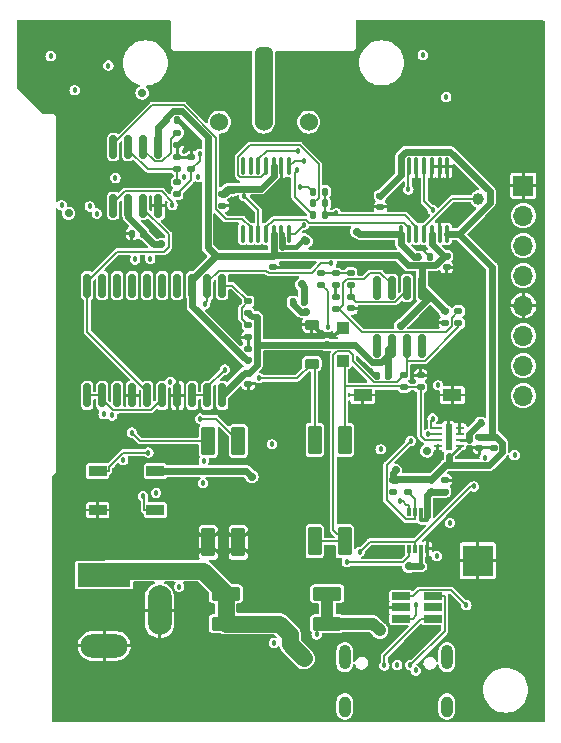
<source format=gbr>
%TF.GenerationSoftware,KiCad,Pcbnew,7.0.10*%
%TF.CreationDate,2024-03-09T04:50:20+08:00*%
%TF.ProjectId,ESP32Sensor-Sensor_board,45535033-3253-4656-9e73-6f722d53656e,rev?*%
%TF.SameCoordinates,Original*%
%TF.FileFunction,Copper,L4,Bot*%
%TF.FilePolarity,Positive*%
%FSLAX46Y46*%
G04 Gerber Fmt 4.6, Leading zero omitted, Abs format (unit mm)*
G04 Created by KiCad (PCBNEW 7.0.10) date 2024-03-09 04:50:20*
%MOMM*%
%LPD*%
G01*
G04 APERTURE LIST*
G04 Aperture macros list*
%AMRoundRect*
0 Rectangle with rounded corners*
0 $1 Rounding radius*
0 $2 $3 $4 $5 $6 $7 $8 $9 X,Y pos of 4 corners*
0 Add a 4 corners polygon primitive as box body*
4,1,4,$2,$3,$4,$5,$6,$7,$8,$9,$2,$3,0*
0 Add four circle primitives for the rounded corners*
1,1,$1+$1,$2,$3*
1,1,$1+$1,$4,$5*
1,1,$1+$1,$6,$7*
1,1,$1+$1,$8,$9*
0 Add four rect primitives between the rounded corners*
20,1,$1+$1,$2,$3,$4,$5,0*
20,1,$1+$1,$4,$5,$6,$7,0*
20,1,$1+$1,$6,$7,$8,$9,0*
20,1,$1+$1,$8,$9,$2,$3,0*%
G04 Aperture macros list end*
%TA.AperFunction,SMDPad,CuDef*%
%ADD10R,1.600000X0.500000*%
%TD*%
%TA.AperFunction,ComponentPad*%
%ADD11R,1.600000X1.000000*%
%TD*%
%TA.AperFunction,SMDPad,CuDef*%
%ADD12R,2.600000X2.600000*%
%TD*%
%TA.AperFunction,ComponentPad*%
%ADD13C,1.524000*%
%TD*%
%TA.AperFunction,ConnectorPad*%
%ADD14RoundRect,0.381000X-0.381000X-2.794000X0.381000X-2.794000X0.381000X2.794000X-0.381000X2.794000X0*%
%TD*%
%TA.AperFunction,ComponentPad*%
%ADD15O,1.000000X2.100000*%
%TD*%
%TA.AperFunction,ComponentPad*%
%ADD16O,1.000000X1.800000*%
%TD*%
%TA.AperFunction,ComponentPad*%
%ADD17R,4.500000X2.000000*%
%TD*%
%TA.AperFunction,ComponentPad*%
%ADD18O,4.000000X2.000000*%
%TD*%
%TA.AperFunction,ComponentPad*%
%ADD19O,2.000000X4.200000*%
%TD*%
%TA.AperFunction,SMDPad,CuDef*%
%ADD20RoundRect,0.113000X-0.452000X1.107000X-0.452000X-1.107000X0.452000X-1.107000X0.452000X1.107000X0*%
%TD*%
%TA.AperFunction,SMDPad,CuDef*%
%ADD21RoundRect,0.100000X-0.100000X0.637500X-0.100000X-0.637500X0.100000X-0.637500X0.100000X0.637500X0*%
%TD*%
%TA.AperFunction,SMDPad,CuDef*%
%ADD22RoundRect,0.135000X-0.185000X0.135000X-0.185000X-0.135000X0.185000X-0.135000X0.185000X0.135000X0*%
%TD*%
%TA.AperFunction,SMDPad,CuDef*%
%ADD23RoundRect,0.140000X-0.170000X0.140000X-0.170000X-0.140000X0.170000X-0.140000X0.170000X0.140000X0*%
%TD*%
%TA.AperFunction,SMDPad,CuDef*%
%ADD24RoundRect,0.140000X0.170000X-0.140000X0.170000X0.140000X-0.170000X0.140000X-0.170000X-0.140000X0*%
%TD*%
%TA.AperFunction,SMDPad,CuDef*%
%ADD25RoundRect,0.147500X0.147500X0.172500X-0.147500X0.172500X-0.147500X-0.172500X0.147500X-0.172500X0*%
%TD*%
%TA.AperFunction,SMDPad,CuDef*%
%ADD26RoundRect,0.250000X0.300000X-0.300000X0.300000X0.300000X-0.300000X0.300000X-0.300000X-0.300000X0*%
%TD*%
%TA.AperFunction,SMDPad,CuDef*%
%ADD27RoundRect,0.150000X-0.150000X0.825000X-0.150000X-0.825000X0.150000X-0.825000X0.150000X0.825000X0*%
%TD*%
%TA.AperFunction,SMDPad,CuDef*%
%ADD28RoundRect,0.135000X0.185000X-0.135000X0.185000X0.135000X-0.185000X0.135000X-0.185000X-0.135000X0*%
%TD*%
%TA.AperFunction,SMDPad,CuDef*%
%ADD29RoundRect,0.140000X0.140000X0.170000X-0.140000X0.170000X-0.140000X-0.170000X0.140000X-0.170000X0*%
%TD*%
%TA.AperFunction,SMDPad,CuDef*%
%ADD30RoundRect,0.135000X0.135000X0.185000X-0.135000X0.185000X-0.135000X-0.185000X0.135000X-0.185000X0*%
%TD*%
%TA.AperFunction,SMDPad,CuDef*%
%ADD31RoundRect,0.140000X-0.140000X-0.170000X0.140000X-0.170000X0.140000X0.170000X-0.140000X0.170000X0*%
%TD*%
%TA.AperFunction,ComponentPad*%
%ADD32R,1.700000X1.700000*%
%TD*%
%TA.AperFunction,ComponentPad*%
%ADD33O,1.700000X1.700000*%
%TD*%
%TA.AperFunction,SMDPad,CuDef*%
%ADD34R,1.560000X0.650000*%
%TD*%
%TA.AperFunction,SMDPad,CuDef*%
%ADD35RoundRect,0.225000X0.375000X-0.225000X0.375000X0.225000X-0.375000X0.225000X-0.375000X-0.225000X0*%
%TD*%
%TA.AperFunction,SMDPad,CuDef*%
%ADD36RoundRect,0.113000X1.107000X0.452000X-1.107000X0.452000X-1.107000X-0.452000X1.107000X-0.452000X0*%
%TD*%
%TA.AperFunction,SMDPad,CuDef*%
%ADD37RoundRect,0.147500X-0.147500X-0.172500X0.147500X-0.172500X0.147500X0.172500X-0.147500X0.172500X0*%
%TD*%
%TA.AperFunction,SMDPad,CuDef*%
%ADD38R,0.300000X0.800000*%
%TD*%
%TA.AperFunction,SMDPad,CuDef*%
%ADD39RoundRect,0.150000X-0.150000X0.875000X-0.150000X-0.875000X0.150000X-0.875000X0.150000X0.875000X0*%
%TD*%
%TA.AperFunction,SMDPad,CuDef*%
%ADD40R,0.700000X0.250000*%
%TD*%
%TA.AperFunction,SMDPad,CuDef*%
%ADD41R,0.610000X2.200000*%
%TD*%
%TA.AperFunction,SMDPad,CuDef*%
%ADD42RoundRect,0.100000X0.100000X-0.637500X0.100000X0.637500X-0.100000X0.637500X-0.100000X-0.637500X0*%
%TD*%
%TA.AperFunction,SMDPad,CuDef*%
%ADD43C,1.000000*%
%TD*%
%TA.AperFunction,SMDPad,CuDef*%
%ADD44R,1.500000X0.900000*%
%TD*%
%TA.AperFunction,ViaPad*%
%ADD45C,0.711200*%
%TD*%
%TA.AperFunction,ViaPad*%
%ADD46C,1.000000*%
%TD*%
%TA.AperFunction,ViaPad*%
%ADD47C,0.457200*%
%TD*%
%TA.AperFunction,Conductor*%
%ADD48C,0.299800*%
%TD*%
%TA.AperFunction,Conductor*%
%ADD49C,0.558800*%
%TD*%
%TA.AperFunction,Conductor*%
%ADD50C,0.400000*%
%TD*%
%TA.AperFunction,Conductor*%
%ADD51C,0.300000*%
%TD*%
%TA.AperFunction,Conductor*%
%ADD52C,0.152400*%
%TD*%
%TA.AperFunction,Conductor*%
%ADD53C,0.249800*%
%TD*%
%TA.AperFunction,Conductor*%
%ADD54C,0.400600*%
%TD*%
%TA.AperFunction,Conductor*%
%ADD55C,0.540800*%
%TD*%
%TA.AperFunction,Conductor*%
%ADD56C,1.400000*%
%TD*%
%TA.AperFunction,Conductor*%
%ADD57C,1.000000*%
%TD*%
G04 APERTURE END LIST*
D10*
%TO.P,U14,7,PAD*%
%TO.N,GND*%
X159300000Y-106012500D03*
D11*
X159300000Y-106012500D03*
%TD*%
D10*
%TO.P,U11,7,PAD*%
%TO.N,GND*%
X166900000Y-106012500D03*
D11*
X166900000Y-106012500D03*
%TD*%
D12*
%TO.P,U15,25,GND*%
%TO.N,GND*%
X169050000Y-120050000D03*
%TD*%
D13*
%TO.P,PD1,1,An*%
%TO.N,Net-(PD1-An)*%
X154726500Y-82904500D03*
%TO.P,PD1,2,Ca*%
%TO.N,5V_PD*%
X147170000Y-82904500D03*
D14*
%TO.P,PD1,3,Ca*%
X150916500Y-79729500D03*
D13*
X150916500Y-82904500D03*
%TD*%
D15*
%TO.P,J3,S1*%
%TO.N,N/C*%
X157780000Y-128210000D03*
D16*
%TO.P,J3,S2*%
X157780000Y-132390000D03*
%TO.P,J3,S3*%
X166420000Y-132390000D03*
D15*
%TO.P,J3,S4*%
X166420000Y-128210000D03*
%TD*%
D17*
%TO.P,J1,1*%
%TO.N,VBUS*%
X137400000Y-121250000D03*
D18*
%TO.P,J1,2*%
%TO.N,GND*%
X137400000Y-127250000D03*
D19*
%TO.P,J1,3*%
X142100000Y-124250000D03*
%TD*%
D20*
%TO.P,S2,1A*%
%TO.N,ESP_ADC*%
X155230000Y-109800000D03*
%TO.P,S2,1B*%
%TO.N,Net-(U6-OUT)*%
X155230000Y-118400000D03*
%TO.P,S2,2A*%
%TO.N,Sensor_Analog*%
X157770000Y-109800000D03*
%TO.P,S2,2B*%
%TO.N,Net-(U6-OUT)*%
X157770000Y-118400000D03*
%TD*%
D21*
%TO.P,U1,1,VL*%
%TO.N,5V*%
X162550000Y-86637500D03*
%TO.P,U1,2,SCL*%
%TO.N,5V_SCL*%
X163200000Y-86637500D03*
%TO.P,U1,3,A1*%
%TO.N,GND*%
X163850000Y-86637500D03*
%TO.P,U1,4,SDA*%
%TO.N,5V_SDA*%
X164500000Y-86637500D03*
%TO.P,U1,5,A0*%
%TO.N,GND*%
X165150000Y-86637500D03*
%TO.P,U1,6,~{WLAT}*%
X165800000Y-86637500D03*
%TO.P,U1,7,NC*%
X166450000Y-86637500D03*
%TO.P,U1,8,~{SHDN}*%
%TO.N,5V*%
X166450000Y-92362500D03*
%TO.P,U1,9,DGND*%
%TO.N,GND*%
X165800000Y-92362500D03*
%TO.P,U1,10,V-*%
%TO.N,-Vs_For_Lock_in*%
X165150000Y-92362500D03*
%TO.P,U1,11,P0B*%
%TO.N,Net-(U1-P0B)*%
X164500000Y-92362500D03*
%TO.P,U1,12,P0W*%
%TO.N,EPOT_w*%
X163850000Y-92362500D03*
%TO.P,U1,13,P0A*%
%TO.N,EPOT_a*%
X163200000Y-92362500D03*
%TO.P,U1,14,V+*%
%TO.N,+Vs_For_Lock_in*%
X162550000Y-92362500D03*
%TD*%
D22*
%TO.P,R6,1*%
%TO.N,Net-(U3-SEL_A)*%
X149600000Y-100090000D03*
%TO.P,R6,2*%
%TO.N,GND*%
X149600000Y-101110000D03*
%TD*%
D23*
%TO.P,C9,1*%
%TO.N,GND*%
X149600000Y-102120000D03*
%TO.P,C9,2*%
%TO.N,-Vs_For_Lock_in*%
X149600000Y-103080000D03*
%TD*%
D24*
%TO.P,C33,1*%
%TO.N,GND*%
X151700000Y-95180000D03*
%TO.P,C33,2*%
%TO.N,-Vs_For_Lock_in*%
X151700000Y-94220000D03*
%TD*%
%TO.P,C6,1*%
%TO.N,GND*%
X147400000Y-89980000D03*
%TO.P,C6,2*%
%TO.N,+Vs_For_Lock_in*%
X147400000Y-89020000D03*
%TD*%
D25*
%TO.P,FB3,1*%
%TO.N,5V*%
X170260000Y-108416000D03*
%TO.P,FB3,2*%
%TO.N,5V_ADC*%
X169290000Y-108416000D03*
%TD*%
D24*
%TO.P,C15,1*%
%TO.N,GND*%
X170375000Y-110496000D03*
%TO.P,C15,2*%
%TO.N,5V*%
X170375000Y-109536000D03*
%TD*%
D26*
%TO.P,CR2,1*%
%TO.N,Sensor_Analog*%
X157600000Y-103100000D03*
%TO.P,CR2,2*%
%TO.N,GND*%
X157600000Y-100300000D03*
%TD*%
D27*
%TO.P,U4,1,RG*%
%TO.N,Op1_RG_b*%
X138195000Y-85025000D03*
%TO.P,U4,2,-IN*%
%TO.N,Net-(U4--IN)*%
X139465000Y-85025000D03*
%TO.P,U4,3,+IN*%
%TO.N,Net-(U4-+IN)*%
X140735000Y-85025000D03*
%TO.P,U4,4,-VS*%
%TO.N,-Vs_For_Lock_in*%
X142005000Y-85025000D03*
%TO.P,U4,5,REF*%
%TO.N,GND*%
X142005000Y-89975000D03*
%TO.P,U4,6,OUTPUT*%
%TO.N,Sensor_First_stage*%
X140735000Y-89975000D03*
%TO.P,U4,7,+VS*%
%TO.N,+Vs_For_Lock_in*%
X139465000Y-89975000D03*
%TO.P,U4,8,RG*%
%TO.N,EPOT_w*%
X138195000Y-89975000D03*
%TD*%
D28*
%TO.P,R9,1*%
%TO.N,GND*%
X143600000Y-84810000D03*
%TO.P,R9,2*%
%TO.N,Net-(U4-+IN)*%
X143600000Y-83790000D03*
%TD*%
%TO.P,R21,1*%
%TO.N,5V_SDA*%
X161850000Y-114210000D03*
%TO.P,R21,2*%
%TO.N,5V*%
X161850000Y-113190000D03*
%TD*%
D23*
%TO.P,C3,1*%
%TO.N,+Vs_For_Lock_in*%
X149600000Y-104120000D03*
%TO.P,C3,2*%
%TO.N,GND*%
X149600000Y-105080000D03*
%TD*%
D29*
%TO.P,C8,1*%
%TO.N,+Vs_For_Lock_in*%
X140720000Y-92350000D03*
%TO.P,C8,2*%
%TO.N,GND*%
X139760000Y-92350000D03*
%TD*%
D28*
%TO.P,R12,1*%
%TO.N,Sensor_Second_stage*%
X155800000Y-96720000D03*
%TO.P,R12,2*%
%TO.N,Net-(C12-Pad1)*%
X155800000Y-95700000D03*
%TD*%
D30*
%TO.P,R2,1*%
%TO.N,EPOT_w*%
X156110000Y-88800000D03*
%TO.P,R2,2*%
%TO.N,Net-(U2-S2)*%
X155090000Y-88800000D03*
%TD*%
D31*
%TO.P,C11,1*%
%TO.N,GND*%
X160520000Y-104400000D03*
%TO.P,C11,2*%
%TO.N,+Vs_For_Lock_in*%
X161480000Y-104400000D03*
%TD*%
D23*
%TO.P,C12,1*%
%TO.N,Net-(C12-Pad1)*%
X157000000Y-95720000D03*
%TO.P,C12,2*%
%TO.N,GND*%
X157000000Y-96680000D03*
%TD*%
D30*
%TO.P,R3,1*%
%TO.N,EPOT_w*%
X156110000Y-89800000D03*
%TO.P,R3,2*%
%TO.N,Net-(U2-S3)*%
X155090000Y-89800000D03*
%TD*%
D22*
%TO.P,R14,1*%
%TO.N,Net-(U6-OUT)*%
X162800000Y-104326200D03*
%TO.P,R14,2*%
%TO.N,Sensor_Analog*%
X162800000Y-105346200D03*
%TD*%
D32*
%TO.P,J6,1,Pin_1*%
%TO.N,GND*%
X172900000Y-88280000D03*
D33*
%TO.P,J6,2,Pin_2*%
%TO.N,3.3V*%
X172900000Y-90820000D03*
%TO.P,J6,3,Pin_3*%
%TO.N,SCL*%
X172900000Y-93360000D03*
%TO.P,J6,4,Pin_4*%
%TO.N,SDA*%
X172900000Y-95900000D03*
%TO.P,J6,5,Pin_5*%
%TO.N,GND*%
X172900000Y-98440000D03*
%TO.P,J6,6,Pin_6*%
%TO.N,GPIO1*%
X172900000Y-100980000D03*
%TO.P,J6,7,Pin_7*%
%TO.N,Mux_Sel_A*%
X172900000Y-103520000D03*
%TO.P,J6,8,Pin_8*%
%TO.N,Mux_Sel_B*%
X172900000Y-106060000D03*
%TD*%
D27*
%TO.P,U6,1,VOSTRIM*%
%TO.N,unconnected-(U6-VOSTRIM-Pad1)*%
X160495000Y-96925000D03*
%TO.P,U6,2,-IN*%
%TO.N,Net-(U6--IN)*%
X161765000Y-96925000D03*
%TO.P,U6,3,+IN*%
%TO.N,Net-(U6-+IN)*%
X163035000Y-96925000D03*
%TO.P,U6,4,V-*%
%TO.N,-Vs_For_Lock_in*%
X164305000Y-96925000D03*
%TO.P,U6,5,NC*%
%TO.N,unconnected-(U6-NC-Pad5)*%
X164305000Y-101875000D03*
%TO.P,U6,6,OUT*%
%TO.N,Net-(U6-OUT)*%
X163035000Y-101875000D03*
%TO.P,U6,7,V+*%
%TO.N,+Vs_For_Lock_in*%
X161765000Y-101875000D03*
%TO.P,U6,8,VOSTRIM*%
%TO.N,unconnected-(U6-VOSTRIM-Pad8)*%
X160495000Y-101875000D03*
%TD*%
D22*
%TO.P,R11,1*%
%TO.N,Net-(U6--IN)*%
X167400000Y-98910000D03*
%TO.P,R11,2*%
%TO.N,Net-(U6-OUT)*%
X167400000Y-99930000D03*
%TD*%
D28*
%TO.P,R17,1*%
%TO.N,Net-(U12-EN)*%
X165060000Y-114220000D03*
%TO.P,R17,2*%
%TO.N,5V*%
X165060000Y-113200000D03*
%TD*%
D34*
%TO.P,CR1,1,1*%
%TO.N,D+*%
X162550000Y-124950000D03*
%TO.P,CR1,2,2*%
%TO.N,GND*%
X162550000Y-124000000D03*
%TO.P,CR1,3,3*%
%TO.N,D-*%
X162550000Y-123050000D03*
%TO.P,CR1,4,4*%
%TO.N,CC2*%
X165250000Y-123050000D03*
%TO.P,CR1,5,5*%
%TO.N,unconnected-(CR1-Pad5)*%
X165250000Y-124000000D03*
%TO.P,CR1,6,6*%
%TO.N,CC1*%
X165250000Y-124950000D03*
%TD*%
D22*
%TO.P,R13,1*%
%TO.N,Net-(C12-Pad1)*%
X158300000Y-95690000D03*
%TO.P,R13,2*%
%TO.N,Net-(U6-+IN)*%
X158300000Y-96710000D03*
%TD*%
D35*
%TO.P,CR3,1*%
%TO.N,ESP_ADC*%
X155000000Y-103350000D03*
%TO.P,CR3,2*%
%TO.N,GND*%
X155000000Y-100050000D03*
%TD*%
D36*
%TO.P,S1,1A*%
%TO.N,USBC_VBUS*%
X156300000Y-122830000D03*
%TO.P,S1,1B*%
%TO.N,VBUS*%
X147700000Y-122830000D03*
%TO.P,S1,2A*%
%TO.N,USBC_VBUS*%
X156300000Y-125370000D03*
%TO.P,S1,2B*%
%TO.N,VBUS*%
X147700000Y-125370000D03*
%TD*%
D37*
%TO.P,FB4,1*%
%TO.N,5V*%
X153362600Y-98150000D03*
%TO.P,FB4,2*%
%TO.N,5V_PD*%
X154332600Y-98150000D03*
%TD*%
D38*
%TO.P,U12,1,GND*%
%TO.N,GND*%
X164750000Y-119050000D03*
%TO.P,U12,2,VREF1*%
%TO.N,3.3V*%
X164250000Y-119050000D03*
%TO.P,U12,3,SCL1*%
%TO.N,SCL*%
X163750000Y-119050000D03*
%TO.P,U12,4,SDA1*%
%TO.N,SDA*%
X163250000Y-119050000D03*
%TO.P,U12,5,SDA2*%
%TO.N,5V_SDA*%
X163250000Y-115950000D03*
%TO.P,U12,6,SCL2*%
%TO.N,5V_SCL*%
X163750000Y-115950000D03*
%TO.P,U12,7,VREF2*%
%TO.N,Net-(U12-EN)*%
X164250000Y-115950000D03*
%TO.P,U12,8,EN*%
X164750000Y-115950000D03*
%TD*%
D30*
%TO.P,R4,1*%
%TO.N,EPOT_w*%
X156110000Y-90800000D03*
%TO.P,R4,2*%
%TO.N,Net-(U2-S4)*%
X155090000Y-90800000D03*
%TD*%
D23*
%TO.P,C13,1*%
%TO.N,Net-(U6-+IN)*%
X158300000Y-97720000D03*
%TO.P,C13,2*%
%TO.N,GND*%
X158300000Y-98680000D03*
%TD*%
D24*
%TO.P,C7,1*%
%TO.N,Net-(PD1-An)*%
X143600000Y-88980000D03*
%TO.P,C7,2*%
%TO.N,Net-(U4--IN)*%
X143600000Y-88020000D03*
%TD*%
%TO.P,C4,1*%
%TO.N,GND*%
X160800000Y-90091200D03*
%TO.P,C4,2*%
%TO.N,5V*%
X160800000Y-89131200D03*
%TD*%
D23*
%TO.P,C14,1*%
%TO.N,-Vs_For_Lock_in*%
X166300000Y-98940000D03*
%TO.P,C14,2*%
%TO.N,GND*%
X166300000Y-99900000D03*
%TD*%
D29*
%TO.P,C10,1*%
%TO.N,GND*%
X143580000Y-82700000D03*
%TO.P,C10,2*%
%TO.N,-Vs_For_Lock_in*%
X142620000Y-82700000D03*
%TD*%
D24*
%TO.P,C32,1*%
%TO.N,GND*%
X166400000Y-95191200D03*
%TO.P,C32,2*%
%TO.N,-Vs_For_Lock_in*%
X166400000Y-94231200D03*
%TD*%
D22*
%TO.P,R15,1*%
%TO.N,GND*%
X164200000Y-104326200D03*
%TO.P,R15,2*%
%TO.N,Sensor_Analog*%
X164200000Y-105346200D03*
%TD*%
D39*
%TO.P,U3,1,R_{in}A*%
%TO.N,Sensor_First_stage*%
X135985000Y-96750000D03*
%TO.P,U3,2,CHA+*%
%TO.N,unconnected-(U3-CHA+-Pad2)*%
X137255000Y-96750000D03*
%TO.P,U3,3,DIFF_OFF_ADJ1*%
%TO.N,unconnected-(U3-DIFF_OFF_ADJ1-Pad3)*%
X138525000Y-96750000D03*
%TO.P,U3,4,DIFF_OFF_ADJ2*%
%TO.N,unconnected-(U3-DIFF_OFF_ADJ2-Pad4)*%
X139795000Y-96750000D03*
%TO.P,U3,5,CM_OFF_ADJ1*%
%TO.N,unconnected-(U3-CM_OFF_ADJ1-Pad5)*%
X141065000Y-96750000D03*
%TO.P,U3,6,CM_OFF_ADJ2*%
%TO.N,unconnected-(U3-CM_OFF_ADJ2-Pad6)*%
X142335000Y-96750000D03*
%TO.P,U3,7,B/~{A}*%
%TO.N,unconnected-(U3-B{slash}~{A}-Pad7)*%
X143605000Y-96750000D03*
%TO.P,U3,8,-V_{S}*%
%TO.N,-Vs_For_Lock_in*%
X144875000Y-96750000D03*
%TO.P,U3,9,SEL_B*%
%TO.N,LED_REF*%
X146145000Y-96750000D03*
%TO.P,U3,10,SEL_A*%
%TO.N,Net-(U3-SEL_A)*%
X147415000Y-96750000D03*
%TO.P,U3,11,+V_{S}*%
%TO.N,+Vs_For_Lock_in*%
X147415000Y-106050000D03*
%TO.P,U3,12,COMP*%
%TO.N,Sensor_Second_stage*%
X146145000Y-106050000D03*
%TO.P,U3,13,V_{OUT}*%
X144875000Y-106050000D03*
%TO.P,U3,14,R_{B}*%
%TO.N,GND*%
X143605000Y-106050000D03*
%TO.P,U3,15,R_{F}*%
%TO.N,Net-(U3-CHA-)*%
X142335000Y-106050000D03*
%TO.P,U3,16,R_{A}*%
%TO.N,Sensor_First_stage*%
X141065000Y-106050000D03*
%TO.P,U3,17,R_{in}B*%
%TO.N,GND*%
X139795000Y-106050000D03*
%TO.P,U3,18,CHB+*%
%TO.N,unconnected-(U3-CHB+-Pad18)*%
X138525000Y-106050000D03*
%TO.P,U3,19,CHB-*%
%TO.N,Net-(U3-CHA-)*%
X137255000Y-106050000D03*
%TO.P,U3,20,CHA-*%
X135985000Y-106050000D03*
%TD*%
D40*
%TO.P,U7,1,GND*%
%TO.N,GND*%
X167500000Y-108800000D03*
%TO.P,U7,2,REF-*%
X167500000Y-109300000D03*
%TO.P,U7,3,REF+*%
%TO.N,5V_ADC*%
X167500000Y-109800000D03*
%TO.P,U7,4,VCC*%
%TO.N,5V*%
X167500000Y-110300000D03*
%TO.P,U7,5,IN-*%
%TO.N,GND*%
X165650000Y-110300000D03*
%TO.P,U7,6,IN+*%
%TO.N,Sensor_Analog*%
X165650000Y-109800000D03*
%TO.P,U7,7,SCL*%
%TO.N,5V_SCL*%
X165650000Y-109300000D03*
%TO.P,U7,8,SDA*%
%TO.N,5V_SDA*%
X165650000Y-108800000D03*
D41*
%TO.P,U7,9,EPAD*%
%TO.N,GND*%
X166575000Y-109550000D03*
%TD*%
D28*
%TO.P,R5,1*%
%TO.N,+Vs_For_Lock_in*%
X149600000Y-99100000D03*
%TO.P,R5,2*%
%TO.N,Net-(U3-SEL_A)*%
X149600000Y-98080000D03*
%TD*%
D24*
%TO.P,C21,1*%
%TO.N,Net-(U12-EN)*%
X166270000Y-114190000D03*
%TO.P,C21,2*%
%TO.N,GND*%
X166270000Y-113230000D03*
%TD*%
D42*
%TO.P,U2,1,A0*%
%TO.N,Mux_Sel_A*%
X153050000Y-92362500D03*
%TO.P,U2,2,EN*%
%TO.N,5V*%
X152400000Y-92362500D03*
%TO.P,U2,3,VSS*%
%TO.N,-Vs_For_Lock_in*%
X151750000Y-92362500D03*
%TO.P,U2,4,S1*%
%TO.N,EPOT_a*%
X151100000Y-92362500D03*
%TO.P,U2,5,S2*%
%TO.N,Net-(U2-S2)*%
X150450000Y-92362500D03*
%TO.P,U2,6,D*%
%TO.N,Op1_RG_b*%
X149800000Y-92362500D03*
%TO.P,U2,7,NC*%
%TO.N,unconnected-(U2-NC-Pad7)*%
X149150000Y-92362500D03*
%TO.P,U2,8,NC*%
%TO.N,unconnected-(U2-NC-Pad8)*%
X149150000Y-86637500D03*
%TO.P,U2,9,NC*%
%TO.N,unconnected-(U2-NC-Pad9)*%
X149800000Y-86637500D03*
%TO.P,U2,10,S4*%
%TO.N,Net-(U2-S4)*%
X150450000Y-86637500D03*
%TO.P,U2,11,S3*%
%TO.N,Net-(U2-S3)*%
X151100000Y-86637500D03*
%TO.P,U2,12,VDD*%
%TO.N,+Vs_For_Lock_in*%
X151750000Y-86637500D03*
%TO.P,U2,13,GND*%
%TO.N,GND*%
X152400000Y-86637500D03*
%TO.P,U2,14,A1*%
%TO.N,Mux_Sel_B*%
X153050000Y-86637500D03*
%TD*%
D28*
%TO.P,R8,1*%
%TO.N,Net-(PD1-An)*%
X144800000Y-86910000D03*
%TO.P,R8,2*%
%TO.N,GND*%
X144800000Y-85890000D03*
%TD*%
D20*
%TO.P,S3,1A*%
%TO.N,ESP_EN*%
X146230000Y-109900000D03*
%TO.P,S3,1B*%
%TO.N,GND*%
X146230000Y-118500000D03*
%TO.P,S3,2A*%
%TO.N,GPIO9*%
X148770000Y-109900000D03*
%TO.P,S3,2B*%
%TO.N,GND*%
X148770000Y-118500000D03*
%TD*%
D28*
%TO.P,R7,1*%
%TO.N,Net-(U4--IN)*%
X143600000Y-86910000D03*
%TO.P,R7,2*%
%TO.N,GND*%
X143600000Y-85890000D03*
%TD*%
D22*
%TO.P,R10,1*%
%TO.N,GND*%
X157000000Y-97690000D03*
%TO.P,R10,2*%
%TO.N,Net-(U6--IN)*%
X157000000Y-98710000D03*
%TD*%
D43*
%TO.P,TP4,1,1*%
%TO.N,Net-(U1-P0B)*%
X169100000Y-89400000D03*
%TD*%
D28*
%TO.P,R20,1*%
%TO.N,5V_SCL*%
X163100000Y-114210000D03*
%TO.P,R20,2*%
%TO.N,5V*%
X163100000Y-113190000D03*
%TD*%
D29*
%TO.P,C5,1*%
%TO.N,GND*%
X164980000Y-94311200D03*
%TO.P,C5,2*%
%TO.N,+Vs_For_Lock_in*%
X164020000Y-94311200D03*
%TD*%
D44*
%TO.P,D1,1,VDD*%
%TO.N,5V*%
X141750000Y-112450000D03*
%TO.P,D1,2,DOUT*%
%TO.N,Net-(D1-DOUT)*%
X141750000Y-115750000D03*
%TO.P,D1,3,VSS*%
%TO.N,GND*%
X136850000Y-115750000D03*
%TO.P,D1,4,DIN*%
%TO.N,NeopixelLED*%
X136850000Y-112450000D03*
%TD*%
D24*
%TO.P,C16,1*%
%TO.N,GND*%
X169175000Y-110496000D03*
%TO.P,C16,2*%
%TO.N,5V*%
X169175000Y-109536000D03*
%TD*%
D45*
%TO.N,3.3V*%
X140620000Y-80440000D03*
X163196100Y-120530400D03*
X134401000Y-90620800D03*
D46*
%TO.N,GND*%
X169050000Y-120050000D03*
D47*
X162230000Y-119150000D03*
X159420000Y-103500000D03*
X167157400Y-97739200D03*
X161100000Y-98900000D03*
X167040000Y-126410000D03*
X167360600Y-90576400D03*
X160985200Y-86004400D03*
X171575000Y-94450000D03*
X157683200Y-83210400D03*
X158440000Y-104060000D03*
X142970000Y-94850000D03*
X164360000Y-93580000D03*
X159150000Y-87225000D03*
X140925000Y-91475000D03*
X150266400Y-115493800D03*
X145380000Y-102770000D03*
X147475000Y-87575000D03*
X166878000Y-102387400D03*
X166010000Y-121800000D03*
X167055800Y-88341200D03*
X147375000Y-91900000D03*
X163880800Y-89941400D03*
X165775000Y-117700000D03*
X157800000Y-126390000D03*
X148740000Y-90280000D03*
X160985200Y-93268800D03*
%TO.N,CC1*%
X161130400Y-128913700D03*
X151781000Y-127008200D03*
%TO.N,D+*%
X141803600Y-114308100D03*
X163789900Y-129339800D03*
X163831200Y-123788600D03*
X140026700Y-94529300D03*
%TO.N,D-*%
X141301100Y-94479200D03*
X143764000Y-122240400D03*
X168071900Y-123810100D03*
X162214800Y-128896700D03*
%TO.N,CC2*%
X163323500Y-128895100D03*
%TO.N,ESP_TXD*%
X166687200Y-116829100D03*
X145846900Y-111594500D03*
%TO.N,ESP_RXD*%
X144138400Y-87538700D03*
X145775200Y-113486900D03*
X165559000Y-119666200D03*
%TO.N,GPIO9*%
X145523500Y-108011600D03*
X172151200Y-111100000D03*
%TO.N,ESP_EN*%
X138090000Y-107742900D03*
X139750800Y-109194600D03*
X169624100Y-111309900D03*
%TO.N,INT*%
X137769600Y-78130400D03*
X145378800Y-87543900D03*
X155400000Y-126290600D03*
%TO.N,SCL*%
X132867400Y-77317600D03*
X159050200Y-119284200D03*
X168710600Y-113751000D03*
X137369800Y-107634600D03*
%TO.N,SDA*%
X157954700Y-120171100D03*
X139015800Y-111529500D03*
X134903000Y-80217300D03*
%TO.N,LED_REF*%
X145912000Y-98317600D03*
X164388800Y-77241400D03*
X156645200Y-94871600D03*
D45*
%TO.N,5V*%
X154501500Y-92999100D03*
X149905500Y-112917800D03*
X162080700Y-112394300D03*
X154501500Y-98967000D03*
%TO.N,+Vs_For_Lock_in*%
X158791300Y-92177500D03*
X148320000Y-88647300D03*
X156271200Y-101755200D03*
X142251500Y-93270400D03*
%TO.N,-Vs_For_Lock_in*%
X162520300Y-100133500D03*
X164723500Y-110745300D03*
D47*
%TO.N,Sensor_Second_stage*%
X156323400Y-100275300D03*
X147618900Y-103858700D03*
%TO.N,ESP_ADC*%
X133797300Y-89951700D03*
X150514400Y-104586400D03*
%TO.N,GPIO1*%
X136194000Y-90045700D03*
%TO.N,Mux_Sel_A*%
X136790400Y-90651700D03*
X154331600Y-91593900D03*
%TO.N,Net-(D1-DOUT)*%
X140690600Y-114579400D03*
%TO.N,ESP_PWM_DIM*%
X166369000Y-80796400D03*
X142998800Y-104889000D03*
X165680100Y-105192100D03*
%TO.N,NeopixelLED*%
X141142700Y-110888400D03*
D46*
%TO.N,VBUS*%
X154334689Y-128321700D03*
D47*
%TO.N,Mux_Sel_B*%
X154316700Y-86161400D03*
X138364700Y-87638100D03*
%TO.N,5V_SDA*%
X165210300Y-90340800D03*
X165210100Y-108009300D03*
X162475000Y-115025000D03*
%TO.N,5V_SCL*%
X163160700Y-88610600D03*
X163355000Y-109904300D03*
X164798100Y-109351900D03*
%TO.N,EPOT_w*%
X143181700Y-89918800D03*
X157066100Y-90635600D03*
%TO.N,Net-(U2-S2)*%
X149276700Y-89184600D03*
X153964400Y-88368300D03*
D46*
%TO.N,USBC_VBUS*%
X160740000Y-125950000D03*
D47*
%TO.N,Net-(U2-S4)*%
X153805000Y-85328500D03*
X153736300Y-86995000D03*
%TO.N,Net-(U13-FB{slash}SD)*%
X160819600Y-110612800D03*
X151610500Y-110186600D03*
%TO.N,Net-(PD1-An)*%
X145500900Y-85631500D03*
D45*
%TO.N,5V_PD*%
X154139650Y-96650350D03*
%TD*%
D48*
%TO.N,3.3V*%
X164250000Y-120530400D02*
X164250000Y-119050000D01*
D49*
X163196100Y-120530400D02*
X164250000Y-120530400D01*
D50*
%TO.N,GND*%
X143580000Y-82700000D02*
X143660000Y-82700000D01*
D51*
X155920000Y-100970000D02*
X156930000Y-100970000D01*
D50*
X160320000Y-104400000D02*
X159420000Y-103500000D01*
X144360000Y-83400000D02*
X144360000Y-84050000D01*
X143660000Y-82700000D02*
X144360000Y-83400000D01*
D52*
X160520000Y-104400000D02*
X160320000Y-104400000D01*
X164360000Y-93580000D02*
X164360000Y-93691200D01*
X164360000Y-93691200D02*
X164980000Y-94311200D01*
D51*
X155000000Y-100050000D02*
X155920000Y-100970000D01*
D50*
X144360000Y-84050000D02*
X143600000Y-84810000D01*
D51*
X156930000Y-100970000D02*
X157600000Y-100300000D01*
D52*
%TO.N,CC1*%
X164264900Y-124950000D02*
X161130400Y-128084500D01*
X165250000Y-124950000D02*
X164264900Y-124950000D01*
X161130400Y-128084500D02*
X161130400Y-128913700D01*
%TO.N,D+*%
X162550000Y-124950000D02*
X163535100Y-124950000D01*
X163831200Y-124653900D02*
X163535100Y-124950000D01*
X163831200Y-123788600D02*
X163831200Y-124653900D01*
%TO.N,D-*%
X162550000Y-123050000D02*
X163535100Y-123050000D01*
X164065200Y-122519900D02*
X163535100Y-123050000D01*
X168071900Y-123810100D02*
X166781700Y-122519900D01*
X166781700Y-122519900D02*
X164065200Y-122519900D01*
%TO.N,CC2*%
X165250000Y-123050000D02*
X166235100Y-123050000D01*
X166235100Y-123050000D02*
X166235100Y-125983500D01*
X166235100Y-125983500D02*
X163323500Y-128895100D01*
%TO.N,GPIO9*%
X148770000Y-109900000D02*
X146881600Y-108011600D01*
X146881600Y-108011600D02*
X145523500Y-108011600D01*
%TO.N,ESP_EN*%
X139750800Y-109194600D02*
X140456200Y-109900000D01*
X140456200Y-109900000D02*
X146230000Y-109900000D01*
%TO.N,SCL*%
X163750000Y-118444900D02*
X159889500Y-118444900D01*
X168710600Y-113751100D02*
X168710600Y-113751000D01*
X163750000Y-119050000D02*
X163750000Y-118747400D01*
X168443800Y-113751100D02*
X168710600Y-113751100D01*
X163750000Y-118444900D02*
X168443800Y-113751100D01*
X163750000Y-118747400D02*
X163750000Y-118444900D01*
X159889500Y-118444900D02*
X159050200Y-119284200D01*
%TO.N,SDA*%
X162734000Y-120171100D02*
X157954700Y-120171100D01*
X163250000Y-119050000D02*
X163250000Y-119655100D01*
X163250000Y-119655100D02*
X162734000Y-120171100D01*
%TO.N,LED_REF*%
X151143400Y-95481600D02*
X151327400Y-95665600D01*
X146145000Y-96750000D02*
X146145000Y-96486700D01*
X146145000Y-98084600D02*
X146145000Y-96750000D01*
X155760200Y-94871600D02*
X156645200Y-94871600D01*
X154966200Y-95665600D02*
X155760200Y-94871600D01*
X146145000Y-96486700D02*
X147150100Y-95481600D01*
X145912000Y-98317600D02*
X146145000Y-98084600D01*
X147150100Y-95481600D02*
X151143400Y-95481600D01*
X151327400Y-95665600D02*
X154966200Y-95665600D01*
D49*
%TO.N,5V*%
X170584700Y-109536000D02*
X171112000Y-110063300D01*
X160800000Y-89131200D02*
X162550000Y-87381200D01*
X162550000Y-85802100D02*
X162931500Y-85420600D01*
X170059100Y-89731900D02*
X167428500Y-92362500D01*
D53*
X167500000Y-110389000D02*
X167500000Y-110300000D01*
D49*
X170260000Y-109536000D02*
X170260000Y-108416000D01*
D54*
X152439500Y-92402000D02*
X152400000Y-92362500D01*
D49*
X141750000Y-112450000D02*
X149437700Y-112450000D01*
X164976000Y-113116000D02*
X165060000Y-113200000D01*
X162550000Y-86637500D02*
X162550000Y-85802100D01*
X166639500Y-111160500D02*
X166639500Y-111954100D01*
X170375000Y-109536000D02*
X170260000Y-109536000D01*
X162550000Y-87381200D02*
X162550000Y-86637500D01*
X152439500Y-92721400D02*
X152439500Y-93507200D01*
X166708800Y-85420600D02*
X170059100Y-88770900D01*
X162931500Y-85420600D02*
X166708800Y-85420600D01*
X170059100Y-88770900D02*
X170059100Y-89731900D01*
X170012300Y-111954100D02*
X166639500Y-111954100D01*
X161850000Y-113180000D02*
X161850000Y-112625000D01*
X154042800Y-98967000D02*
X154501500Y-98967000D01*
X161924000Y-113116000D02*
X164976000Y-113116000D01*
D54*
X152439500Y-92721400D02*
X152439500Y-92402000D01*
D49*
X165060000Y-113200000D02*
X166305900Y-111954100D01*
X171112000Y-110063300D02*
X171112000Y-110854400D01*
X154323200Y-92820800D02*
X154501500Y-92999100D01*
X149437700Y-112450000D02*
X149905500Y-112917800D01*
X167428500Y-92362500D02*
X166450000Y-92362500D01*
D53*
X166639500Y-111160500D02*
X166728500Y-111160500D01*
D49*
X161850000Y-113180000D02*
X162147974Y-113180000D01*
X167428500Y-92362500D02*
X170260000Y-95194000D01*
X170260000Y-109536000D02*
X169175000Y-109536000D01*
X171112000Y-110854400D02*
X170012300Y-111954100D01*
X161850000Y-113190000D02*
X161924000Y-113116000D01*
D54*
X153636800Y-93507200D02*
X152439500Y-93507200D01*
X154323200Y-92820800D02*
X153636800Y-93507200D01*
D53*
X166728500Y-111160500D02*
X167500000Y-110389000D01*
D49*
X170260000Y-95194000D02*
X170260000Y-108416000D01*
X153362600Y-98286800D02*
X154042800Y-98967000D01*
X153362600Y-98150000D02*
X153362600Y-98286800D01*
X166305900Y-111954100D02*
X166639500Y-111954100D01*
X170375000Y-109536000D02*
X170584700Y-109536000D01*
X161850000Y-112625000D02*
X162080700Y-112394300D01*
D52*
%TO.N,Sensor_Analog*%
X157770000Y-103270000D02*
X157600000Y-103100000D01*
X157770000Y-105274100D02*
X157770000Y-103270000D01*
X164200000Y-105346200D02*
X162800000Y-105346200D01*
X157770000Y-109800000D02*
X157770000Y-105274100D01*
X162727900Y-105274100D02*
X162800000Y-105346200D01*
X164200000Y-109445000D02*
X164555000Y-109800000D01*
X164200000Y-105346200D02*
X164200000Y-109445000D01*
X164555000Y-109800000D02*
X165650000Y-109800000D01*
X157770000Y-105274100D02*
X162727900Y-105274100D01*
D49*
%TO.N,+Vs_For_Lock_in*%
X162550000Y-93231700D02*
X162550000Y-92362500D01*
X158609800Y-101755200D02*
X156271200Y-101755200D01*
X160876500Y-103258900D02*
X160113500Y-103258900D01*
X150362300Y-101755200D02*
X150362300Y-99412700D01*
X150362300Y-103448200D02*
X150362300Y-101755200D01*
X141642200Y-93270400D02*
X142251500Y-93270400D01*
X149345000Y-104120000D02*
X149600000Y-104120000D01*
X161765000Y-101875000D02*
X161765000Y-102370400D01*
X151750000Y-87473300D02*
X151750000Y-86637500D01*
X150362300Y-101755200D02*
X156271200Y-101755200D01*
X140720000Y-92348200D02*
X141642200Y-93270400D01*
D55*
X150362300Y-99412700D02*
X149912700Y-99412700D01*
X149912700Y-99412700D02*
X149600000Y-99100000D01*
D49*
X139465000Y-89975000D02*
X139465000Y-90945000D01*
X160113500Y-103258900D02*
X158609800Y-101755200D01*
X149690500Y-104120000D02*
X150362300Y-103448200D01*
X161765000Y-102370400D02*
X160876500Y-103258900D01*
X147872300Y-88547700D02*
X150675600Y-88547700D01*
X140720000Y-92200000D02*
X140720000Y-92348200D01*
X162550000Y-92362500D02*
X158976300Y-92362500D01*
X149600000Y-104120000D02*
X149690500Y-104120000D01*
X147944700Y-88647300D02*
X147572000Y-89020000D01*
X147400000Y-89020000D02*
X147872300Y-88547700D01*
X161480000Y-102160000D02*
X161480000Y-104400000D01*
X161765000Y-101875000D02*
X161480000Y-102160000D01*
X150675600Y-88547700D02*
X151750000Y-87473300D01*
X147572000Y-89020000D02*
X147400000Y-89020000D01*
X163629500Y-94311200D02*
X162550000Y-93231700D01*
X158976300Y-92362500D02*
X158791300Y-92177500D01*
X164020000Y-94311200D02*
X163629500Y-94311200D01*
X147415000Y-106050000D02*
X149345000Y-104120000D01*
X139465000Y-90945000D02*
X140720000Y-92200000D01*
X148320000Y-88647300D02*
X147944700Y-88647300D01*
%TO.N,-Vs_For_Lock_in*%
X165006900Y-97646900D02*
X166300000Y-98940000D01*
X149465100Y-103080000D02*
X144875000Y-98489900D01*
X142005000Y-83315000D02*
X142620000Y-82700000D01*
X166140000Y-94231200D02*
X165150000Y-93241200D01*
X165402700Y-95040100D02*
X166140000Y-94302800D01*
X146162200Y-93525600D02*
X146162200Y-84175900D01*
X142005000Y-85025000D02*
X142005000Y-83315000D01*
X151700000Y-94220000D02*
X151725000Y-94195000D01*
X164305000Y-96925000D02*
X165006900Y-97626900D01*
X151750000Y-94195000D02*
X151750000Y-92362500D01*
X166140000Y-94302800D02*
X166140000Y-94231200D01*
X149600000Y-103080000D02*
X149465100Y-103080000D01*
X162306500Y-94195000D02*
X163151600Y-95040100D01*
X164305000Y-95040100D02*
X164305000Y-96925000D01*
X144875000Y-96201600D02*
X146856600Y-94220000D01*
X163151600Y-95040100D02*
X164305000Y-95040100D01*
X165006900Y-97626900D02*
X165006900Y-97646900D01*
X146162200Y-84175900D02*
X143956500Y-81970200D01*
X165006900Y-97646900D02*
X162520300Y-100133500D01*
X143202000Y-81970200D02*
X142620000Y-82552200D01*
X143956500Y-81970200D02*
X143202000Y-81970200D01*
X151725000Y-94195000D02*
X151750000Y-94195000D01*
X165150000Y-93241200D02*
X165150000Y-92362500D01*
X144875000Y-96750000D02*
X144875000Y-96201600D01*
X144875000Y-98489900D02*
X144875000Y-96750000D01*
X164305000Y-95040100D02*
X165402700Y-95040100D01*
X142620000Y-82552200D02*
X142620000Y-82700000D01*
X146856600Y-94220000D02*
X146162200Y-93525600D01*
X166400000Y-94231200D02*
X166140000Y-94231200D01*
X151750000Y-94195000D02*
X162306500Y-94195000D01*
X146856600Y-94220000D02*
X151700000Y-94220000D01*
D52*
%TO.N,Sensor_Second_stage*%
X155800000Y-96720000D02*
X156323400Y-97243400D01*
X144875000Y-106050000D02*
X146145000Y-106050000D01*
X146145000Y-105332600D02*
X146145000Y-106050000D01*
X156323400Y-97243400D02*
X156323400Y-100275300D01*
X147618900Y-103858700D02*
X146145000Y-105332600D01*
%TO.N,ESP_ADC*%
X153763600Y-104586400D02*
X150514400Y-104586400D01*
X155230000Y-103580000D02*
X155000000Y-103350000D01*
X155000000Y-103350000D02*
X153763600Y-104586400D01*
X155230000Y-109800000D02*
X155230000Y-103580000D01*
%TO.N,Sensor_First_stage*%
X141065000Y-106050000D02*
X141065000Y-105742800D01*
X138521700Y-93886900D02*
X142477300Y-93886900D01*
X135985000Y-96750000D02*
X135985000Y-96423600D01*
X142869500Y-93494700D02*
X142869500Y-92407800D01*
X142477300Y-93886900D02*
X142869500Y-93494700D01*
X142869500Y-92407800D02*
X140735000Y-90273300D01*
X141065000Y-105742800D02*
X135985000Y-100662800D01*
X140735000Y-90273300D02*
X140735000Y-89975000D01*
X135985000Y-96423600D02*
X138521700Y-93886900D01*
X135985000Y-100662800D02*
X135985000Y-96750000D01*
%TO.N,Mux_Sel_A*%
X153050000Y-92362500D02*
X153563000Y-92362500D01*
X153563000Y-92362500D02*
X154331600Y-91593900D01*
%TO.N,Net-(D1-DOUT)*%
X140690600Y-114579400D02*
X140794900Y-114683700D01*
X140794900Y-114683700D02*
X140794900Y-115750000D01*
X140794900Y-115750000D02*
X141750000Y-115750000D01*
D49*
%TO.N,5V_ADC*%
X168299700Y-109314600D02*
X168299700Y-109800000D01*
D53*
X168299700Y-109800000D02*
X167500000Y-109800000D01*
D49*
X169290000Y-108416000D02*
X169198300Y-108416000D01*
X169198300Y-108416000D02*
X168299700Y-109314600D01*
D52*
%TO.N,NeopixelLED*%
X136850000Y-112450000D02*
X137805100Y-112450000D01*
X137805100Y-112450000D02*
X137805100Y-112126900D01*
X139043600Y-110888400D02*
X141142700Y-110888400D01*
X137805100Y-112126900D02*
X139043600Y-110888400D01*
D56*
%TO.N,VBUS*%
X147700000Y-125370000D02*
X147700000Y-122830000D01*
X152230000Y-125370000D02*
X147700000Y-125370000D01*
X153140000Y-126280000D02*
X152230000Y-125370000D01*
X145750000Y-120880000D02*
X137770000Y-120880000D01*
X154334689Y-128321700D02*
X153140000Y-127127011D01*
X153140000Y-127127011D02*
X153140000Y-126280000D01*
X137770000Y-120880000D02*
X137400000Y-121250000D01*
X147700000Y-122830000D02*
X145750000Y-120880000D01*
D52*
%TO.N,Mux_Sel_B*%
X153526100Y-86161400D02*
X153050000Y-86637500D01*
X154316700Y-86161400D02*
X153526100Y-86161400D01*
%TO.N,5V_SDA*%
X164500000Y-89630500D02*
X165210300Y-90340800D01*
X165650000Y-108800000D02*
X165094900Y-108800000D01*
X165094900Y-108800000D02*
X165094900Y-108124500D01*
X162994900Y-115344900D02*
X163250000Y-115344900D01*
X162475000Y-115025000D02*
X162675000Y-115025000D01*
X163250000Y-115344900D02*
X163250000Y-115950000D01*
X162675000Y-115025000D02*
X162994900Y-115344900D01*
X165094900Y-108124500D02*
X165210100Y-108009300D01*
X164500000Y-86637500D02*
X164500000Y-89630500D01*
%TO.N,5V_SCL*%
X165043000Y-109351900D02*
X164798100Y-109351900D01*
X163160700Y-86676800D02*
X163160700Y-88610600D01*
X163355000Y-109904300D02*
X161316900Y-111942400D01*
X163750000Y-114860000D02*
X163100000Y-114210000D01*
X161316900Y-114908900D02*
X162963100Y-116555100D01*
X163750000Y-115950000D02*
X163750000Y-116555100D01*
X162963100Y-116555100D02*
X163750000Y-116555100D01*
X163750000Y-115950000D02*
X163750000Y-114860000D01*
X165094900Y-109300000D02*
X165043000Y-109351900D01*
X165650000Y-109300000D02*
X165094900Y-109300000D01*
X163200000Y-86637500D02*
X163160700Y-86676800D01*
X161316900Y-111942400D02*
X161316900Y-114908900D01*
%TO.N,EPOT_w*%
X157066100Y-90635600D02*
X156110000Y-90635600D01*
X162878400Y-90800000D02*
X156110000Y-90800000D01*
X138195000Y-89975000D02*
X138195000Y-89761600D01*
X139176600Y-88780000D02*
X142312600Y-88780000D01*
X163850000Y-91771600D02*
X162878400Y-90800000D01*
X138195000Y-89761600D02*
X139176600Y-88780000D01*
X156110000Y-90635600D02*
X156110000Y-89800000D01*
X143181700Y-89649100D02*
X143181700Y-89918800D01*
X156110000Y-90800000D02*
X156110000Y-90635600D01*
X156110000Y-89800000D02*
X156110000Y-88800000D01*
X163850000Y-92362500D02*
X163850000Y-91771600D01*
X142312600Y-88780000D02*
X143181700Y-89649100D01*
%TO.N,Net-(U2-S2)*%
X154658300Y-88368300D02*
X155090000Y-88800000D01*
X150450000Y-90357900D02*
X149276700Y-89184600D01*
X153964400Y-88368300D02*
X154658300Y-88368300D01*
X150450000Y-92362500D02*
X150450000Y-90357900D01*
%TO.N,Net-(U2-S3)*%
X155565900Y-89324100D02*
X155565900Y-86476000D01*
X149761000Y-84856900D02*
X148744500Y-85873400D01*
X155090000Y-89800000D02*
X155565900Y-89324100D01*
X151100000Y-87157100D02*
X151100000Y-86637500D01*
X148744500Y-85873400D02*
X148744500Y-87401600D01*
X153946800Y-84856900D02*
X149761000Y-84856900D01*
X148744500Y-87401600D02*
X148923400Y-87580500D01*
X155565900Y-86476000D02*
X153946800Y-84856900D01*
X150676600Y-87580500D02*
X151100000Y-87157100D01*
X148923400Y-87580500D02*
X150676600Y-87580500D01*
D57*
%TO.N,USBC_VBUS*%
X156300000Y-125370000D02*
X156300000Y-122830000D01*
X160160000Y-125370000D02*
X156300000Y-125370000D01*
X160740000Y-125950000D02*
X160160000Y-125370000D01*
D52*
%TO.N,Net-(U2-S4)*%
X150450000Y-86070600D02*
X150450000Y-86637500D01*
X153530600Y-89240600D02*
X153530600Y-87200700D01*
X153805000Y-85328500D02*
X151192100Y-85328500D01*
X151192100Y-85328500D02*
X150450000Y-86070600D01*
X153530600Y-87200700D02*
X153736300Y-86995000D01*
X155090000Y-90800000D02*
X153530600Y-89240600D01*
%TO.N,Net-(U4--IN)*%
X139465000Y-85238600D02*
X139465000Y-85025000D01*
X143600000Y-86910000D02*
X141136400Y-86910000D01*
X141136400Y-86910000D02*
X139465000Y-85238600D01*
X143600000Y-88020000D02*
X143600000Y-86910000D01*
%TO.N,Net-(C12-Pad1)*%
X158300000Y-95690000D02*
X157030000Y-95690000D01*
X155820000Y-95720000D02*
X155800000Y-95700000D01*
X157030000Y-95690000D02*
X157000000Y-95720000D01*
X157000000Y-95720000D02*
X155820000Y-95720000D01*
%TO.N,Net-(U6-+IN)*%
X158709700Y-98129700D02*
X162044100Y-98129700D01*
X158300000Y-97720000D02*
X158300000Y-96710000D01*
X162044100Y-98129700D02*
X163035000Y-97138800D01*
X158300000Y-97720000D02*
X158709700Y-98129700D01*
X163035000Y-97138800D02*
X163035000Y-96925000D01*
%TO.N,Net-(U3-SEL_A)*%
X149064300Y-98615700D02*
X149064300Y-99554300D01*
X149064300Y-99554300D02*
X149600000Y-100090000D01*
X148270000Y-96750000D02*
X149600000Y-98080000D01*
X149600000Y-98080000D02*
X149064300Y-98615700D01*
X147415000Y-96750000D02*
X148270000Y-96750000D01*
%TO.N,Net-(U4-+IN)*%
X141673200Y-86207400D02*
X142338900Y-86207400D01*
X143054100Y-85492200D02*
X143054100Y-84335900D01*
X143054100Y-84335900D02*
X143600000Y-83790000D01*
X140735000Y-85025000D02*
X140735000Y-85269200D01*
X140735000Y-85269200D02*
X141673200Y-86207400D01*
X142338900Y-86207400D02*
X143054100Y-85492200D01*
%TO.N,Net-(U6--IN)*%
X157950000Y-96200100D02*
X159411200Y-96200100D01*
X161765000Y-96654700D02*
X161765000Y-96925000D01*
X157257850Y-98710000D02*
X157000000Y-98710000D01*
X167400000Y-98910000D02*
X166855200Y-99454800D01*
X157257850Y-98710000D02*
X157590000Y-98377850D01*
X166855200Y-100175700D02*
X166336600Y-100694300D01*
X166336600Y-100694300D02*
X159242150Y-100694300D01*
X157590000Y-98377850D02*
X157590000Y-96560100D01*
X159920100Y-95691200D02*
X160801500Y-95691200D01*
X157590000Y-96560100D02*
X157950000Y-96200100D01*
X166855200Y-99454800D02*
X166855200Y-100175700D01*
X159242150Y-100694300D02*
X157257850Y-98710000D01*
X160801500Y-95691200D02*
X161765000Y-96654700D01*
X159411200Y-96200100D02*
X159920100Y-95691200D01*
%TO.N,Net-(U6-OUT)*%
X163035000Y-104091200D02*
X162800000Y-104326200D01*
X163035000Y-103107900D02*
X164575200Y-103107900D01*
X163035000Y-103107900D02*
X163035000Y-104091200D01*
X158101500Y-102314400D02*
X157136700Y-102314400D01*
X162800000Y-104326200D02*
X162172000Y-104954200D01*
X160224700Y-104954200D02*
X158442500Y-103172000D01*
X162172000Y-104954200D02*
X160224700Y-104954200D01*
X158442500Y-102655400D02*
X158101500Y-102314400D01*
X157770000Y-118400000D02*
X155230000Y-118400000D01*
X156818300Y-102632800D02*
X156818300Y-117448300D01*
X157136700Y-102314400D02*
X156818300Y-102632800D01*
X167400000Y-100283100D02*
X167400000Y-99930000D01*
X156818300Y-117448300D02*
X157770000Y-118400000D01*
X163035000Y-101875000D02*
X163035000Y-103107900D01*
X158442500Y-103172000D02*
X158442500Y-102655400D01*
X164575200Y-103107900D02*
X167400000Y-100283100D01*
D49*
%TO.N,Net-(U12-EN)*%
X165050000Y-114210000D02*
X165050000Y-114180000D01*
D48*
X164250000Y-116628800D02*
X164750000Y-116628800D01*
D49*
X164750000Y-115950000D02*
X164750000Y-114510000D01*
X165050000Y-114210000D02*
X166300000Y-114210000D01*
X164750000Y-116289400D02*
X164750000Y-115950000D01*
D48*
X164750000Y-116289400D02*
X164750000Y-116628800D01*
D49*
X164750000Y-114510000D02*
X165050000Y-114210000D01*
D48*
X164250000Y-115950000D02*
X164250000Y-116628800D01*
D52*
%TO.N,Net-(U3-CHA-)*%
X142335000Y-106320300D02*
X142335000Y-106050000D01*
X137255000Y-106050000D02*
X137255000Y-106380200D01*
X141364400Y-107290900D02*
X142335000Y-106320300D01*
X138165700Y-107290900D02*
X141364400Y-107290900D01*
X137255000Y-106380200D02*
X138165700Y-107290900D01*
X135985000Y-106050000D02*
X137255000Y-106050000D01*
%TO.N,Net-(U1-P0B)*%
X166874100Y-89400000D02*
X169100000Y-89400000D01*
X164500000Y-92362500D02*
X164500000Y-91774100D01*
X164500000Y-91774100D02*
X166874100Y-89400000D01*
%TO.N,Op1_RG_b*%
X146884400Y-90299100D02*
X146884400Y-84212900D01*
X149800000Y-91806000D02*
X149112900Y-91118900D01*
X149800000Y-92362500D02*
X149800000Y-91806000D01*
X146884400Y-84212900D02*
X144125100Y-81453600D01*
X144125100Y-81453600D02*
X141483700Y-81453600D01*
X147704200Y-91118900D02*
X146884400Y-90299100D01*
X149112900Y-91118900D02*
X147704200Y-91118900D01*
X138195000Y-84742300D02*
X138195000Y-85025000D01*
X141483700Y-81453600D02*
X138195000Y-84742300D01*
%TO.N,EPOT_a*%
X163200000Y-91835600D02*
X162776900Y-91412500D01*
X154763600Y-91412500D02*
X154511300Y-91160200D01*
X151100000Y-91832700D02*
X151100000Y-92362500D01*
X154511300Y-91160200D02*
X151772500Y-91160200D01*
X163200000Y-92362500D02*
X163200000Y-91835600D01*
X151772500Y-91160200D02*
X151100000Y-91832700D01*
X162776900Y-91412500D02*
X154763600Y-91412500D01*
%TO.N,Net-(PD1-An)*%
X145500900Y-85631500D02*
X145500900Y-86209100D01*
X144800000Y-86910000D02*
X144800000Y-87780000D01*
X145500900Y-86209100D02*
X144800000Y-86910000D01*
X144800000Y-87780000D02*
X143600000Y-88980000D01*
D49*
%TO.N,5V_PD*%
X154139650Y-96650350D02*
X154332600Y-96843300D01*
X150916500Y-79729500D02*
X150916500Y-82904500D01*
X154332600Y-96843300D02*
X154332600Y-98150000D01*
%TD*%
%TA.AperFunction,Conductor*%
%TO.N,GND*%
G36*
X162848691Y-118750507D02*
G01*
X162884655Y-118800007D01*
X162889500Y-118830600D01*
X162889500Y-119470728D01*
X162889501Y-119470738D01*
X162902306Y-119535116D01*
X162895113Y-119595877D01*
X162875212Y-119624431D01*
X162644242Y-119855403D01*
X162589725Y-119883181D01*
X162574238Y-119884400D01*
X159253235Y-119884400D01*
X159195044Y-119865493D01*
X159159080Y-119815993D01*
X159159080Y-119754807D01*
X159195044Y-119705307D01*
X159225343Y-119690410D01*
X159234484Y-119687726D01*
X159340706Y-119619462D01*
X159423393Y-119524036D01*
X159475845Y-119409181D01*
X159487095Y-119330938D01*
X159494823Y-119277192D01*
X159496919Y-119277493D01*
X159512722Y-119228856D01*
X159522812Y-119217043D01*
X159979260Y-118760596D01*
X160033776Y-118732819D01*
X160049263Y-118731600D01*
X162790500Y-118731600D01*
X162848691Y-118750507D01*
G37*
%TD.AperFunction*%
%TA.AperFunction,Conductor*%
G36*
X162266022Y-105579707D02*
G01*
X162297555Y-105617961D01*
X162327615Y-105682425D01*
X162327616Y-105682426D01*
X162327617Y-105682428D01*
X162413772Y-105768583D01*
X162524199Y-105820076D01*
X162574514Y-105826700D01*
X162574515Y-105826700D01*
X163025484Y-105826700D01*
X163025486Y-105826700D01*
X163075801Y-105820076D01*
X163186228Y-105768583D01*
X163272383Y-105682428D01*
X163272385Y-105682424D01*
X163277351Y-105675333D01*
X163280508Y-105677544D01*
X163310490Y-105645347D01*
X163358548Y-105632900D01*
X163641452Y-105632900D01*
X163699643Y-105651807D01*
X163720348Y-105676943D01*
X163722649Y-105675333D01*
X163727614Y-105682424D01*
X163727616Y-105682426D01*
X163727617Y-105682428D01*
X163813772Y-105768583D01*
X163856138Y-105788338D01*
X163900887Y-105830066D01*
X163913300Y-105878063D01*
X163913300Y-109382281D01*
X163912351Y-109395955D01*
X163911130Y-109404704D01*
X163913194Y-109449319D01*
X163913300Y-109453892D01*
X163913300Y-109471561D01*
X163913355Y-109472156D01*
X163914842Y-109484978D01*
X163916081Y-109511774D01*
X163916082Y-109511778D01*
X163919655Y-109519869D01*
X163926402Y-109541658D01*
X163928029Y-109550360D01*
X163928031Y-109550365D01*
X163942150Y-109573169D01*
X163948542Y-109585295D01*
X163959375Y-109609829D01*
X163959376Y-109609830D01*
X163959377Y-109609832D01*
X163965635Y-109616090D01*
X163979797Y-109633969D01*
X163984456Y-109641494D01*
X163984457Y-109641495D01*
X164005859Y-109657657D01*
X164016201Y-109666656D01*
X164307927Y-109958382D01*
X164316925Y-109968722D01*
X164322246Y-109975768D01*
X164355250Y-110005855D01*
X164358555Y-110009011D01*
X164371055Y-110021511D01*
X164371550Y-110021921D01*
X164381641Y-110029913D01*
X164401458Y-110047979D01*
X164409705Y-110051174D01*
X164429890Y-110061813D01*
X164437190Y-110066814D01*
X164437195Y-110066815D01*
X164440900Y-110068451D01*
X164486498Y-110109250D01*
X164499407Y-110169058D01*
X164474696Y-110225031D01*
X164443419Y-110247211D01*
X164443626Y-110247569D01*
X164439801Y-110249776D01*
X164438813Y-110250478D01*
X164438012Y-110250809D01*
X164438007Y-110250812D01*
X164319755Y-110341551D01*
X164319751Y-110341555D01*
X164229012Y-110459807D01*
X164229010Y-110459811D01*
X164171972Y-110597513D01*
X164171970Y-110597521D01*
X164152515Y-110745299D01*
X164152515Y-110745300D01*
X164171970Y-110893081D01*
X164171971Y-110893082D01*
X164229010Y-111030789D01*
X164229012Y-111030793D01*
X164319751Y-111149045D01*
X164319754Y-111149048D01*
X164366508Y-111184924D01*
X164438007Y-111239788D01*
X164575718Y-111296829D01*
X164723499Y-111316285D01*
X164723500Y-111316285D01*
X164723501Y-111316285D01*
X164797391Y-111306557D01*
X164871282Y-111296829D01*
X165008993Y-111239788D01*
X165127247Y-111149047D01*
X165217988Y-111030793D01*
X165275029Y-110893082D01*
X165291926Y-110764736D01*
X165292408Y-110761078D01*
X165318749Y-110705853D01*
X165372520Y-110676658D01*
X165390561Y-110675000D01*
X165524999Y-110675000D01*
X165525000Y-110674999D01*
X165525000Y-110274000D01*
X165543907Y-110215809D01*
X165593407Y-110179845D01*
X165624000Y-110175000D01*
X165676000Y-110175000D01*
X165734191Y-110193907D01*
X165770155Y-110243407D01*
X165775000Y-110274000D01*
X165775000Y-110674999D01*
X165775001Y-110675000D01*
X165938827Y-110675000D01*
X165997018Y-110693907D01*
X166029750Y-110738959D01*
X166030773Y-110738536D01*
X166032536Y-110742794D01*
X166032982Y-110743407D01*
X166033307Y-110744655D01*
X166034504Y-110747545D01*
X166089758Y-110830237D01*
X166089762Y-110830241D01*
X166143829Y-110866368D01*
X166181708Y-110914418D01*
X166184110Y-110975556D01*
X166178882Y-110989806D01*
X166164609Y-111021061D01*
X166149600Y-111125453D01*
X166149600Y-111420791D01*
X166130693Y-111478982D01*
X166085200Y-111513548D01*
X166068703Y-111519701D01*
X166068698Y-111519704D01*
X166062990Y-111523977D01*
X166044799Y-111534770D01*
X166038321Y-111537728D01*
X166038317Y-111537731D01*
X166000985Y-111570078D01*
X165995491Y-111574506D01*
X165984262Y-111582912D01*
X165974346Y-111592828D01*
X165969181Y-111597637D01*
X165931850Y-111629985D01*
X165927999Y-111635978D01*
X165914722Y-111652453D01*
X164970072Y-112597104D01*
X164915555Y-112624881D01*
X164900068Y-112626100D01*
X162734056Y-112626100D01*
X162675865Y-112607193D01*
X162639901Y-112557693D01*
X162635903Y-112514178D01*
X162651685Y-112394300D01*
X162651685Y-112394299D01*
X162636402Y-112278215D01*
X162632229Y-112246518D01*
X162575188Y-112108808D01*
X162484447Y-111990553D01*
X162484445Y-111990552D01*
X162484445Y-111990551D01*
X162366193Y-111899812D01*
X162366189Y-111899810D01*
X162228482Y-111842771D01*
X162228481Y-111842770D01*
X162080701Y-111823315D01*
X162080448Y-111823315D01*
X162080275Y-111823259D01*
X162074267Y-111822468D01*
X162074413Y-111821354D01*
X162022257Y-111804408D01*
X161986293Y-111754908D01*
X161986293Y-111693722D01*
X162010444Y-111654311D01*
X163292359Y-110372396D01*
X163346876Y-110344619D01*
X163362363Y-110343400D01*
X163418132Y-110343400D01*
X163418133Y-110343400D01*
X163539284Y-110307826D01*
X163645506Y-110239562D01*
X163728193Y-110144136D01*
X163780645Y-110029281D01*
X163783289Y-110010890D01*
X163798615Y-109904302D01*
X163798615Y-109904297D01*
X163780646Y-109779324D01*
X163780645Y-109779321D01*
X163780645Y-109779319D01*
X163728193Y-109664464D01*
X163728191Y-109664462D01*
X163728191Y-109664461D01*
X163680854Y-109609832D01*
X163645506Y-109569038D01*
X163645503Y-109569036D01*
X163645502Y-109569035D01*
X163539285Y-109500774D01*
X163418134Y-109465200D01*
X163418133Y-109465200D01*
X163291867Y-109465200D01*
X163291865Y-109465200D01*
X163170714Y-109500774D01*
X163064497Y-109569035D01*
X163064493Y-109569039D01*
X162981808Y-109664461D01*
X162929354Y-109779321D01*
X162929353Y-109779324D01*
X162910377Y-109911307D01*
X162908280Y-109911005D01*
X162892478Y-109959642D01*
X162882389Y-109971455D01*
X161158510Y-111695333D01*
X161148170Y-111704330D01*
X161141132Y-111709644D01*
X161111032Y-111742662D01*
X161107880Y-111745963D01*
X161095390Y-111758454D01*
X161095010Y-111758911D01*
X161086992Y-111769033D01*
X161068923Y-111788854D01*
X161068922Y-111788856D01*
X161065724Y-111797110D01*
X161055089Y-111817286D01*
X161050085Y-111824590D01*
X161050084Y-111824593D01*
X161043942Y-111850703D01*
X161039890Y-111863787D01*
X161030200Y-111888804D01*
X161030200Y-111897653D01*
X161027570Y-111920319D01*
X161025545Y-111928930D01*
X161027256Y-111941193D01*
X161029251Y-111955497D01*
X161030200Y-111969174D01*
X161030200Y-114846181D01*
X161029251Y-114859855D01*
X161028030Y-114868604D01*
X161030094Y-114913219D01*
X161030200Y-114917792D01*
X161030200Y-114935461D01*
X161030255Y-114936056D01*
X161031742Y-114948878D01*
X161032981Y-114975674D01*
X161032982Y-114975678D01*
X161036555Y-114983769D01*
X161043302Y-115005558D01*
X161044929Y-115014260D01*
X161044931Y-115014265D01*
X161059050Y-115037069D01*
X161065442Y-115049195D01*
X161076275Y-115073729D01*
X161076276Y-115073730D01*
X161076277Y-115073732D01*
X161082535Y-115079990D01*
X161096697Y-115097869D01*
X161101356Y-115105394D01*
X161101357Y-115105395D01*
X161122759Y-115121557D01*
X161133101Y-115130556D01*
X162716027Y-116713482D01*
X162725025Y-116723822D01*
X162730346Y-116730868D01*
X162763350Y-116760955D01*
X162766655Y-116764111D01*
X162779155Y-116776611D01*
X162779650Y-116777021D01*
X162789741Y-116785013D01*
X162809558Y-116803079D01*
X162817805Y-116806274D01*
X162837991Y-116816914D01*
X162845289Y-116821913D01*
X162845290Y-116821914D01*
X162871404Y-116828056D01*
X162884495Y-116832109D01*
X162909507Y-116841800D01*
X162918352Y-116841800D01*
X162941018Y-116844429D01*
X162949629Y-116846455D01*
X162976196Y-116842749D01*
X162989873Y-116841800D01*
X163696197Y-116841800D01*
X163722443Y-116845461D01*
X163723082Y-116845520D01*
X163723088Y-116845522D01*
X163758701Y-116842222D01*
X163767835Y-116841800D01*
X163776564Y-116841800D01*
X163776565Y-116841800D01*
X163785154Y-116840194D01*
X163794191Y-116838933D01*
X163829818Y-116835632D01*
X163829820Y-116835630D01*
X163830461Y-116835449D01*
X163855581Y-116827028D01*
X163864387Y-116825383D01*
X163864767Y-116827420D01*
X163913822Y-116824698D01*
X163953317Y-116850173D01*
X163955625Y-116847667D01*
X163963777Y-116855171D01*
X163979606Y-116873860D01*
X163981176Y-116876263D01*
X163981182Y-116876270D01*
X164013639Y-116901531D01*
X164019876Y-116906812D01*
X164050154Y-116934686D01*
X164052780Y-116935837D01*
X164073830Y-116948381D01*
X164076095Y-116950144D01*
X164076096Y-116950144D01*
X164076097Y-116950145D01*
X164087545Y-116954075D01*
X164115008Y-116963503D01*
X164122633Y-116966478D01*
X164160301Y-116983001D01*
X164160302Y-116983001D01*
X164160304Y-116983002D01*
X164161497Y-116983100D01*
X164163162Y-116983239D01*
X164187136Y-116988265D01*
X164189859Y-116989200D01*
X164189860Y-116989200D01*
X164231003Y-116989200D01*
X164239178Y-116989538D01*
X164242525Y-116989815D01*
X164280173Y-116992935D01*
X164282961Y-116992229D01*
X164307262Y-116989200D01*
X164561236Y-116989200D01*
X164619427Y-117008107D01*
X164655391Y-117057607D01*
X164655391Y-117118793D01*
X164631240Y-117158204D01*
X163660241Y-118129204D01*
X163605724Y-118156981D01*
X163590237Y-118158200D01*
X159952212Y-118158200D01*
X159938538Y-118157251D01*
X159929795Y-118156031D01*
X159885193Y-118158094D01*
X159880620Y-118158200D01*
X159862932Y-118158200D01*
X159862349Y-118158253D01*
X159849509Y-118159743D01*
X159822726Y-118160981D01*
X159822718Y-118160983D01*
X159814628Y-118164555D01*
X159792841Y-118171302D01*
X159784141Y-118172928D01*
X159784135Y-118172931D01*
X159761330Y-118187050D01*
X159749210Y-118193439D01*
X159724667Y-118204276D01*
X159718406Y-118210537D01*
X159700532Y-118224695D01*
X159693005Y-118229356D01*
X159693004Y-118229356D01*
X159676842Y-118250758D01*
X159667845Y-118261097D01*
X159112841Y-118816103D01*
X159058324Y-118843881D01*
X159042837Y-118845100D01*
X158987065Y-118845100D01*
X158865914Y-118880674D01*
X158759697Y-118948935D01*
X158759692Y-118948940D01*
X158719317Y-118995534D01*
X158666921Y-119027130D01*
X158605960Y-119021893D01*
X158559720Y-118981824D01*
X158545499Y-118930704D01*
X158545499Y-117255090D01*
X158539298Y-117207980D01*
X158539298Y-117207978D01*
X158491085Y-117104587D01*
X158491084Y-117104586D01*
X158491084Y-117104585D01*
X158410415Y-117023916D01*
X158307020Y-116975702D01*
X158259911Y-116969500D01*
X158259909Y-116969500D01*
X157280093Y-116969500D01*
X157280082Y-116969501D01*
X157232975Y-116975701D01*
X157231692Y-116976076D01*
X157230428Y-116976037D01*
X157225469Y-116976690D01*
X157225362Y-116975881D01*
X157170535Y-116974200D01*
X157122161Y-116936736D01*
X157105000Y-116881028D01*
X157105000Y-111318970D01*
X157123907Y-111260779D01*
X157173407Y-111224815D01*
X157225378Y-111224022D01*
X157225472Y-111223309D01*
X157230318Y-111223947D01*
X157231705Y-111223926D01*
X157232975Y-111224296D01*
X157232980Y-111224298D01*
X157280089Y-111230500D01*
X158259910Y-111230499D01*
X158307020Y-111224298D01*
X158307021Y-111224298D01*
X158378185Y-111191113D01*
X158410415Y-111176084D01*
X158491084Y-111095415D01*
X158539298Y-110992020D01*
X158545500Y-110944911D01*
X158545500Y-110612802D01*
X160375985Y-110612802D01*
X160393953Y-110737775D01*
X160393954Y-110737778D01*
X160393954Y-110737779D01*
X160393955Y-110737781D01*
X160430422Y-110817634D01*
X160446408Y-110852638D01*
X160477398Y-110888402D01*
X160529094Y-110948062D01*
X160529096Y-110948063D01*
X160529097Y-110948064D01*
X160630728Y-111013378D01*
X160635316Y-111016326D01*
X160756467Y-111051900D01*
X160756468Y-111051900D01*
X160882732Y-111051900D01*
X160882733Y-111051900D01*
X161003884Y-111016326D01*
X161110106Y-110948062D01*
X161192793Y-110852636D01*
X161245245Y-110737781D01*
X161251553Y-110693907D01*
X161263215Y-110612802D01*
X161263215Y-110612797D01*
X161245246Y-110487824D01*
X161245245Y-110487821D01*
X161245245Y-110487819D01*
X161192793Y-110372964D01*
X161192791Y-110372962D01*
X161192791Y-110372961D01*
X161139604Y-110311581D01*
X161110106Y-110277538D01*
X161110103Y-110277536D01*
X161110102Y-110277535D01*
X161003885Y-110209274D01*
X160882734Y-110173700D01*
X160882733Y-110173700D01*
X160756467Y-110173700D01*
X160756465Y-110173700D01*
X160635314Y-110209274D01*
X160529097Y-110277535D01*
X160529093Y-110277539D01*
X160446408Y-110372961D01*
X160393954Y-110487821D01*
X160393953Y-110487824D01*
X160375985Y-110612797D01*
X160375985Y-110612802D01*
X158545500Y-110612802D01*
X158545499Y-108655090D01*
X158539298Y-108607980D01*
X158539298Y-108607978D01*
X158491085Y-108504587D01*
X158491084Y-108504586D01*
X158491084Y-108504585D01*
X158410415Y-108423916D01*
X158307020Y-108375702D01*
X158259911Y-108369500D01*
X158259910Y-108369500D01*
X158155700Y-108369500D01*
X158097509Y-108350593D01*
X158061545Y-108301093D01*
X158056700Y-108270500D01*
X158056700Y-106570504D01*
X158075607Y-106512313D01*
X158125107Y-106476349D01*
X158186293Y-106476349D01*
X158235793Y-106512313D01*
X158252798Y-106551189D01*
X158264506Y-106610046D01*
X158264507Y-106610048D01*
X158319758Y-106692737D01*
X158319762Y-106692741D01*
X158402451Y-106747992D01*
X158402453Y-106747993D01*
X158475375Y-106762499D01*
X158475377Y-106762500D01*
X159174999Y-106762500D01*
X159175000Y-106762499D01*
X159425000Y-106762499D01*
X159425001Y-106762500D01*
X160124623Y-106762500D01*
X160124624Y-106762499D01*
X160197546Y-106747993D01*
X160197548Y-106747992D01*
X160280237Y-106692741D01*
X160280241Y-106692737D01*
X160335492Y-106610048D01*
X160335493Y-106610046D01*
X160349999Y-106537124D01*
X160350000Y-106537122D01*
X160350000Y-106137501D01*
X160349999Y-106137500D01*
X159425001Y-106137500D01*
X159425000Y-106137501D01*
X159425000Y-106762499D01*
X159175000Y-106762499D01*
X159175000Y-106137501D01*
X159174999Y-106137500D01*
X158250001Y-106137500D01*
X158225704Y-106161797D01*
X158171187Y-106189574D01*
X158110755Y-106180003D01*
X158067490Y-106136738D01*
X158056700Y-106091793D01*
X158056700Y-106044992D01*
X159200000Y-106044992D01*
X159238197Y-106097565D01*
X159284162Y-106112500D01*
X159315838Y-106112500D01*
X159361803Y-106097565D01*
X159400000Y-106044992D01*
X159400000Y-105980008D01*
X159361803Y-105927435D01*
X159315838Y-105912500D01*
X159284162Y-105912500D01*
X159238197Y-105927435D01*
X159200000Y-105980008D01*
X159200000Y-106044992D01*
X158056700Y-106044992D01*
X158056700Y-105933207D01*
X158075607Y-105875016D01*
X158125107Y-105839052D01*
X158186293Y-105839052D01*
X158225704Y-105863203D01*
X158250001Y-105887500D01*
X160349999Y-105887500D01*
X160350000Y-105887499D01*
X160350000Y-105659800D01*
X160368907Y-105601609D01*
X160418407Y-105565645D01*
X160449000Y-105560800D01*
X162207831Y-105560800D01*
X162266022Y-105579707D01*
G37*
%TD.AperFunction*%
%TA.AperFunction,Conductor*%
G36*
X168549268Y-110257007D02*
G01*
X168597721Y-110294370D01*
X168615000Y-110350250D01*
X168615000Y-110370999D01*
X168615001Y-110371000D01*
X170401000Y-110371000D01*
X170459191Y-110389907D01*
X170495155Y-110439407D01*
X170500000Y-110470000D01*
X170500000Y-110522000D01*
X170481093Y-110580191D01*
X170431593Y-110616155D01*
X170401000Y-110621000D01*
X169300001Y-110621000D01*
X169300000Y-110621001D01*
X169300000Y-110976481D01*
X169281093Y-111034672D01*
X169275821Y-111041310D01*
X169250908Y-111070062D01*
X169239053Y-111096021D01*
X169233897Y-111101637D01*
X169228873Y-111118311D01*
X169198455Y-111184918D01*
X169198453Y-111184924D01*
X169180485Y-111309897D01*
X169180485Y-111309902D01*
X169186410Y-111351111D01*
X169175977Y-111411400D01*
X169132099Y-111454042D01*
X169088418Y-111464200D01*
X167228400Y-111464200D01*
X167170209Y-111445293D01*
X167134245Y-111395793D01*
X167129400Y-111365200D01*
X167129400Y-111274934D01*
X167148307Y-111216743D01*
X167158390Y-111204936D01*
X167696632Y-110666693D01*
X168615000Y-110666693D01*
X168629463Y-110758015D01*
X168629465Y-110758022D01*
X168685548Y-110868088D01*
X168685549Y-110868090D01*
X168772909Y-110955450D01*
X168772911Y-110955451D01*
X168882977Y-111011533D01*
X168882978Y-111011534D01*
X168974306Y-111025999D01*
X169049999Y-111025998D01*
X169050000Y-111025998D01*
X169050000Y-110621001D01*
X169049999Y-110621000D01*
X168615002Y-110621000D01*
X168615001Y-110621001D01*
X168615001Y-110666693D01*
X168615000Y-110666693D01*
X167696632Y-110666693D01*
X167698831Y-110664494D01*
X167753348Y-110636718D01*
X167768835Y-110635499D01*
X167870728Y-110635499D01*
X167870732Y-110635499D01*
X167870736Y-110635498D01*
X167870738Y-110635498D01*
X167895615Y-110630550D01*
X167932133Y-110623287D01*
X168001762Y-110576762D01*
X168048287Y-110507133D01*
X168060500Y-110445733D01*
X168060499Y-110372593D01*
X168079406Y-110314405D01*
X168128905Y-110278441D01*
X168187390Y-110277605D01*
X168229263Y-110289900D01*
X168229264Y-110289900D01*
X168370136Y-110289900D01*
X168370137Y-110289900D01*
X168488109Y-110255260D01*
X168549268Y-110257007D01*
G37*
%TD.AperFunction*%
%TA.AperFunction,Conductor*%
G36*
X167242760Y-92871307D02*
G01*
X167254573Y-92881396D01*
X169741104Y-95367927D01*
X169768881Y-95422444D01*
X169770100Y-95437931D01*
X169770100Y-107849013D01*
X169751193Y-107907204D01*
X169701693Y-107943168D01*
X169640507Y-107943168D01*
X169627620Y-107937954D01*
X169596954Y-107922962D01*
X169541063Y-107895639D01*
X169471474Y-107885500D01*
X169108526Y-107885500D01*
X169038937Y-107895639D01*
X168931599Y-107948113D01*
X168847113Y-108032599D01*
X168814423Y-108099466D01*
X168795487Y-108125988D01*
X168259354Y-108662121D01*
X168204837Y-108689898D01*
X168144405Y-108680327D01*
X168101140Y-108637062D01*
X168092252Y-108611430D01*
X168085494Y-108577454D01*
X168085492Y-108577451D01*
X168030241Y-108494762D01*
X168030237Y-108494758D01*
X167947548Y-108439507D01*
X167947546Y-108439506D01*
X167874624Y-108425000D01*
X167625001Y-108425000D01*
X167625000Y-108425001D01*
X167625000Y-109326000D01*
X167606093Y-109384191D01*
X167556593Y-109420155D01*
X167526000Y-109425000D01*
X167474000Y-109425000D01*
X167415809Y-109406093D01*
X167379845Y-109356593D01*
X167375000Y-109326000D01*
X167375000Y-108425001D01*
X167374999Y-108425000D01*
X167211173Y-108425000D01*
X167152982Y-108406093D01*
X167120249Y-108361040D01*
X167119227Y-108361464D01*
X167117463Y-108357205D01*
X167117018Y-108356593D01*
X167116692Y-108355344D01*
X167115495Y-108352454D01*
X167060241Y-108269762D01*
X167060237Y-108269758D01*
X166977548Y-108214507D01*
X166977546Y-108214506D01*
X166904624Y-108200000D01*
X166700001Y-108200000D01*
X166700000Y-108200001D01*
X166700000Y-109576000D01*
X166681093Y-109634191D01*
X166631593Y-109670155D01*
X166601000Y-109675000D01*
X166549000Y-109675000D01*
X166490809Y-109656093D01*
X166454845Y-109606593D01*
X166450000Y-109576000D01*
X166450000Y-108200001D01*
X166449999Y-108200000D01*
X166245375Y-108200000D01*
X166172453Y-108214506D01*
X166172451Y-108214507D01*
X166089762Y-108269758D01*
X166089758Y-108269762D01*
X166034507Y-108352451D01*
X166034505Y-108352454D01*
X166028069Y-108384814D01*
X165998172Y-108438198D01*
X165942607Y-108463814D01*
X165930971Y-108464500D01*
X165613458Y-108464500D01*
X165555267Y-108445593D01*
X165519303Y-108396093D01*
X165519303Y-108334907D01*
X165538636Y-108300672D01*
X165583293Y-108249136D01*
X165635745Y-108134281D01*
X165636538Y-108128766D01*
X165653715Y-108009302D01*
X165653715Y-108009297D01*
X165635746Y-107884324D01*
X165635745Y-107884321D01*
X165635745Y-107884319D01*
X165583293Y-107769464D01*
X165583291Y-107769462D01*
X165583291Y-107769461D01*
X165542399Y-107722270D01*
X165500606Y-107674038D01*
X165500603Y-107674036D01*
X165500602Y-107674035D01*
X165394385Y-107605774D01*
X165273234Y-107570200D01*
X165273233Y-107570200D01*
X165146967Y-107570200D01*
X165146965Y-107570200D01*
X165025814Y-107605774D01*
X164919597Y-107674035D01*
X164919593Y-107674039D01*
X164836908Y-107769461D01*
X164784454Y-107884321D01*
X164784453Y-107884324D01*
X164766485Y-108009297D01*
X164766485Y-108009302D01*
X164784453Y-108134278D01*
X164785505Y-108136581D01*
X164799253Y-108166685D01*
X164808200Y-108207810D01*
X164808200Y-108746197D01*
X164804536Y-108772463D01*
X164804478Y-108773091D01*
X164807719Y-108808070D01*
X164794260Y-108867757D01*
X164748289Y-108908134D01*
X164737033Y-108912193D01*
X164613592Y-108948439D01*
X164552431Y-108946692D01*
X164503978Y-108909329D01*
X164486700Y-108853449D01*
X164486700Y-106537124D01*
X165850000Y-106537124D01*
X165864506Y-106610046D01*
X165864507Y-106610048D01*
X165919758Y-106692737D01*
X165919762Y-106692741D01*
X166002451Y-106747992D01*
X166002453Y-106747993D01*
X166075375Y-106762499D01*
X166075377Y-106762500D01*
X166774999Y-106762500D01*
X166775000Y-106762499D01*
X167025000Y-106762499D01*
X167025001Y-106762500D01*
X167724623Y-106762500D01*
X167724624Y-106762499D01*
X167797546Y-106747993D01*
X167797548Y-106747992D01*
X167880237Y-106692741D01*
X167880241Y-106692737D01*
X167935492Y-106610048D01*
X167935493Y-106610046D01*
X167949999Y-106537124D01*
X167950000Y-106537122D01*
X167950000Y-106137501D01*
X167949999Y-106137500D01*
X167025001Y-106137500D01*
X167025000Y-106137501D01*
X167025000Y-106762499D01*
X166775000Y-106762499D01*
X166775000Y-106137501D01*
X166774999Y-106137500D01*
X165850001Y-106137500D01*
X165850000Y-106137501D01*
X165850000Y-106537124D01*
X164486700Y-106537124D01*
X164486700Y-106044992D01*
X166800000Y-106044992D01*
X166838197Y-106097565D01*
X166884162Y-106112500D01*
X166915838Y-106112500D01*
X166961803Y-106097565D01*
X167000000Y-106044992D01*
X167000000Y-105980008D01*
X166961803Y-105927435D01*
X166915838Y-105912500D01*
X166884162Y-105912500D01*
X166838197Y-105927435D01*
X166800000Y-105980008D01*
X166800000Y-106044992D01*
X164486700Y-106044992D01*
X164486700Y-105878063D01*
X164505607Y-105819872D01*
X164543861Y-105788338D01*
X164586228Y-105768583D01*
X164672383Y-105682428D01*
X164723876Y-105572001D01*
X164730500Y-105521686D01*
X164730500Y-105192102D01*
X165236485Y-105192102D01*
X165254453Y-105317075D01*
X165254454Y-105317078D01*
X165254454Y-105317079D01*
X165254455Y-105317081D01*
X165306907Y-105431936D01*
X165306908Y-105431938D01*
X165348250Y-105479649D01*
X165389594Y-105527362D01*
X165389596Y-105527363D01*
X165389597Y-105527364D01*
X165495672Y-105595534D01*
X165495816Y-105595626D01*
X165616967Y-105631200D01*
X165616968Y-105631200D01*
X165750314Y-105631200D01*
X165750314Y-105634437D01*
X165797154Y-105642518D01*
X165839819Y-105686373D01*
X165850000Y-105730101D01*
X165850000Y-105887499D01*
X165850001Y-105887500D01*
X166774999Y-105887500D01*
X166775000Y-105887499D01*
X167025000Y-105887499D01*
X167025001Y-105887500D01*
X167949999Y-105887500D01*
X167950000Y-105887499D01*
X167950000Y-105487877D01*
X167949999Y-105487875D01*
X167935493Y-105414953D01*
X167935492Y-105414951D01*
X167880241Y-105332262D01*
X167880237Y-105332258D01*
X167797548Y-105277007D01*
X167797546Y-105277006D01*
X167724624Y-105262500D01*
X167025001Y-105262500D01*
X167025000Y-105262501D01*
X167025000Y-105887499D01*
X166775000Y-105887499D01*
X166775000Y-105262501D01*
X166774999Y-105262500D01*
X166219621Y-105262500D01*
X166161430Y-105243593D01*
X166125466Y-105194093D01*
X166121629Y-105177589D01*
X166105746Y-105067124D01*
X166105745Y-105067121D01*
X166105745Y-105067119D01*
X166053293Y-104952264D01*
X166053291Y-104952262D01*
X166053291Y-104952261D01*
X166014305Y-104907269D01*
X165970606Y-104856838D01*
X165970603Y-104856836D01*
X165970602Y-104856835D01*
X165864385Y-104788574D01*
X165743234Y-104753000D01*
X165743233Y-104753000D01*
X165616967Y-104753000D01*
X165616965Y-104753000D01*
X165495814Y-104788574D01*
X165389597Y-104856835D01*
X165389593Y-104856839D01*
X165306908Y-104952261D01*
X165254454Y-105067121D01*
X165254453Y-105067124D01*
X165236485Y-105192097D01*
X165236485Y-105192102D01*
X164730500Y-105192102D01*
X164730500Y-105170714D01*
X164723876Y-105120399D01*
X164672383Y-105009972D01*
X164594964Y-104932553D01*
X164567189Y-104878039D01*
X164576760Y-104817607D01*
X164607444Y-104781981D01*
X164611803Y-104778868D01*
X164702664Y-104688007D01*
X164759096Y-104572574D01*
X164770000Y-104497737D01*
X164770000Y-104451201D01*
X164769999Y-104451200D01*
X163630002Y-104451200D01*
X163630001Y-104451201D01*
X163630001Y-104497738D01*
X163640903Y-104572575D01*
X163697335Y-104688007D01*
X163788197Y-104778869D01*
X163792558Y-104781983D01*
X163828929Y-104831185D01*
X163829432Y-104892369D01*
X163805033Y-104932555D01*
X163727617Y-105009971D01*
X163722649Y-105017067D01*
X163719491Y-105014855D01*
X163689510Y-105047053D01*
X163641452Y-105059500D01*
X163358548Y-105059500D01*
X163300357Y-105040593D01*
X163279651Y-105015456D01*
X163277351Y-105017067D01*
X163272385Y-105009975D01*
X163272383Y-105009973D01*
X163272383Y-105009972D01*
X163186228Y-104923817D01*
X163186226Y-104923816D01*
X163186224Y-104923814D01*
X163179133Y-104918849D01*
X163180724Y-104916576D01*
X163146002Y-104884202D01*
X163134323Y-104824141D01*
X163160177Y-104768687D01*
X163179766Y-104754455D01*
X163179133Y-104753551D01*
X163186224Y-104748585D01*
X163186224Y-104748584D01*
X163186228Y-104748583D01*
X163272383Y-104662428D01*
X163323876Y-104552001D01*
X163330500Y-104501686D01*
X163330500Y-104201199D01*
X163630000Y-104201199D01*
X163630001Y-104201200D01*
X164074999Y-104201200D01*
X164075000Y-104201199D01*
X164325000Y-104201199D01*
X164325001Y-104201200D01*
X164769998Y-104201200D01*
X164769999Y-104201199D01*
X164769999Y-104154664D01*
X164769998Y-104154661D01*
X164759096Y-104079824D01*
X164702664Y-103964392D01*
X164611807Y-103873535D01*
X164496374Y-103817103D01*
X164421538Y-103806200D01*
X164325001Y-103806200D01*
X164325000Y-103806201D01*
X164325000Y-104201199D01*
X164075000Y-104201199D01*
X164075000Y-103806200D01*
X163978463Y-103806200D01*
X163978460Y-103806201D01*
X163903624Y-103817103D01*
X163788192Y-103873535D01*
X163697335Y-103964392D01*
X163640903Y-104079825D01*
X163630000Y-104154662D01*
X163630000Y-104201199D01*
X163330500Y-104201199D01*
X163330500Y-104150714D01*
X163327002Y-104124147D01*
X163326262Y-104106654D01*
X163326353Y-104104677D01*
X163326355Y-104104671D01*
X163324815Y-104093635D01*
X163322649Y-104078100D01*
X163321700Y-104064425D01*
X163321700Y-103493600D01*
X163340607Y-103435409D01*
X163390107Y-103399445D01*
X163420700Y-103394600D01*
X164512485Y-103394600D01*
X164526163Y-103395549D01*
X164534902Y-103396768D01*
X164534905Y-103396769D01*
X164534907Y-103396768D01*
X164534908Y-103396769D01*
X164579521Y-103394706D01*
X164584094Y-103394600D01*
X164601770Y-103394600D01*
X164602342Y-103394546D01*
X164615175Y-103393057D01*
X164641977Y-103391818D01*
X164650067Y-103388245D01*
X164671862Y-103381495D01*
X164680562Y-103379870D01*
X164703376Y-103365743D01*
X164715490Y-103359358D01*
X164740032Y-103348523D01*
X164746283Y-103342270D01*
X164764175Y-103328098D01*
X164771694Y-103323444D01*
X164787858Y-103302038D01*
X164796850Y-103291703D01*
X167558389Y-100530164D01*
X167568734Y-100521165D01*
X167575766Y-100515854D01*
X167575768Y-100515854D01*
X167581301Y-100509785D01*
X167605863Y-100482840D01*
X167609004Y-100479549D01*
X167621511Y-100467044D01*
X167621513Y-100467040D01*
X167621516Y-100467038D01*
X167621909Y-100466565D01*
X167629912Y-100456458D01*
X167647979Y-100436642D01*
X167647982Y-100436631D01*
X167649651Y-100433940D01*
X167653814Y-100430240D01*
X167654161Y-100429861D01*
X167654201Y-100429897D01*
X167691984Y-100396329D01*
X167786228Y-100352383D01*
X167872383Y-100266228D01*
X167923876Y-100155801D01*
X167930500Y-100105486D01*
X167930500Y-99754514D01*
X167923876Y-99704199D01*
X167872383Y-99593772D01*
X167786228Y-99507617D01*
X167786226Y-99507616D01*
X167786224Y-99507614D01*
X167779133Y-99502649D01*
X167780724Y-99500376D01*
X167746002Y-99468002D01*
X167734323Y-99407941D01*
X167760177Y-99352487D01*
X167779766Y-99338255D01*
X167779133Y-99337351D01*
X167786224Y-99332385D01*
X167786224Y-99332384D01*
X167786228Y-99332383D01*
X167872383Y-99246228D01*
X167923876Y-99135801D01*
X167930500Y-99085486D01*
X167930500Y-98734514D01*
X167923876Y-98684199D01*
X167872383Y-98573772D01*
X167786228Y-98487617D01*
X167675801Y-98436124D01*
X167625486Y-98429500D01*
X167174514Y-98429500D01*
X167153922Y-98432211D01*
X167124199Y-98436124D01*
X167013772Y-98487617D01*
X166927614Y-98573775D01*
X166927211Y-98574641D01*
X166926398Y-98575512D01*
X166922649Y-98580867D01*
X166921896Y-98580339D01*
X166885480Y-98619387D01*
X166825418Y-98631058D01*
X166769967Y-98605197D01*
X166763457Y-98597777D01*
X166759198Y-98593518D01*
X166759198Y-98593517D01*
X166676483Y-98510802D01*
X166571393Y-98459427D01*
X166571391Y-98459426D01*
X166571393Y-98459426D01*
X166534667Y-98454075D01*
X166479811Y-98426975D01*
X166478938Y-98426114D01*
X165445250Y-97392427D01*
X165425200Y-97363547D01*
X165423268Y-97359316D01*
X165390911Y-97321975D01*
X165386479Y-97316474D01*
X165378092Y-97305269D01*
X165378088Y-97305265D01*
X165368174Y-97295350D01*
X165363371Y-97290192D01*
X165331015Y-97252851D01*
X165325019Y-97248998D01*
X165308543Y-97235720D01*
X164844495Y-96771672D01*
X164816718Y-96717155D01*
X164815499Y-96701668D01*
X164815499Y-96065790D01*
X164815499Y-96065786D01*
X164805291Y-95995714D01*
X164804959Y-95995034D01*
X164804594Y-95993459D01*
X164803020Y-95988362D01*
X164803389Y-95988247D01*
X164794900Y-95951554D01*
X164794900Y-95629000D01*
X164813807Y-95570809D01*
X164863307Y-95534845D01*
X164893900Y-95530000D01*
X165339388Y-95530000D01*
X165360430Y-95532261D01*
X165367391Y-95533776D01*
X165416667Y-95530251D01*
X165423729Y-95530000D01*
X165437735Y-95530000D01*
X165437741Y-95530000D01*
X165451634Y-95528001D01*
X165458626Y-95527250D01*
X165507906Y-95523727D01*
X165514574Y-95521239D01*
X165535090Y-95516003D01*
X165542140Y-95514990D01*
X165587091Y-95494460D01*
X165593593Y-95491766D01*
X165639899Y-95474497D01*
X165645599Y-95470229D01*
X165663808Y-95459424D01*
X165670284Y-95456468D01*
X165703592Y-95427604D01*
X165759950Y-95403785D01*
X165819546Y-95417642D01*
X165856635Y-95457477D01*
X165910550Y-95563291D01*
X165997909Y-95650650D01*
X165997911Y-95650651D01*
X166107977Y-95706733D01*
X166107978Y-95706734D01*
X166199306Y-95721199D01*
X166274999Y-95721198D01*
X166275000Y-95721198D01*
X166525000Y-95721198D01*
X166525001Y-95721199D01*
X166600693Y-95721199D01*
X166692015Y-95706736D01*
X166692022Y-95706734D01*
X166802088Y-95650651D01*
X166802090Y-95650650D01*
X166889450Y-95563290D01*
X166889451Y-95563288D01*
X166945533Y-95453222D01*
X166945534Y-95453221D01*
X166960000Y-95361892D01*
X166960000Y-95316201D01*
X166959999Y-95316200D01*
X166525001Y-95316200D01*
X166525000Y-95316201D01*
X166525000Y-95721198D01*
X166275000Y-95721198D01*
X166275000Y-95165200D01*
X166293907Y-95107009D01*
X166343407Y-95071045D01*
X166374000Y-95066200D01*
X166959998Y-95066200D01*
X166959999Y-95066199D01*
X166959999Y-95020506D01*
X166945536Y-94929184D01*
X166945534Y-94929177D01*
X166889451Y-94819111D01*
X166889450Y-94819109D01*
X166823614Y-94753273D01*
X166795837Y-94698756D01*
X166805408Y-94638324D01*
X166823612Y-94613268D01*
X166859198Y-94577683D01*
X166910573Y-94472593D01*
X166920500Y-94404460D01*
X166920500Y-94057940D01*
X166910573Y-93989807D01*
X166859198Y-93884717D01*
X166776483Y-93802002D01*
X166773670Y-93800627D01*
X166671395Y-93750627D01*
X166644139Y-93746656D01*
X166603260Y-93740700D01*
X166603257Y-93740700D01*
X166383331Y-93740700D01*
X166325140Y-93721793D01*
X166313327Y-93711704D01*
X166059306Y-93457683D01*
X166031529Y-93403166D01*
X166041100Y-93342734D01*
X166084365Y-93299469D01*
X166085832Y-93298737D01*
X166106186Y-93288786D01*
X166109619Y-93286336D01*
X166167964Y-93267908D01*
X166207135Y-93276339D01*
X166277680Y-93307488D01*
X166303643Y-93310500D01*
X166596356Y-93310499D01*
X166622320Y-93307488D01*
X166728514Y-93260599D01*
X166810599Y-93178514D01*
X166857488Y-93072320D01*
X166860500Y-93046357D01*
X166860500Y-92951400D01*
X166879407Y-92893209D01*
X166928907Y-92857245D01*
X166959500Y-92852400D01*
X167184569Y-92852400D01*
X167242760Y-92871307D01*
G37*
%TD.AperFunction*%
%TA.AperFunction,Conductor*%
G36*
X158426950Y-103576694D02*
G01*
X158465658Y-103600613D01*
X159683440Y-104818396D01*
X159711217Y-104872913D01*
X159701646Y-104933345D01*
X159658381Y-104976610D01*
X159613436Y-104987400D01*
X158155700Y-104987400D01*
X158097509Y-104968493D01*
X158061545Y-104918993D01*
X158056700Y-104888400D01*
X158056700Y-103903290D01*
X158075607Y-103845099D01*
X158112397Y-103817744D01*
X158111052Y-103815199D01*
X158117605Y-103811734D01*
X158117608Y-103811734D01*
X158229301Y-103729301D01*
X158311734Y-103617608D01*
X158311734Y-103617607D01*
X158315999Y-103611829D01*
X158365766Y-103576236D01*
X158426950Y-103576694D01*
G37*
%TD.AperFunction*%
%TA.AperFunction,Conductor*%
G36*
X158898204Y-102736427D02*
G01*
X159722320Y-103560543D01*
X159735598Y-103577019D01*
X159739451Y-103583015D01*
X159776792Y-103615371D01*
X159781950Y-103620174D01*
X159791865Y-103630088D01*
X159791869Y-103630092D01*
X159803074Y-103638479D01*
X159808575Y-103642911D01*
X159845916Y-103675268D01*
X159852392Y-103678225D01*
X159870599Y-103689028D01*
X159876301Y-103693297D01*
X159922606Y-103710567D01*
X159929111Y-103713262D01*
X159974060Y-103733790D01*
X159981109Y-103734803D01*
X160001624Y-103740039D01*
X160008294Y-103742527D01*
X160008293Y-103742527D01*
X160057570Y-103746051D01*
X160064597Y-103746807D01*
X160081957Y-103749303D01*
X160081811Y-103750317D01*
X160134682Y-103771768D01*
X160167030Y-103823703D01*
X160162673Y-103884733D01*
X160140940Y-103917517D01*
X160060551Y-103997905D01*
X160060548Y-103997911D01*
X160004466Y-104107977D01*
X160002058Y-104115389D01*
X160000425Y-104114858D01*
X159976923Y-104160973D01*
X159922404Y-104188746D01*
X159861973Y-104179169D01*
X159836922Y-104160967D01*
X158758196Y-103082241D01*
X158730419Y-103027724D01*
X158729200Y-103012237D01*
X158729200Y-102806431D01*
X158748107Y-102748240D01*
X158797607Y-102712276D01*
X158858793Y-102712276D01*
X158898204Y-102736427D01*
G37*
%TD.AperFunction*%
%TA.AperFunction,Conductor*%
G36*
X146850445Y-96283451D02*
G01*
X146893710Y-96326716D01*
X146904500Y-96371661D01*
X146904500Y-97659209D01*
X146904501Y-97659212D01*
X146914709Y-97729287D01*
X146936297Y-97773445D01*
X146967551Y-97837375D01*
X147052625Y-97922449D01*
X147160714Y-97975291D01*
X147230785Y-97985500D01*
X147599214Y-97985499D01*
X147669286Y-97975291D01*
X147777375Y-97922449D01*
X147862449Y-97837375D01*
X147915291Y-97729286D01*
X147925500Y-97659215D01*
X147925500Y-97135700D01*
X147944407Y-97077509D01*
X147993907Y-97041545D01*
X148024500Y-97036700D01*
X148110237Y-97036700D01*
X148168428Y-97055607D01*
X148180241Y-97065696D01*
X149040504Y-97925959D01*
X149068281Y-97980476D01*
X149069500Y-97995963D01*
X149069500Y-98164037D01*
X149050593Y-98222228D01*
X149040503Y-98234041D01*
X148905913Y-98368630D01*
X148895574Y-98377628D01*
X148888529Y-98382947D01*
X148858432Y-98415962D01*
X148855280Y-98419263D01*
X148842790Y-98431754D01*
X148842410Y-98432211D01*
X148834392Y-98442333D01*
X148816323Y-98462154D01*
X148816322Y-98462156D01*
X148813124Y-98470410D01*
X148802489Y-98490586D01*
X148797485Y-98497890D01*
X148797484Y-98497893D01*
X148791342Y-98524003D01*
X148787290Y-98537087D01*
X148777600Y-98562104D01*
X148777600Y-98570953D01*
X148774970Y-98593619D01*
X148772945Y-98602230D01*
X148774113Y-98610604D01*
X148776651Y-98628797D01*
X148777600Y-98642474D01*
X148777600Y-99491581D01*
X148776651Y-99505255D01*
X148775430Y-99514004D01*
X148777494Y-99558619D01*
X148777600Y-99563192D01*
X148777600Y-99580861D01*
X148777655Y-99581456D01*
X148779142Y-99594278D01*
X148780381Y-99621074D01*
X148780382Y-99621078D01*
X148783955Y-99629169D01*
X148790702Y-99650958D01*
X148792329Y-99659660D01*
X148792331Y-99659665D01*
X148806450Y-99682469D01*
X148812842Y-99694595D01*
X148823675Y-99719129D01*
X148823676Y-99719130D01*
X148823677Y-99719132D01*
X148829935Y-99725390D01*
X148844097Y-99743269D01*
X148848756Y-99750794D01*
X148848757Y-99750795D01*
X148870159Y-99766957D01*
X148880501Y-99775956D01*
X149040504Y-99935959D01*
X149068281Y-99990476D01*
X149069500Y-100005963D01*
X149069500Y-100265486D01*
X149076124Y-100315801D01*
X149127617Y-100426228D01*
X149205034Y-100503645D01*
X149232810Y-100558160D01*
X149223239Y-100618592D01*
X149192563Y-100654213D01*
X149188197Y-100657330D01*
X149097335Y-100748192D01*
X149040903Y-100863625D01*
X149030000Y-100938462D01*
X149030000Y-100984999D01*
X149030001Y-100985000D01*
X149626000Y-100985000D01*
X149684191Y-101003907D01*
X149720155Y-101053407D01*
X149725000Y-101084000D01*
X149725000Y-102146000D01*
X149706093Y-102204191D01*
X149656593Y-102240155D01*
X149626000Y-102245000D01*
X149574000Y-102245000D01*
X149515809Y-102226093D01*
X149479845Y-102176593D01*
X149475000Y-102146000D01*
X149475000Y-101235001D01*
X149474999Y-101235000D01*
X149030002Y-101235000D01*
X149030001Y-101235001D01*
X149030001Y-101281538D01*
X149040903Y-101356375D01*
X149097335Y-101471807D01*
X149171989Y-101546461D01*
X149199766Y-101600978D01*
X149190195Y-101661410D01*
X149171989Y-101686468D01*
X149110552Y-101747905D01*
X149110549Y-101747909D01*
X149076307Y-101815112D01*
X149033042Y-101858376D01*
X148972610Y-101867947D01*
X148918094Y-101840170D01*
X145984501Y-98906577D01*
X145956724Y-98852060D01*
X145966295Y-98791628D01*
X146009560Y-98748363D01*
X146026609Y-98741584D01*
X146096284Y-98721126D01*
X146202506Y-98652862D01*
X146285193Y-98557436D01*
X146337645Y-98442581D01*
X146338414Y-98437232D01*
X146355615Y-98317602D01*
X146355615Y-98317480D01*
X146355646Y-98317382D01*
X146356623Y-98310592D01*
X146357798Y-98310760D01*
X146374522Y-98259289D01*
X146381456Y-98250781D01*
X146383128Y-98248947D01*
X146392979Y-98238142D01*
X146396172Y-98229896D01*
X146406814Y-98209706D01*
X146411814Y-98202409D01*
X146417954Y-98176300D01*
X146422010Y-98163202D01*
X146431700Y-98138193D01*
X146431700Y-98129347D01*
X146434330Y-98106678D01*
X146435218Y-98102903D01*
X146436355Y-98098070D01*
X146432649Y-98071500D01*
X146431700Y-98057824D01*
X146431700Y-98021243D01*
X146450607Y-97963052D01*
X146487220Y-97932302D01*
X146507375Y-97922449D01*
X146592449Y-97837375D01*
X146645291Y-97729286D01*
X146655500Y-97659215D01*
X146655499Y-96422661D01*
X146674406Y-96364471D01*
X146684489Y-96352664D01*
X146735498Y-96301655D01*
X146790013Y-96273880D01*
X146850445Y-96283451D01*
G37*
%TD.AperFunction*%
%TA.AperFunction,Conductor*%
G36*
X151041828Y-95787207D02*
G01*
X151053641Y-95797296D01*
X151080327Y-95823982D01*
X151089325Y-95834322D01*
X151094646Y-95841368D01*
X151127650Y-95871455D01*
X151130955Y-95874611D01*
X151143455Y-95887111D01*
X151143950Y-95887521D01*
X151154040Y-95895512D01*
X151173662Y-95913400D01*
X151173858Y-95913579D01*
X151182105Y-95916774D01*
X151202291Y-95927414D01*
X151209589Y-95932413D01*
X151209590Y-95932414D01*
X151235704Y-95938556D01*
X151248795Y-95942609D01*
X151273807Y-95952300D01*
X151282652Y-95952300D01*
X151305318Y-95954929D01*
X151313929Y-95956955D01*
X151340496Y-95953249D01*
X151354173Y-95952300D01*
X153847894Y-95952300D01*
X153906085Y-95971207D01*
X153942049Y-96020707D01*
X153942049Y-96081893D01*
X153906085Y-96131393D01*
X153885780Y-96142764D01*
X153854158Y-96155861D01*
X153854157Y-96155862D01*
X153735905Y-96246601D01*
X153735901Y-96246605D01*
X153645162Y-96364857D01*
X153645160Y-96364861D01*
X153588122Y-96502563D01*
X153588120Y-96502571D01*
X153568665Y-96650349D01*
X153568665Y-96650350D01*
X153588120Y-96798131D01*
X153588121Y-96798132D01*
X153645160Y-96935839D01*
X153645162Y-96935843D01*
X153729864Y-97046228D01*
X153735903Y-97054097D01*
X153803968Y-97106326D01*
X153838623Y-97156750D01*
X153842700Y-97184867D01*
X153842700Y-97583013D01*
X153823793Y-97641204D01*
X153774293Y-97677168D01*
X153713107Y-97677168D01*
X153700220Y-97671954D01*
X153669554Y-97656962D01*
X153613663Y-97629639D01*
X153544074Y-97619500D01*
X153181126Y-97619500D01*
X153111537Y-97629639D01*
X153004199Y-97682113D01*
X152919713Y-97766599D01*
X152885114Y-97837373D01*
X152867239Y-97873937D01*
X152857100Y-97943526D01*
X152857100Y-98356474D01*
X152867239Y-98426063D01*
X152908727Y-98510928D01*
X152919713Y-98533400D01*
X152919715Y-98533403D01*
X152976476Y-98590165D01*
X152985725Y-98600839D01*
X152991409Y-98608432D01*
X153001317Y-98618340D01*
X153006132Y-98623512D01*
X153038485Y-98660849D01*
X153044474Y-98664698D01*
X153060956Y-98677979D01*
X153651620Y-99268643D01*
X153664898Y-99285119D01*
X153668751Y-99291115D01*
X153706092Y-99323471D01*
X153711250Y-99328274D01*
X153721165Y-99338188D01*
X153721169Y-99338192D01*
X153732374Y-99346579D01*
X153737875Y-99351011D01*
X153775216Y-99383368D01*
X153781692Y-99386325D01*
X153799899Y-99397128D01*
X153805601Y-99401397D01*
X153851906Y-99418667D01*
X153858411Y-99421362D01*
X153903360Y-99441890D01*
X153910409Y-99442903D01*
X153930924Y-99448139D01*
X153937594Y-99450627D01*
X153937592Y-99450627D01*
X153947145Y-99451309D01*
X153986875Y-99454150D01*
X153993861Y-99454901D01*
X154007759Y-99456900D01*
X154021771Y-99456900D01*
X154028832Y-99457151D01*
X154078109Y-99460676D01*
X154085069Y-99459161D01*
X154106112Y-99456900D01*
X154112742Y-99456900D01*
X154170933Y-99475807D01*
X154206897Y-99525307D01*
X154206897Y-99586493D01*
X154205500Y-99590496D01*
X154156083Y-99722987D01*
X154156081Y-99722998D01*
X154150000Y-99779565D01*
X154150000Y-99924999D01*
X154150001Y-99925000D01*
X155026000Y-99925000D01*
X155084191Y-99943907D01*
X155120155Y-99993407D01*
X155125000Y-100024000D01*
X155125000Y-100749998D01*
X155125001Y-100749999D01*
X155420431Y-100749999D01*
X155420436Y-100749998D01*
X155477004Y-100743918D01*
X155477006Y-100743917D01*
X155604983Y-100696185D01*
X155714327Y-100614331D01*
X155714331Y-100614327D01*
X155790099Y-100513113D01*
X155840107Y-100477859D01*
X155901287Y-100478733D01*
X155944271Y-100510910D01*
X155945570Y-100509785D01*
X155953464Y-100518895D01*
X156032894Y-100610562D01*
X156032896Y-100610563D01*
X156032897Y-100610564D01*
X156038752Y-100614327D01*
X156139116Y-100678826D01*
X156260267Y-100714400D01*
X156260268Y-100714400D01*
X156386532Y-100714400D01*
X156386533Y-100714400D01*
X156507684Y-100678826D01*
X156613906Y-100610562D01*
X156626957Y-100595500D01*
X156679350Y-100563906D01*
X156740311Y-100569142D01*
X156786552Y-100609209D01*
X156800207Y-100649751D01*
X156806401Y-100707370D01*
X156806403Y-100707381D01*
X156856646Y-100842088D01*
X156856647Y-100842090D01*
X156942807Y-100957184D01*
X156942815Y-100957192D01*
X157057909Y-101043352D01*
X157057911Y-101043353D01*
X157138851Y-101073542D01*
X157186766Y-101111592D01*
X157203164Y-101170539D01*
X157181783Y-101227867D01*
X157130788Y-101261678D01*
X157104255Y-101265300D01*
X156587462Y-101265300D01*
X156549577Y-101257764D01*
X156418982Y-101203671D01*
X156418981Y-101203670D01*
X156271201Y-101184215D01*
X156271199Y-101184215D01*
X156123421Y-101203670D01*
X156123413Y-101203672D01*
X155992824Y-101257764D01*
X155954939Y-101265300D01*
X150951200Y-101265300D01*
X150893009Y-101246393D01*
X150857045Y-101196893D01*
X150852200Y-101166300D01*
X150852200Y-100320436D01*
X154150001Y-100320436D01*
X154156081Y-100377004D01*
X154156082Y-100377006D01*
X154203814Y-100504983D01*
X154285668Y-100614327D01*
X154285672Y-100614331D01*
X154395016Y-100696185D01*
X154522990Y-100743916D01*
X154522998Y-100743918D01*
X154579566Y-100749999D01*
X154874998Y-100749999D01*
X154875000Y-100749998D01*
X154875000Y-100175001D01*
X154874999Y-100175000D01*
X154150002Y-100175000D01*
X154150001Y-100175001D01*
X154150001Y-100320436D01*
X150852200Y-100320436D01*
X150852200Y-99377653D01*
X150837190Y-99273260D01*
X150813227Y-99220789D01*
X150778668Y-99145116D01*
X150686415Y-99038651D01*
X150567905Y-98962489D01*
X150491315Y-98940000D01*
X150432738Y-98922800D01*
X150432737Y-98922800D01*
X150291863Y-98922800D01*
X150291861Y-98922800D01*
X150274869Y-98927790D01*
X150246977Y-98931800D01*
X150213805Y-98931800D01*
X150155614Y-98912893D01*
X150124080Y-98874639D01*
X150123876Y-98874202D01*
X150123876Y-98874199D01*
X150072383Y-98763772D01*
X149986228Y-98677617D01*
X149986226Y-98677616D01*
X149986224Y-98677614D01*
X149979133Y-98672649D01*
X149980724Y-98670376D01*
X149946002Y-98638002D01*
X149934323Y-98577941D01*
X149960177Y-98522487D01*
X149979766Y-98508255D01*
X149979133Y-98507351D01*
X149986224Y-98502385D01*
X149986224Y-98502384D01*
X149986228Y-98502383D01*
X150072383Y-98416228D01*
X150123876Y-98305801D01*
X150130500Y-98255486D01*
X150130500Y-97904514D01*
X150123876Y-97854199D01*
X150072383Y-97743772D01*
X149986228Y-97657617D01*
X149875801Y-97606124D01*
X149825486Y-97599500D01*
X149825485Y-97599500D01*
X149565963Y-97599500D01*
X149507772Y-97580593D01*
X149495959Y-97570504D01*
X148517068Y-96591613D01*
X148508067Y-96581268D01*
X148502754Y-96574232D01*
X148469748Y-96544143D01*
X148466443Y-96540987D01*
X148453941Y-96528486D01*
X148453493Y-96528114D01*
X148443363Y-96520090D01*
X148423542Y-96502021D01*
X148423538Y-96502019D01*
X148423536Y-96502017D01*
X148415286Y-96498821D01*
X148395112Y-96488187D01*
X148387814Y-96483188D01*
X148387805Y-96483184D01*
X148361696Y-96477043D01*
X148348604Y-96472988D01*
X148323598Y-96463301D01*
X148323594Y-96463300D01*
X148323593Y-96463300D01*
X148323591Y-96463300D01*
X148314747Y-96463300D01*
X148292080Y-96460670D01*
X148283470Y-96458645D01*
X148256901Y-96462351D01*
X148243225Y-96463300D01*
X148024499Y-96463300D01*
X147966308Y-96444393D01*
X147930344Y-96394893D01*
X147925499Y-96364300D01*
X147925499Y-95867300D01*
X147944406Y-95809109D01*
X147993906Y-95773145D01*
X148024499Y-95768300D01*
X150983637Y-95768300D01*
X151041828Y-95787207D01*
G37*
%TD.AperFunction*%
%TA.AperFunction,Conductor*%
G36*
X162120760Y-94703807D02*
G01*
X162132573Y-94713896D01*
X162760420Y-95341743D01*
X162773698Y-95358219D01*
X162777551Y-95364215D01*
X162814892Y-95396571D01*
X162820050Y-95401374D01*
X162829965Y-95411288D01*
X162829969Y-95411292D01*
X162841174Y-95419679D01*
X162846675Y-95424111D01*
X162884016Y-95456468D01*
X162890492Y-95459425D01*
X162908699Y-95470228D01*
X162914401Y-95474497D01*
X162960706Y-95491767D01*
X162967211Y-95494462D01*
X163012160Y-95514990D01*
X163019209Y-95516003D01*
X163039724Y-95521239D01*
X163046394Y-95523727D01*
X163046393Y-95523727D01*
X163095670Y-95527251D01*
X163102697Y-95528007D01*
X163116559Y-95530000D01*
X163130561Y-95530000D01*
X163137623Y-95530252D01*
X163142202Y-95530579D01*
X163186909Y-95533777D01*
X163193869Y-95532262D01*
X163214915Y-95530000D01*
X163716100Y-95530000D01*
X163774291Y-95548907D01*
X163810255Y-95598407D01*
X163815100Y-95629000D01*
X163815100Y-95951555D01*
X163806610Y-95988255D01*
X163806979Y-95988369D01*
X163805407Y-95993455D01*
X163805043Y-95995030D01*
X163804710Y-95995710D01*
X163804709Y-95995712D01*
X163804709Y-95995714D01*
X163795020Y-96062220D01*
X163794500Y-96065788D01*
X163794500Y-97784209D01*
X163794501Y-97784212D01*
X163804709Y-97854287D01*
X163854102Y-97955320D01*
X163857551Y-97962375D01*
X163858073Y-97962897D01*
X163858444Y-97963626D01*
X163862316Y-97969048D01*
X163861502Y-97969628D01*
X163885849Y-98017412D01*
X163876278Y-98077844D01*
X163858072Y-98102903D01*
X162397515Y-99563460D01*
X162365397Y-99584920D01*
X162234808Y-99639011D01*
X162234807Y-99639012D01*
X162116555Y-99729751D01*
X162116551Y-99729755D01*
X162025812Y-99848007D01*
X162025810Y-99848011D01*
X161968772Y-99985713D01*
X161968770Y-99985721D01*
X161953003Y-100105484D01*
X161949315Y-100133500D01*
X161968771Y-100281282D01*
X161968772Y-100281286D01*
X161969225Y-100282973D01*
X161969159Y-100284229D01*
X161969618Y-100287715D01*
X161968972Y-100287800D01*
X161966025Y-100344075D01*
X161927521Y-100391626D01*
X161873599Y-100407600D01*
X159401914Y-100407600D01*
X159343723Y-100388693D01*
X159331910Y-100378604D01*
X158332309Y-99379003D01*
X158304532Y-99324486D01*
X158314103Y-99264054D01*
X158357368Y-99220789D01*
X158402313Y-99209999D01*
X158500693Y-99209999D01*
X158592015Y-99195536D01*
X158592022Y-99195534D01*
X158702088Y-99139451D01*
X158702090Y-99139450D01*
X158789450Y-99052090D01*
X158789451Y-99052088D01*
X158845533Y-98942022D01*
X158845534Y-98942021D01*
X158860000Y-98850692D01*
X158860000Y-98805001D01*
X158859999Y-98805000D01*
X158274000Y-98805000D01*
X158215809Y-98786093D01*
X158179845Y-98736593D01*
X158175000Y-98706000D01*
X158175000Y-98654000D01*
X158193907Y-98595809D01*
X158243407Y-98559845D01*
X158274000Y-98555000D01*
X158859998Y-98555000D01*
X158859999Y-98554999D01*
X158859999Y-98515400D01*
X158878906Y-98457209D01*
X158928406Y-98421245D01*
X158958999Y-98416400D01*
X161981385Y-98416400D01*
X161995063Y-98417349D01*
X162003802Y-98418568D01*
X162003805Y-98418569D01*
X162003807Y-98418568D01*
X162003808Y-98418569D01*
X162048421Y-98416506D01*
X162052994Y-98416400D01*
X162070670Y-98416400D01*
X162071242Y-98416346D01*
X162084075Y-98414857D01*
X162110877Y-98413618D01*
X162118967Y-98410045D01*
X162140762Y-98403295D01*
X162149462Y-98401670D01*
X162172276Y-98387543D01*
X162184390Y-98381158D01*
X162208932Y-98370323D01*
X162215183Y-98364070D01*
X162233075Y-98349898D01*
X162240594Y-98345244D01*
X162256758Y-98323838D01*
X162265750Y-98313503D01*
X162532213Y-98047040D01*
X162586728Y-98019265D01*
X162647160Y-98028836D01*
X162672215Y-98047039D01*
X162672625Y-98047449D01*
X162780714Y-98100291D01*
X162850785Y-98110500D01*
X163219214Y-98110499D01*
X163289286Y-98100291D01*
X163397375Y-98047449D01*
X163482449Y-97962375D01*
X163535291Y-97854286D01*
X163545500Y-97784215D01*
X163545499Y-96065786D01*
X163535291Y-95995714D01*
X163482449Y-95887625D01*
X163397375Y-95802551D01*
X163397373Y-95802550D01*
X163397372Y-95802549D01*
X163326199Y-95767755D01*
X163289286Y-95749709D01*
X163219215Y-95739500D01*
X163219211Y-95739500D01*
X162850790Y-95739500D01*
X162850787Y-95739500D01*
X162850786Y-95739501D01*
X162827428Y-95742903D01*
X162780712Y-95749709D01*
X162672626Y-95802550D01*
X162587549Y-95887627D01*
X162538303Y-95988362D01*
X162534709Y-95995714D01*
X162525020Y-96062220D01*
X162524500Y-96065788D01*
X162524500Y-97202836D01*
X162505593Y-97261027D01*
X162495504Y-97272840D01*
X162444503Y-97323841D01*
X162389986Y-97351618D01*
X162329554Y-97342047D01*
X162286289Y-97298782D01*
X162275499Y-97253837D01*
X162275499Y-96065790D01*
X162275499Y-96065786D01*
X162265291Y-95995714D01*
X162212449Y-95887625D01*
X162127375Y-95802551D01*
X162127373Y-95802550D01*
X162127372Y-95802549D01*
X162056199Y-95767755D01*
X162019286Y-95749709D01*
X161949215Y-95739500D01*
X161949211Y-95739500D01*
X161580790Y-95739500D01*
X161580787Y-95739500D01*
X161580786Y-95739501D01*
X161510714Y-95749709D01*
X161510712Y-95749709D01*
X161510710Y-95749710D01*
X161409494Y-95799192D01*
X161348912Y-95807763D01*
X161296010Y-95780255D01*
X161048568Y-95532813D01*
X161039567Y-95522468D01*
X161034254Y-95515432D01*
X161001248Y-95485343D01*
X160997943Y-95482187D01*
X160985441Y-95469686D01*
X160984993Y-95469314D01*
X160974863Y-95461290D01*
X160955042Y-95443221D01*
X160955038Y-95443219D01*
X160955036Y-95443217D01*
X160946786Y-95440021D01*
X160926612Y-95429387D01*
X160919314Y-95424388D01*
X160919305Y-95424384D01*
X160893196Y-95418243D01*
X160880104Y-95414188D01*
X160855098Y-95404501D01*
X160855094Y-95404500D01*
X160855093Y-95404500D01*
X160855091Y-95404500D01*
X160846247Y-95404500D01*
X160823580Y-95401870D01*
X160814970Y-95399845D01*
X160788401Y-95403551D01*
X160774725Y-95404500D01*
X159982812Y-95404500D01*
X159969138Y-95403551D01*
X159960395Y-95402331D01*
X159915793Y-95404394D01*
X159911220Y-95404500D01*
X159893532Y-95404500D01*
X159892949Y-95404553D01*
X159880109Y-95406043D01*
X159853326Y-95407281D01*
X159853318Y-95407283D01*
X159845228Y-95410855D01*
X159823441Y-95417602D01*
X159814741Y-95419228D01*
X159814735Y-95419231D01*
X159791930Y-95433350D01*
X159779810Y-95439739D01*
X159755267Y-95450576D01*
X159749006Y-95456837D01*
X159731132Y-95470995D01*
X159723605Y-95475656D01*
X159723604Y-95475656D01*
X159707439Y-95497062D01*
X159698442Y-95507401D01*
X159321442Y-95884403D01*
X159266925Y-95912181D01*
X159251438Y-95913400D01*
X158929500Y-95913400D01*
X158871309Y-95894493D01*
X158835345Y-95844993D01*
X158830500Y-95814400D01*
X158830500Y-95514515D01*
X158830338Y-95513281D01*
X158823876Y-95464199D01*
X158772383Y-95353772D01*
X158686228Y-95267617D01*
X158575801Y-95216124D01*
X158525486Y-95209500D01*
X158074514Y-95209500D01*
X158034362Y-95214786D01*
X158024199Y-95216124D01*
X157913772Y-95267617D01*
X157827614Y-95353775D01*
X157822649Y-95360867D01*
X157819491Y-95358655D01*
X157789510Y-95390853D01*
X157741452Y-95403300D01*
X157529988Y-95403300D01*
X157471797Y-95384393D01*
X157459984Y-95374304D01*
X157459198Y-95373518D01*
X157459198Y-95373517D01*
X157376483Y-95290802D01*
X157366851Y-95286093D01*
X157271395Y-95239427D01*
X157244139Y-95235456D01*
X157203260Y-95229500D01*
X157203257Y-95229500D01*
X157118522Y-95229500D01*
X157060331Y-95210593D01*
X157024367Y-95161093D01*
X157024367Y-95099907D01*
X157028468Y-95089374D01*
X157031779Y-95082124D01*
X157070845Y-94996581D01*
X157074897Y-94968399D01*
X157088815Y-94871602D01*
X157088815Y-94871597D01*
X157078232Y-94797989D01*
X157088665Y-94737700D01*
X157132543Y-94695057D01*
X157176224Y-94684900D01*
X162062569Y-94684900D01*
X162120760Y-94703807D01*
G37*
%TD.AperFunction*%
%TA.AperFunction,Conductor*%
G36*
X165051844Y-98391520D02*
G01*
X165076899Y-98409723D01*
X165394276Y-98727099D01*
X165756114Y-99088937D01*
X165783891Y-99143454D01*
X165784075Y-99144666D01*
X165789426Y-99181392D01*
X165824185Y-99252493D01*
X165840802Y-99286483D01*
X165876386Y-99322067D01*
X165904162Y-99376582D01*
X165894591Y-99437014D01*
X165876385Y-99462072D01*
X165810552Y-99527905D01*
X165810548Y-99527911D01*
X165754466Y-99637977D01*
X165754465Y-99637978D01*
X165740000Y-99729307D01*
X165740000Y-99774999D01*
X165740001Y-99775000D01*
X166326000Y-99775000D01*
X166384191Y-99793907D01*
X166420155Y-99843407D01*
X166425000Y-99874000D01*
X166425000Y-99926000D01*
X166406093Y-99984191D01*
X166356593Y-100020155D01*
X166326000Y-100025000D01*
X165740002Y-100025000D01*
X165740001Y-100025001D01*
X165740001Y-100070693D01*
X165740000Y-100070693D01*
X165754463Y-100162015D01*
X165754465Y-100162019D01*
X165806251Y-100263654D01*
X165815823Y-100324086D01*
X165788046Y-100378603D01*
X165733530Y-100406381D01*
X165718042Y-100407600D01*
X163178030Y-100407600D01*
X163119839Y-100388693D01*
X163083875Y-100339193D01*
X163083875Y-100278007D01*
X163108026Y-100238596D01*
X164022136Y-99324486D01*
X164936897Y-98409724D01*
X164991412Y-98381949D01*
X165051844Y-98391520D01*
G37*
%TD.AperFunction*%
%TA.AperFunction,Conductor*%
G36*
X157084191Y-96573907D02*
G01*
X157120155Y-96623407D01*
X157125000Y-96654000D01*
X157125000Y-97716000D01*
X157106093Y-97774191D01*
X157056593Y-97810155D01*
X157026000Y-97815000D01*
X156974000Y-97815000D01*
X156915809Y-97796093D01*
X156879845Y-97746593D01*
X156875000Y-97716000D01*
X156875000Y-96654000D01*
X156893907Y-96595809D01*
X156943407Y-96559845D01*
X156974000Y-96555000D01*
X157026000Y-96555000D01*
X157084191Y-96573907D01*
G37*
%TD.AperFunction*%
%TA.AperFunction,Conductor*%
G36*
X155360628Y-94703807D02*
G01*
X155396592Y-94753307D01*
X155396592Y-94814493D01*
X155372441Y-94853904D01*
X154876441Y-95349904D01*
X154821924Y-95377681D01*
X154806437Y-95378900D01*
X152359000Y-95378900D01*
X152300809Y-95359993D01*
X152264845Y-95310493D01*
X152264723Y-95309724D01*
X152259999Y-95305000D01*
X151674000Y-95305000D01*
X151615809Y-95286093D01*
X151579845Y-95236593D01*
X151575000Y-95206000D01*
X151575000Y-95154000D01*
X151593907Y-95095809D01*
X151643407Y-95059845D01*
X151674000Y-95055000D01*
X152259998Y-95055000D01*
X152259999Y-95054999D01*
X152259999Y-95009306D01*
X152245536Y-94917984D01*
X152245534Y-94917980D01*
X152200118Y-94828846D01*
X152190546Y-94768414D01*
X152218323Y-94713897D01*
X152272839Y-94686119D01*
X152288327Y-94684900D01*
X155302437Y-94684900D01*
X155360628Y-94703807D01*
G37*
%TD.AperFunction*%
%TA.AperFunction,Conductor*%
G36*
X164214988Y-93257729D02*
G01*
X164221484Y-93260597D01*
X164221486Y-93260599D01*
X164327680Y-93307488D01*
X164353643Y-93310500D01*
X164580404Y-93310499D01*
X164638594Y-93329406D01*
X164671395Y-93374553D01*
X164672169Y-93374200D01*
X164673912Y-93378017D01*
X164674558Y-93378906D01*
X164675061Y-93380534D01*
X164695635Y-93425585D01*
X164698337Y-93432107D01*
X164712060Y-93468901D01*
X164715604Y-93478401D01*
X164719873Y-93484103D01*
X164730673Y-93502305D01*
X164733632Y-93508784D01*
X164765985Y-93546121D01*
X164770418Y-93551623D01*
X164778811Y-93562834D01*
X164788718Y-93572742D01*
X164793532Y-93577913D01*
X164810730Y-93597761D01*
X164834547Y-93654120D01*
X164820688Y-93713715D01*
X164774447Y-93753783D01*
X164751396Y-93760372D01*
X164717985Y-93765663D01*
X164717977Y-93765665D01*
X164607911Y-93821748D01*
X164607905Y-93821752D01*
X164542072Y-93887585D01*
X164487555Y-93915362D01*
X164427123Y-93905790D01*
X164402068Y-93887587D01*
X164366483Y-93852002D01*
X164356730Y-93847234D01*
X164261395Y-93800627D01*
X164232464Y-93796412D01*
X164193260Y-93790700D01*
X163846740Y-93790700D01*
X163843158Y-93790700D01*
X163843158Y-93788781D01*
X163790575Y-93775794D01*
X163772849Y-93761726D01*
X163437254Y-93426131D01*
X163409477Y-93371614D01*
X163419048Y-93311182D01*
X163462313Y-93267917D01*
X163467232Y-93265580D01*
X163478514Y-93260599D01*
X163478515Y-93260597D01*
X163485015Y-93257728D01*
X163545885Y-93251522D01*
X163564988Y-93257729D01*
X163571484Y-93260597D01*
X163571486Y-93260599D01*
X163677680Y-93307488D01*
X163703643Y-93310500D01*
X163996356Y-93310499D01*
X164022320Y-93307488D01*
X164128514Y-93260599D01*
X164128513Y-93260599D01*
X164135012Y-93257730D01*
X164195881Y-93251521D01*
X164214988Y-93257729D01*
G37*
%TD.AperFunction*%
%TA.AperFunction,Conductor*%
G36*
X146821104Y-90641259D02*
G01*
X147457127Y-91277282D01*
X147466125Y-91287622D01*
X147471446Y-91294668D01*
X147504450Y-91324755D01*
X147507755Y-91327911D01*
X147520255Y-91340411D01*
X147520750Y-91340821D01*
X147530841Y-91348813D01*
X147550658Y-91366879D01*
X147558905Y-91370074D01*
X147579090Y-91380713D01*
X147586083Y-91385504D01*
X147586389Y-91385713D01*
X147586390Y-91385714D01*
X147612504Y-91391856D01*
X147625595Y-91395909D01*
X147650607Y-91405600D01*
X147659452Y-91405600D01*
X147682118Y-91408229D01*
X147690729Y-91410255D01*
X147717296Y-91406549D01*
X147730973Y-91405600D01*
X148699675Y-91405600D01*
X148757866Y-91424507D01*
X148793830Y-91474007D01*
X148793830Y-91535193D01*
X148790240Y-91544588D01*
X148789402Y-91546484D01*
X148789401Y-91546486D01*
X148765372Y-91600907D01*
X148742511Y-91652682D01*
X148739500Y-91678638D01*
X148739500Y-93046352D01*
X148739500Y-93046354D01*
X148739501Y-93046356D01*
X148742512Y-93072320D01*
X148789401Y-93178514D01*
X148871486Y-93260599D01*
X148977680Y-93307488D01*
X149003643Y-93310500D01*
X149296356Y-93310499D01*
X149322320Y-93307488D01*
X149428514Y-93260599D01*
X149428513Y-93260599D01*
X149435012Y-93257730D01*
X149495881Y-93251521D01*
X149514988Y-93257729D01*
X149521484Y-93260597D01*
X149521486Y-93260599D01*
X149627680Y-93307488D01*
X149653643Y-93310500D01*
X149946356Y-93310499D01*
X149972320Y-93307488D01*
X150078514Y-93260599D01*
X150078513Y-93260599D01*
X150085012Y-93257730D01*
X150145881Y-93251521D01*
X150164988Y-93257729D01*
X150171484Y-93260597D01*
X150171486Y-93260599D01*
X150277680Y-93307488D01*
X150303643Y-93310500D01*
X150596356Y-93310499D01*
X150622320Y-93307488D01*
X150728514Y-93260599D01*
X150728513Y-93260599D01*
X150735012Y-93257730D01*
X150795881Y-93251521D01*
X150814988Y-93257729D01*
X150821484Y-93260597D01*
X150821486Y-93260599D01*
X150927680Y-93307488D01*
X150953643Y-93310500D01*
X151161100Y-93310499D01*
X151219290Y-93329406D01*
X151255254Y-93378906D01*
X151260100Y-93409499D01*
X151260100Y-93631100D01*
X151241193Y-93689291D01*
X151191693Y-93725255D01*
X151161100Y-93730100D01*
X147100531Y-93730100D01*
X147042340Y-93711193D01*
X147030527Y-93701104D01*
X146681096Y-93351673D01*
X146653319Y-93297156D01*
X146652100Y-93281669D01*
X146652100Y-90711263D01*
X146671007Y-90653072D01*
X146720507Y-90617108D01*
X146781693Y-90617108D01*
X146821104Y-90641259D01*
G37*
%TD.AperFunction*%
%TA.AperFunction,Conductor*%
G36*
X158302198Y-91718107D02*
G01*
X158338162Y-91767607D01*
X158338162Y-91828793D01*
X158322548Y-91858468D01*
X158296815Y-91892002D01*
X158296810Y-91892011D01*
X158239772Y-92029713D01*
X158239770Y-92029721D01*
X158220315Y-92177499D01*
X158220315Y-92177500D01*
X158239770Y-92325281D01*
X158239771Y-92325282D01*
X158296810Y-92462989D01*
X158296812Y-92462993D01*
X158387551Y-92581245D01*
X158387554Y-92581248D01*
X158405933Y-92595351D01*
X158505807Y-92671988D01*
X158643045Y-92728833D01*
X158664515Y-92741063D01*
X158665918Y-92742114D01*
X158671394Y-92746529D01*
X158688779Y-92761593D01*
X158708716Y-92778868D01*
X158715192Y-92781825D01*
X158733399Y-92792628D01*
X158739101Y-92796897D01*
X158785406Y-92814167D01*
X158791911Y-92816862D01*
X158836860Y-92837390D01*
X158843909Y-92838403D01*
X158864424Y-92843639D01*
X158871094Y-92846127D01*
X158871093Y-92846127D01*
X158920370Y-92849651D01*
X158927397Y-92850407D01*
X158941259Y-92852400D01*
X158955261Y-92852400D01*
X158962323Y-92852652D01*
X158966902Y-92852979D01*
X159011609Y-92856177D01*
X159018569Y-92854662D01*
X159039615Y-92852400D01*
X161961100Y-92852400D01*
X162019291Y-92871307D01*
X162055255Y-92920807D01*
X162060100Y-92951400D01*
X162060100Y-93168387D01*
X162057838Y-93189428D01*
X162056324Y-93196388D01*
X162056323Y-93196390D01*
X162059848Y-93245666D01*
X162060100Y-93252728D01*
X162060100Y-93266744D01*
X162062094Y-93280618D01*
X162062849Y-93287639D01*
X162066372Y-93336905D01*
X162068862Y-93343580D01*
X162074095Y-93364085D01*
X162075109Y-93371138D01*
X162095635Y-93416085D01*
X162098337Y-93422607D01*
X162115239Y-93467924D01*
X162115604Y-93468901D01*
X162119873Y-93474603D01*
X162130673Y-93492805D01*
X162133632Y-93499284D01*
X162165985Y-93536621D01*
X162170417Y-93542121D01*
X162172482Y-93544880D01*
X162173429Y-93546145D01*
X162173896Y-93546768D01*
X162193635Y-93604682D01*
X162175563Y-93663138D01*
X162126583Y-93699807D01*
X162094645Y-93705100D01*
X154774063Y-93705100D01*
X154715872Y-93686193D01*
X154679908Y-93636693D01*
X154679908Y-93575507D01*
X154715872Y-93526007D01*
X154736178Y-93514636D01*
X154751788Y-93508170D01*
X154786993Y-93493588D01*
X154905247Y-93402847D01*
X154995988Y-93284593D01*
X155053029Y-93146882D01*
X155072485Y-92999100D01*
X155053029Y-92851318D01*
X154995988Y-92713608D01*
X154905247Y-92595353D01*
X154905245Y-92595352D01*
X154905245Y-92595351D01*
X154786993Y-92504612D01*
X154786989Y-92504610D01*
X154644712Y-92445678D01*
X154623268Y-92433467D01*
X154621980Y-92432503D01*
X154583210Y-92403479D01*
X154560397Y-92386401D01*
X154428411Y-92337174D01*
X154428404Y-92337172D01*
X154287890Y-92327123D01*
X154287888Y-92327124D01*
X154254315Y-92334427D01*
X154193436Y-92328320D01*
X154147772Y-92287595D01*
X154134767Y-92227808D01*
X154159388Y-92171795D01*
X154163270Y-92167685D01*
X154268960Y-92061996D01*
X154323476Y-92034219D01*
X154338963Y-92033000D01*
X154394732Y-92033000D01*
X154394733Y-92033000D01*
X154515884Y-91997426D01*
X154622106Y-91929162D01*
X154704793Y-91833736D01*
X154739803Y-91757073D01*
X154781176Y-91711996D01*
X154829857Y-91699200D01*
X158244007Y-91699200D01*
X158302198Y-91718107D01*
G37*
%TD.AperFunction*%
%TA.AperFunction,Conductor*%
G36*
X141185183Y-91128938D02*
G01*
X142553804Y-92497559D01*
X142581581Y-92552076D01*
X142582800Y-92567563D01*
X142582800Y-92646722D01*
X142563893Y-92704913D01*
X142514393Y-92740877D01*
X142453207Y-92740877D01*
X142445916Y-92738187D01*
X142426179Y-92730012D01*
X142399282Y-92718871D01*
X142399279Y-92718870D01*
X142399281Y-92718870D01*
X142251501Y-92699415D01*
X142251499Y-92699415D01*
X142103721Y-92718870D01*
X142103713Y-92718872D01*
X141973124Y-92772964D01*
X141935239Y-92780500D01*
X141886132Y-92780500D01*
X141827941Y-92761593D01*
X141816128Y-92751504D01*
X141233578Y-92168955D01*
X141205801Y-92114438D01*
X141205617Y-92113230D01*
X141204820Y-92107762D01*
X141204037Y-92100535D01*
X141203627Y-92094794D01*
X141202253Y-92088479D01*
X141201024Y-92081701D01*
X141200573Y-92078610D01*
X141200573Y-92078607D01*
X141200570Y-92078601D01*
X141198303Y-92071260D01*
X141199147Y-92070998D01*
X141197932Y-92067047D01*
X141196886Y-92067355D01*
X141194891Y-92060561D01*
X141174365Y-92015617D01*
X141171659Y-92009085D01*
X141167310Y-91997425D01*
X141154397Y-91962801D01*
X141150128Y-91957099D01*
X141139324Y-91938890D01*
X141136368Y-91932416D01*
X141104016Y-91895081D01*
X141099579Y-91889574D01*
X141091192Y-91878369D01*
X141091188Y-91878365D01*
X141081274Y-91868450D01*
X141076471Y-91863292D01*
X141044115Y-91825951D01*
X141038119Y-91822098D01*
X141021643Y-91808820D01*
X140542326Y-91329503D01*
X140514549Y-91274986D01*
X140524120Y-91214554D01*
X140567385Y-91171289D01*
X140612326Y-91160499D01*
X140919214Y-91160499D01*
X140989286Y-91150291D01*
X141025481Y-91132596D01*
X141071698Y-91110002D01*
X141132280Y-91101430D01*
X141185183Y-91128938D01*
G37*
%TD.AperFunction*%
%TA.AperFunction,Conductor*%
G36*
X168440805Y-89705607D02*
G01*
X168464090Y-89729462D01*
X168466262Y-89732609D01*
X168466263Y-89732611D01*
X168508511Y-89793818D01*
X168564275Y-89874607D01*
X168564276Y-89874608D01*
X168564277Y-89874609D01*
X168693426Y-89989024D01*
X168821333Y-90056155D01*
X168846927Y-90069588D01*
X168889665Y-90113372D01*
X168898506Y-90173916D01*
X168870923Y-90227252D01*
X167254573Y-91843604D01*
X167200056Y-91871381D01*
X167184569Y-91872600D01*
X166959499Y-91872600D01*
X166901308Y-91853693D01*
X166865344Y-91804193D01*
X166860499Y-91773600D01*
X166860499Y-91678647D01*
X166860499Y-91678644D01*
X166857488Y-91652680D01*
X166810599Y-91546486D01*
X166728514Y-91464401D01*
X166622320Y-91417512D01*
X166622317Y-91417511D01*
X166622319Y-91417511D01*
X166596359Y-91414500D01*
X166303647Y-91414500D01*
X166303644Y-91414501D01*
X166277678Y-91417512D01*
X166207136Y-91448659D01*
X166146267Y-91454867D01*
X166109625Y-91438667D01*
X166106189Y-91436214D01*
X166001248Y-91384912D01*
X165933216Y-91375000D01*
X165925001Y-91375000D01*
X165925000Y-91375001D01*
X165925000Y-92388500D01*
X165906093Y-92446691D01*
X165856593Y-92482655D01*
X165826000Y-92487500D01*
X165774000Y-92487500D01*
X165715809Y-92468593D01*
X165679845Y-92419093D01*
X165675000Y-92388500D01*
X165675000Y-91374999D01*
X165666786Y-91375000D01*
X165598748Y-91384912D01*
X165598746Y-91384913D01*
X165536773Y-91415210D01*
X165476190Y-91423781D01*
X165422141Y-91395105D01*
X165395269Y-91340136D01*
X165405839Y-91279871D01*
X165423285Y-91256269D01*
X166963860Y-89715696D01*
X167018377Y-89687919D01*
X167033864Y-89686700D01*
X168382614Y-89686700D01*
X168440805Y-89705607D01*
G37*
%TD.AperFunction*%
%TA.AperFunction,Conductor*%
G36*
X152484191Y-86531407D02*
G01*
X152520155Y-86580907D01*
X152525000Y-86611500D01*
X152525000Y-87624998D01*
X152525001Y-87624999D01*
X152533213Y-87624999D01*
X152533216Y-87624998D01*
X152601250Y-87615087D01*
X152706187Y-87563786D01*
X152709619Y-87561336D01*
X152767964Y-87542908D01*
X152807135Y-87551339D01*
X152877680Y-87582488D01*
X152903643Y-87585500D01*
X153144900Y-87585499D01*
X153203090Y-87604406D01*
X153239054Y-87653906D01*
X153243900Y-87684499D01*
X153243900Y-89177881D01*
X153242951Y-89191555D01*
X153241730Y-89200304D01*
X153243794Y-89244919D01*
X153243900Y-89249492D01*
X153243900Y-89267161D01*
X153243955Y-89267756D01*
X153245442Y-89280578D01*
X153246681Y-89307374D01*
X153246682Y-89307378D01*
X153250255Y-89315469D01*
X153257002Y-89337258D01*
X153258629Y-89345960D01*
X153258631Y-89345965D01*
X153272750Y-89368769D01*
X153279142Y-89380895D01*
X153289975Y-89405429D01*
X153289976Y-89405430D01*
X153289977Y-89405432D01*
X153296235Y-89411690D01*
X153310397Y-89429569D01*
X153315056Y-89437094D01*
X153315057Y-89437095D01*
X153336459Y-89453257D01*
X153346801Y-89462256D01*
X154580504Y-90695959D01*
X154608281Y-90750476D01*
X154609500Y-90765963D01*
X154609500Y-90770877D01*
X154590593Y-90829068D01*
X154541093Y-90865032D01*
X154524177Y-90868927D01*
X154509916Y-90870917D01*
X154498201Y-90872551D01*
X154484525Y-90873500D01*
X151835215Y-90873500D01*
X151821537Y-90872551D01*
X151812791Y-90871330D01*
X151768179Y-90873394D01*
X151763606Y-90873500D01*
X151745935Y-90873500D01*
X151745934Y-90873500D01*
X151745379Y-90873551D01*
X151732518Y-90875042D01*
X151705722Y-90876282D01*
X151705719Y-90876282D01*
X151697620Y-90879858D01*
X151675840Y-90886602D01*
X151667139Y-90888228D01*
X151667137Y-90888229D01*
X151644327Y-90902352D01*
X151632205Y-90908741D01*
X151607672Y-90919573D01*
X151607664Y-90919579D01*
X151601406Y-90925837D01*
X151583532Y-90939995D01*
X151576005Y-90944656D01*
X151576004Y-90944656D01*
X151559842Y-90966058D01*
X151550845Y-90976398D01*
X151141739Y-91385504D01*
X151087222Y-91413281D01*
X151071736Y-91414500D01*
X150953648Y-91414500D01*
X150953643Y-91414501D01*
X150927678Y-91417512D01*
X150875687Y-91440468D01*
X150814817Y-91446675D01*
X150761924Y-91415919D01*
X150737211Y-91359947D01*
X150736700Y-91349903D01*
X150736700Y-90420614D01*
X150737650Y-90406935D01*
X150738869Y-90398195D01*
X150736806Y-90353579D01*
X150736700Y-90349006D01*
X150736700Y-90331332D01*
X150736648Y-90330773D01*
X150735157Y-90317926D01*
X150733918Y-90291123D01*
X150730999Y-90284513D01*
X150730345Y-90283030D01*
X150723595Y-90261233D01*
X150721970Y-90252538D01*
X150707845Y-90229725D01*
X150701455Y-90217601D01*
X150701212Y-90217051D01*
X150690624Y-90193069D01*
X150684361Y-90186806D01*
X150670201Y-90168928D01*
X150665544Y-90161406D01*
X150644140Y-90145242D01*
X150633798Y-90136243D01*
X149749311Y-89251756D01*
X149721534Y-89197239D01*
X149720809Y-89188038D01*
X149715440Y-89150689D01*
X149725873Y-89090399D01*
X149769752Y-89047757D01*
X149813432Y-89037600D01*
X150612288Y-89037600D01*
X150633330Y-89039861D01*
X150640291Y-89041376D01*
X150689567Y-89037851D01*
X150696629Y-89037600D01*
X150710635Y-89037600D01*
X150710641Y-89037600D01*
X150724534Y-89035601D01*
X150731526Y-89034850D01*
X150780806Y-89031327D01*
X150787474Y-89028839D01*
X150807990Y-89023603D01*
X150815040Y-89022590D01*
X150859991Y-89002060D01*
X150866493Y-88999366D01*
X150912799Y-88982097D01*
X150918499Y-88977829D01*
X150936708Y-88967024D01*
X150943184Y-88964068D01*
X150980518Y-88931716D01*
X150986008Y-88927291D01*
X150997234Y-88918889D01*
X151007137Y-88908984D01*
X151012314Y-88904165D01*
X151049649Y-88871815D01*
X151053496Y-88865827D01*
X151066774Y-88849347D01*
X152051647Y-87864474D01*
X152068127Y-87851196D01*
X152074115Y-87847349D01*
X152106469Y-87810009D01*
X152111287Y-87804835D01*
X152121185Y-87794938D01*
X152121185Y-87794937D01*
X152121189Y-87794934D01*
X152129591Y-87783708D01*
X152134018Y-87778216D01*
X152166368Y-87740884D01*
X152169324Y-87734408D01*
X152180129Y-87716199D01*
X152184397Y-87710499D01*
X152192265Y-87689403D01*
X152230314Y-87641487D01*
X152270682Y-87629317D01*
X152275000Y-87624999D01*
X152275000Y-86611500D01*
X152293907Y-86553309D01*
X152343407Y-86517345D01*
X152374000Y-86512500D01*
X152426000Y-86512500D01*
X152484191Y-86531407D01*
G37*
%TD.AperFunction*%
%TA.AperFunction,Conductor*%
G36*
X148791712Y-89085120D02*
G01*
X148828960Y-89133661D01*
X148833632Y-89180796D01*
X148833085Y-89184601D01*
X148833085Y-89184602D01*
X148851053Y-89309575D01*
X148851054Y-89309578D01*
X148851054Y-89309579D01*
X148851055Y-89309581D01*
X148902953Y-89423222D01*
X148903508Y-89424438D01*
X148934819Y-89460572D01*
X148986194Y-89519862D01*
X148986196Y-89519863D01*
X148986197Y-89519864D01*
X149085276Y-89583538D01*
X149092416Y-89588126D01*
X149213567Y-89623700D01*
X149269337Y-89623700D01*
X149327528Y-89642607D01*
X149339341Y-89652696D01*
X150134304Y-90447659D01*
X150162081Y-90502176D01*
X150163300Y-90517663D01*
X150163300Y-91349904D01*
X150144393Y-91408095D01*
X150094893Y-91444059D01*
X150033707Y-91444059D01*
X150024318Y-91440471D01*
X149972320Y-91417512D01*
X149972317Y-91417511D01*
X149972319Y-91417511D01*
X149946361Y-91414500D01*
X149946357Y-91414500D01*
X149854963Y-91414500D01*
X149796772Y-91395593D01*
X149784959Y-91385504D01*
X149359968Y-90960513D01*
X149350967Y-90950168D01*
X149345654Y-90943132D01*
X149312648Y-90913043D01*
X149309343Y-90909887D01*
X149296841Y-90897386D01*
X149296393Y-90897014D01*
X149286263Y-90888990D01*
X149266442Y-90870921D01*
X149266438Y-90870919D01*
X149266436Y-90870917D01*
X149258186Y-90867721D01*
X149238012Y-90857087D01*
X149230714Y-90852088D01*
X149230705Y-90852084D01*
X149204596Y-90845943D01*
X149191504Y-90841888D01*
X149166498Y-90832201D01*
X149166494Y-90832200D01*
X149166493Y-90832200D01*
X149166491Y-90832200D01*
X149157647Y-90832200D01*
X149134980Y-90829570D01*
X149126370Y-90827545D01*
X149099801Y-90831251D01*
X149086125Y-90832200D01*
X147863963Y-90832200D01*
X147805772Y-90813293D01*
X147793959Y-90803204D01*
X147650978Y-90660223D01*
X147623201Y-90605706D01*
X147632772Y-90545274D01*
X147676037Y-90502009D01*
X147690392Y-90496064D01*
X147692021Y-90495534D01*
X147802088Y-90439451D01*
X147802090Y-90439450D01*
X147889450Y-90352090D01*
X147889451Y-90352088D01*
X147945533Y-90242022D01*
X147945534Y-90242021D01*
X147960000Y-90150692D01*
X147960000Y-90105001D01*
X147959999Y-90105000D01*
X147374000Y-90105000D01*
X147315809Y-90086093D01*
X147279845Y-90036593D01*
X147275000Y-90006000D01*
X147275000Y-89954000D01*
X147293907Y-89895809D01*
X147343407Y-89859845D01*
X147374000Y-89855000D01*
X147959998Y-89855000D01*
X147959999Y-89854999D01*
X147959999Y-89809306D01*
X147945536Y-89717984D01*
X147945534Y-89717977D01*
X147889451Y-89607911D01*
X147889450Y-89607909D01*
X147849584Y-89568043D01*
X147821807Y-89513526D01*
X147831378Y-89453094D01*
X147854752Y-89423223D01*
X147876931Y-89404004D01*
X147882408Y-89399591D01*
X147893634Y-89391189D01*
X147903537Y-89381284D01*
X147908714Y-89376465D01*
X147910856Y-89374609D01*
X147946049Y-89344115D01*
X147949896Y-89338127D01*
X147963174Y-89321647D01*
X148064475Y-89220346D01*
X148118990Y-89192571D01*
X148165696Y-89198102D01*
X148165952Y-89197150D01*
X148172217Y-89198829D01*
X148319999Y-89218285D01*
X148320000Y-89218285D01*
X148320001Y-89218285D01*
X148414392Y-89205858D01*
X148467782Y-89198829D01*
X148605493Y-89141788D01*
X148664742Y-89096324D01*
X148675371Y-89088168D01*
X148733046Y-89067743D01*
X148791712Y-89085120D01*
G37*
%TD.AperFunction*%
%TA.AperFunction,Conductor*%
G36*
X167069002Y-86473625D02*
G01*
X168093634Y-87498258D01*
X169115872Y-88520496D01*
X169143649Y-88575013D01*
X169134078Y-88635445D01*
X169090813Y-88678710D01*
X169045868Y-88689500D01*
X169013727Y-88689500D01*
X168846204Y-88730791D01*
X168693424Y-88810977D01*
X168564275Y-88925392D01*
X168512366Y-89000597D01*
X168466263Y-89067389D01*
X168466262Y-89067390D01*
X168464090Y-89070538D01*
X168415473Y-89107688D01*
X168382614Y-89113300D01*
X166936812Y-89113300D01*
X166923138Y-89112351D01*
X166914395Y-89111131D01*
X166869793Y-89113194D01*
X166865220Y-89113300D01*
X166847532Y-89113300D01*
X166846949Y-89113353D01*
X166834109Y-89114843D01*
X166807326Y-89116081D01*
X166807318Y-89116083D01*
X166799228Y-89119655D01*
X166777441Y-89126402D01*
X166768741Y-89128028D01*
X166768735Y-89128031D01*
X166745930Y-89142150D01*
X166733810Y-89148539D01*
X166709267Y-89159376D01*
X166703006Y-89165637D01*
X166685132Y-89179795D01*
X166677605Y-89184456D01*
X166677604Y-89184456D01*
X166661442Y-89205858D01*
X166652445Y-89216198D01*
X165742061Y-90126582D01*
X165687544Y-90154359D01*
X165627112Y-90144788D01*
X165588491Y-90106167D01*
X165587321Y-90106920D01*
X165583862Y-90101538D01*
X165583847Y-90101523D01*
X165583830Y-90101488D01*
X165583493Y-90100964D01*
X165567933Y-90083007D01*
X165500806Y-90005538D01*
X165500803Y-90005536D01*
X165500802Y-90005535D01*
X165394585Y-89937274D01*
X165273434Y-89901700D01*
X165273433Y-89901700D01*
X165217663Y-89901700D01*
X165159472Y-89882793D01*
X165147659Y-89872704D01*
X164815696Y-89540741D01*
X164787919Y-89486224D01*
X164786700Y-89470737D01*
X164786700Y-87694460D01*
X164805607Y-87636269D01*
X164855107Y-87600305D01*
X164916293Y-87600305D01*
X164929182Y-87605520D01*
X164948751Y-87615087D01*
X165016778Y-87624999D01*
X165025000Y-87624998D01*
X165275000Y-87624998D01*
X165275001Y-87624999D01*
X165283213Y-87624999D01*
X165283216Y-87624998D01*
X165351250Y-87615087D01*
X165351252Y-87615086D01*
X165431518Y-87575846D01*
X165492100Y-87567274D01*
X165518481Y-87575845D01*
X165598752Y-87615087D01*
X165666778Y-87624999D01*
X165675000Y-87624998D01*
X165925000Y-87624998D01*
X165925001Y-87624999D01*
X165933213Y-87624999D01*
X165933216Y-87624998D01*
X166001250Y-87615087D01*
X166001252Y-87615086D01*
X166081518Y-87575846D01*
X166142100Y-87567274D01*
X166168481Y-87575845D01*
X166248752Y-87615087D01*
X166316778Y-87624999D01*
X166325000Y-87624998D01*
X166575000Y-87624998D01*
X166575001Y-87624999D01*
X166583213Y-87624999D01*
X166583216Y-87624998D01*
X166651250Y-87615087D01*
X166756188Y-87563785D01*
X166838786Y-87481187D01*
X166890087Y-87376248D01*
X166900000Y-87308215D01*
X166900000Y-86762501D01*
X166899999Y-86762500D01*
X166575001Y-86762500D01*
X166575000Y-86762501D01*
X166575000Y-87624998D01*
X166325000Y-87624998D01*
X166325000Y-86762501D01*
X166324999Y-86762500D01*
X165925001Y-86762500D01*
X165925000Y-86762501D01*
X165925000Y-87624998D01*
X165675000Y-87624998D01*
X165675000Y-86762501D01*
X165674999Y-86762500D01*
X165275001Y-86762500D01*
X165275000Y-86762501D01*
X165275000Y-87624998D01*
X165025000Y-87624998D01*
X165025000Y-86611500D01*
X165043907Y-86553309D01*
X165093407Y-86517345D01*
X165124000Y-86512500D01*
X166899998Y-86512500D01*
X166914982Y-86497515D01*
X166918906Y-86485439D01*
X166968406Y-86449475D01*
X167029592Y-86449475D01*
X167069002Y-86473625D01*
G37*
%TD.AperFunction*%
%TA.AperFunction,Conductor*%
G36*
X144256006Y-82962529D02*
G01*
X145643304Y-84349827D01*
X145671081Y-84404344D01*
X145672300Y-84419831D01*
X145672300Y-85093714D01*
X145653393Y-85151905D01*
X145603893Y-85187869D01*
X145571114Y-85190686D01*
X145571114Y-85192400D01*
X145437765Y-85192400D01*
X145316614Y-85227974D01*
X145210397Y-85296235D01*
X145210395Y-85296237D01*
X145167952Y-85345218D01*
X145115556Y-85376813D01*
X145078862Y-85378351D01*
X145021539Y-85370000D01*
X144925001Y-85370000D01*
X144925000Y-85370001D01*
X144925000Y-85916000D01*
X144906093Y-85974191D01*
X144856593Y-86010155D01*
X144826000Y-86015000D01*
X143574000Y-86015000D01*
X143515809Y-85996093D01*
X143479845Y-85946593D01*
X143475000Y-85916000D01*
X143475000Y-85764999D01*
X143725000Y-85764999D01*
X143725001Y-85765000D01*
X144674999Y-85765000D01*
X144675000Y-85764999D01*
X144675000Y-85370000D01*
X144578463Y-85370000D01*
X144578460Y-85370001D01*
X144503624Y-85380903D01*
X144388192Y-85437335D01*
X144297334Y-85528193D01*
X144288941Y-85545363D01*
X144246397Y-85589337D01*
X144186131Y-85599906D01*
X144131163Y-85573033D01*
X144111059Y-85545363D01*
X144102665Y-85528193D01*
X144011805Y-85437333D01*
X144005131Y-85432568D01*
X144006509Y-85430637D01*
X143971119Y-85396398D01*
X143960549Y-85336132D01*
X143987421Y-85281164D01*
X144005537Y-85268001D01*
X144005131Y-85267432D01*
X144011805Y-85262666D01*
X144102664Y-85171807D01*
X144159096Y-85056374D01*
X144170000Y-84981537D01*
X144170000Y-84935001D01*
X144169999Y-84935000D01*
X143725001Y-84935000D01*
X143725000Y-84935001D01*
X143725000Y-85764999D01*
X143475000Y-85764999D01*
X143475000Y-84784000D01*
X143493907Y-84725809D01*
X143543407Y-84689845D01*
X143574000Y-84685000D01*
X144169998Y-84685000D01*
X144169999Y-84684999D01*
X144169999Y-84638464D01*
X144169998Y-84638461D01*
X144159096Y-84563624D01*
X144102664Y-84448192D01*
X144011803Y-84357331D01*
X144007439Y-84354215D01*
X143971070Y-84305012D01*
X143970567Y-84243829D01*
X143994965Y-84203645D01*
X144072383Y-84126228D01*
X144123876Y-84015801D01*
X144130500Y-83965486D01*
X144130500Y-83614514D01*
X144123876Y-83564199D01*
X144072383Y-83453772D01*
X143986228Y-83367617D01*
X143968393Y-83359300D01*
X143923647Y-83317574D01*
X143911972Y-83257512D01*
X143937830Y-83202060D01*
X143952049Y-83189480D01*
X143952092Y-83189448D01*
X144039449Y-83102091D01*
X144097792Y-82987588D01*
X144141057Y-82944323D01*
X144201489Y-82934752D01*
X144256006Y-82962529D01*
G37*
%TD.AperFunction*%
%TA.AperFunction,Conductor*%
G36*
X143058691Y-74319407D02*
G01*
X143094655Y-74368907D01*
X143099500Y-74399500D01*
X143099500Y-76544272D01*
X143095722Y-76571361D01*
X143095599Y-76571790D01*
X143095599Y-76571794D01*
X143099078Y-76609337D01*
X143099500Y-76618471D01*
X143099500Y-76627844D01*
X143101222Y-76637060D01*
X143102483Y-76646105D01*
X143105964Y-76683656D01*
X143105965Y-76683661D01*
X143106167Y-76684066D01*
X143114855Y-76709987D01*
X143114937Y-76710428D01*
X143114940Y-76710436D01*
X143134786Y-76742489D01*
X143139235Y-76750475D01*
X143156042Y-76784228D01*
X143156369Y-76784526D01*
X143173842Y-76805567D01*
X143174079Y-76805950D01*
X143174080Y-76805952D01*
X143190110Y-76818056D01*
X143204170Y-76828674D01*
X143211195Y-76834507D01*
X143239067Y-76859916D01*
X143239483Y-76860077D01*
X143263377Y-76873385D01*
X143263736Y-76873656D01*
X143300015Y-76883977D01*
X143308657Y-76886874D01*
X143343827Y-76900500D01*
X143344273Y-76900500D01*
X143371364Y-76904279D01*
X143371793Y-76904401D01*
X143409338Y-76900921D01*
X143418471Y-76900500D01*
X149845000Y-76900500D01*
X149903191Y-76919407D01*
X149939155Y-76968907D01*
X149944000Y-76999500D01*
X149944000Y-82562269D01*
X149959479Y-82679845D01*
X149958524Y-82709014D01*
X149958547Y-82709017D01*
X149958512Y-82709362D01*
X149958424Y-82712080D01*
X149958070Y-82713859D01*
X149939294Y-82904496D01*
X149939294Y-82904503D01*
X149958069Y-83095138D01*
X149958070Y-83095143D01*
X150013679Y-83278461D01*
X150103982Y-83447406D01*
X150225506Y-83595484D01*
X150225515Y-83595493D01*
X150330213Y-83681416D01*
X150373593Y-83717017D01*
X150542539Y-83807321D01*
X150648621Y-83839500D01*
X150725856Y-83862929D01*
X150725861Y-83862930D01*
X150916497Y-83881706D01*
X150916500Y-83881706D01*
X150916503Y-83881706D01*
X151107138Y-83862930D01*
X151107143Y-83862929D01*
X151290461Y-83807321D01*
X151459407Y-83717017D01*
X151607489Y-83595489D01*
X151729017Y-83447407D01*
X151819321Y-83278461D01*
X151874929Y-83095143D01*
X151874930Y-83095138D01*
X151893706Y-82904503D01*
X153749294Y-82904503D01*
X153768069Y-83095138D01*
X153768070Y-83095143D01*
X153823679Y-83278461D01*
X153913982Y-83447406D01*
X154035506Y-83595484D01*
X154035515Y-83595493D01*
X154140213Y-83681416D01*
X154183593Y-83717017D01*
X154352539Y-83807321D01*
X154458621Y-83839500D01*
X154535856Y-83862929D01*
X154535861Y-83862930D01*
X154726497Y-83881706D01*
X154726500Y-83881706D01*
X154726503Y-83881706D01*
X154917138Y-83862930D01*
X154917143Y-83862929D01*
X155100461Y-83807321D01*
X155269407Y-83717017D01*
X155417489Y-83595489D01*
X155539017Y-83447407D01*
X155629321Y-83278461D01*
X155684929Y-83095143D01*
X155684930Y-83095138D01*
X155703706Y-82904503D01*
X155703706Y-82904496D01*
X155684930Y-82713861D01*
X155684929Y-82713856D01*
X155668060Y-82658248D01*
X155629321Y-82530539D01*
X155539017Y-82361593D01*
X155489105Y-82300775D01*
X155417493Y-82213515D01*
X155417484Y-82213506D01*
X155269406Y-82091982D01*
X155100461Y-82001679D01*
X154917143Y-81946070D01*
X154917138Y-81946069D01*
X154726503Y-81927294D01*
X154726497Y-81927294D01*
X154535861Y-81946069D01*
X154535856Y-81946070D01*
X154352538Y-82001679D01*
X154183593Y-82091982D01*
X154035515Y-82213506D01*
X154035506Y-82213515D01*
X153913982Y-82361593D01*
X153823679Y-82530538D01*
X153768070Y-82713856D01*
X153768069Y-82713861D01*
X153749294Y-82904496D01*
X153749294Y-82904503D01*
X151893706Y-82904503D01*
X151893706Y-82904497D01*
X151874929Y-82713858D01*
X151874577Y-82712090D01*
X151874488Y-82709384D01*
X151874452Y-82709016D01*
X151874476Y-82709013D01*
X151873520Y-82679847D01*
X151873775Y-82677912D01*
X151889000Y-82562268D01*
X151889000Y-80796402D01*
X165925385Y-80796402D01*
X165943353Y-80921375D01*
X165943354Y-80921378D01*
X165943354Y-80921379D01*
X165943355Y-80921381D01*
X165995807Y-81036236D01*
X165995808Y-81036238D01*
X166037150Y-81083949D01*
X166078494Y-81131662D01*
X166078496Y-81131663D01*
X166078497Y-81131664D01*
X166182148Y-81198276D01*
X166184716Y-81199926D01*
X166305867Y-81235500D01*
X166305868Y-81235500D01*
X166432132Y-81235500D01*
X166432133Y-81235500D01*
X166553284Y-81199926D01*
X166659506Y-81131662D01*
X166742193Y-81036236D01*
X166794645Y-80921381D01*
X166805807Y-80843748D01*
X166812615Y-80796402D01*
X166812615Y-80796397D01*
X166794646Y-80671424D01*
X166794645Y-80671421D01*
X166794645Y-80671419D01*
X166742193Y-80556564D01*
X166742191Y-80556562D01*
X166742191Y-80556561D01*
X166708377Y-80517539D01*
X166659506Y-80461138D01*
X166659503Y-80461136D01*
X166659502Y-80461135D01*
X166553285Y-80392874D01*
X166432134Y-80357300D01*
X166432133Y-80357300D01*
X166305867Y-80357300D01*
X166305865Y-80357300D01*
X166184714Y-80392874D01*
X166078497Y-80461135D01*
X166078493Y-80461139D01*
X165995808Y-80556561D01*
X165943354Y-80671421D01*
X165943353Y-80671424D01*
X165925385Y-80796397D01*
X165925385Y-80796402D01*
X151889000Y-80796402D01*
X151889000Y-77900000D01*
X158994645Y-77900000D01*
X159014038Y-78171154D01*
X159014038Y-78171157D01*
X159014039Y-78171160D01*
X159032360Y-78255381D01*
X159071826Y-78436805D01*
X159166828Y-78691514D01*
X159166832Y-78691522D01*
X159297106Y-78930102D01*
X159297109Y-78930106D01*
X159297113Y-78930113D01*
X159460029Y-79147742D01*
X159652258Y-79339971D01*
X159869887Y-79502887D01*
X159869894Y-79502891D01*
X159869897Y-79502893D01*
X160108477Y-79633167D01*
X160108485Y-79633171D01*
X160108487Y-79633172D01*
X160363199Y-79728175D01*
X160628840Y-79785961D01*
X160900000Y-79805355D01*
X161171160Y-79785961D01*
X161436801Y-79728175D01*
X161691513Y-79633172D01*
X161930113Y-79502887D01*
X162147742Y-79339971D01*
X162339971Y-79147742D01*
X162502887Y-78930113D01*
X162633172Y-78691513D01*
X162728175Y-78436801D01*
X162785961Y-78171160D01*
X162805355Y-77900000D01*
X162785961Y-77628840D01*
X162728175Y-77363199D01*
X162682747Y-77241402D01*
X163945185Y-77241402D01*
X163963153Y-77366375D01*
X163963154Y-77366378D01*
X163963154Y-77366379D01*
X163963155Y-77366381D01*
X164015607Y-77481236D01*
X164015608Y-77481238D01*
X164056950Y-77528949D01*
X164098294Y-77576662D01*
X164204516Y-77644926D01*
X164325667Y-77680500D01*
X164325668Y-77680500D01*
X164451932Y-77680500D01*
X164451933Y-77680500D01*
X164573084Y-77644926D01*
X164679306Y-77576662D01*
X164761993Y-77481236D01*
X164814445Y-77366381D01*
X164832415Y-77241400D01*
X164825401Y-77192621D01*
X164814446Y-77116424D01*
X164814445Y-77116421D01*
X164814445Y-77116419D01*
X164761993Y-77001564D01*
X164761991Y-77001562D01*
X164761991Y-77001561D01*
X164728177Y-76962539D01*
X164679306Y-76906138D01*
X164679303Y-76906136D01*
X164679302Y-76906135D01*
X164573085Y-76837874D01*
X164451934Y-76802300D01*
X164451933Y-76802300D01*
X164325667Y-76802300D01*
X164325665Y-76802300D01*
X164204514Y-76837874D01*
X164098297Y-76906135D01*
X164098293Y-76906139D01*
X164015608Y-77001561D01*
X163963154Y-77116421D01*
X163963153Y-77116424D01*
X163945185Y-77241397D01*
X163945185Y-77241402D01*
X162682747Y-77241402D01*
X162633172Y-77108487D01*
X162633167Y-77108477D01*
X162502893Y-76869897D01*
X162502891Y-76869894D01*
X162502887Y-76869887D01*
X162339971Y-76652258D01*
X162147742Y-76460029D01*
X161930113Y-76297113D01*
X161930106Y-76297109D01*
X161930102Y-76297106D01*
X161691522Y-76166832D01*
X161691514Y-76166828D01*
X161436805Y-76071826D01*
X161436801Y-76071825D01*
X161171160Y-76014039D01*
X161171157Y-76014038D01*
X161171154Y-76014038D01*
X160900000Y-75994645D01*
X160628845Y-76014038D01*
X160363194Y-76071826D01*
X160108485Y-76166828D01*
X160108477Y-76166832D01*
X159869897Y-76297106D01*
X159869889Y-76297111D01*
X159869887Y-76297113D01*
X159762933Y-76377177D01*
X159652260Y-76460027D01*
X159460027Y-76652260D01*
X159389571Y-76746378D01*
X159302416Y-76862804D01*
X159297106Y-76869897D01*
X159166832Y-77108477D01*
X159166828Y-77108485D01*
X159071826Y-77363194D01*
X159071825Y-77363199D01*
X159025390Y-77576662D01*
X159014038Y-77628845D01*
X158994645Y-77900000D01*
X151889000Y-77900000D01*
X151889000Y-76999500D01*
X151907907Y-76941309D01*
X151957407Y-76905345D01*
X151988000Y-76900500D01*
X158344273Y-76900500D01*
X158371364Y-76904279D01*
X158371793Y-76904401D01*
X158409338Y-76900921D01*
X158418471Y-76900500D01*
X158427844Y-76900500D01*
X158437058Y-76898777D01*
X158446101Y-76897515D01*
X158483660Y-76894035D01*
X158484054Y-76893838D01*
X158510000Y-76885141D01*
X158510433Y-76885061D01*
X158542498Y-76865205D01*
X158550462Y-76860770D01*
X158584228Y-76843958D01*
X158584519Y-76843638D01*
X158605576Y-76826151D01*
X158605952Y-76825919D01*
X158628671Y-76795831D01*
X158634515Y-76788795D01*
X158638407Y-76784526D01*
X158659916Y-76760933D01*
X158660076Y-76760521D01*
X158673395Y-76736609D01*
X158673656Y-76736264D01*
X158683976Y-76699989D01*
X158686869Y-76691354D01*
X158700500Y-76656173D01*
X158700500Y-76655726D01*
X158704279Y-76628635D01*
X158704401Y-76628207D01*
X158700922Y-76590662D01*
X158700500Y-76581528D01*
X158700500Y-74399500D01*
X158719407Y-74341309D01*
X158768907Y-74305345D01*
X158799500Y-74300500D01*
X174600500Y-74300500D01*
X174658691Y-74319407D01*
X174694655Y-74368907D01*
X174699500Y-74399500D01*
X174699500Y-133600500D01*
X174680593Y-133658691D01*
X174631093Y-133694655D01*
X174600500Y-133699500D01*
X133099000Y-133699500D01*
X133040809Y-133680593D01*
X133004845Y-133631093D01*
X133000000Y-133600500D01*
X133000000Y-132832969D01*
X157069500Y-132832969D01*
X157069501Y-132832986D01*
X157085078Y-132961281D01*
X157085079Y-132961282D01*
X157146263Y-133122611D01*
X157244275Y-133264607D01*
X157244276Y-133264608D01*
X157244277Y-133264609D01*
X157373426Y-133379024D01*
X157526203Y-133459208D01*
X157693730Y-133500500D01*
X157693733Y-133500500D01*
X157866267Y-133500500D01*
X157866270Y-133500500D01*
X158033797Y-133459208D01*
X158186574Y-133379024D01*
X158315723Y-133264609D01*
X158413737Y-133122611D01*
X158474921Y-132961283D01*
X158490500Y-132832975D01*
X158490500Y-132832969D01*
X165709500Y-132832969D01*
X165709501Y-132832986D01*
X165725078Y-132961281D01*
X165725079Y-132961282D01*
X165786263Y-133122611D01*
X165884275Y-133264607D01*
X165884276Y-133264608D01*
X165884277Y-133264609D01*
X166013426Y-133379024D01*
X166166203Y-133459208D01*
X166333730Y-133500500D01*
X166333733Y-133500500D01*
X166506267Y-133500500D01*
X166506270Y-133500500D01*
X166673797Y-133459208D01*
X166826574Y-133379024D01*
X166955723Y-133264609D01*
X167053737Y-133122611D01*
X167114921Y-132961283D01*
X167130500Y-132832975D01*
X167130500Y-131947025D01*
X167114921Y-131818717D01*
X167053737Y-131657389D01*
X166955723Y-131515391D01*
X166826574Y-131400976D01*
X166673797Y-131320792D01*
X166673796Y-131320791D01*
X166673795Y-131320791D01*
X166506272Y-131279500D01*
X166506270Y-131279500D01*
X166333730Y-131279500D01*
X166333727Y-131279500D01*
X166166204Y-131320791D01*
X166013424Y-131400977D01*
X165884275Y-131515392D01*
X165786263Y-131657388D01*
X165725079Y-131818717D01*
X165725078Y-131818718D01*
X165709501Y-131947013D01*
X165709500Y-131947030D01*
X165709500Y-132832969D01*
X158490500Y-132832969D01*
X158490500Y-131947025D01*
X158474921Y-131818717D01*
X158413737Y-131657389D01*
X158315723Y-131515391D01*
X158186574Y-131400976D01*
X158033797Y-131320792D01*
X158033796Y-131320791D01*
X158033795Y-131320791D01*
X157866272Y-131279500D01*
X157866270Y-131279500D01*
X157693730Y-131279500D01*
X157693727Y-131279500D01*
X157526204Y-131320791D01*
X157373424Y-131400977D01*
X157244275Y-131515392D01*
X157146263Y-131657388D01*
X157085079Y-131818717D01*
X157085078Y-131818718D01*
X157069501Y-131947013D01*
X157069500Y-131947030D01*
X157069500Y-132832969D01*
X133000000Y-132832969D01*
X133000000Y-131000000D01*
X169494645Y-131000000D01*
X169514038Y-131271154D01*
X169514038Y-131271157D01*
X169514039Y-131271160D01*
X169542279Y-131400977D01*
X169571826Y-131536805D01*
X169666828Y-131791514D01*
X169666832Y-131791522D01*
X169797106Y-132030102D01*
X169797109Y-132030106D01*
X169797113Y-132030113D01*
X169960029Y-132247742D01*
X170152258Y-132439971D01*
X170369887Y-132602887D01*
X170369894Y-132602891D01*
X170369897Y-132602893D01*
X170608477Y-132733167D01*
X170608485Y-132733171D01*
X170608487Y-132733172D01*
X170863199Y-132828175D01*
X171128840Y-132885961D01*
X171400000Y-132905355D01*
X171671160Y-132885961D01*
X171936801Y-132828175D01*
X172191513Y-132733172D01*
X172430113Y-132602887D01*
X172647742Y-132439971D01*
X172839971Y-132247742D01*
X173002887Y-132030113D01*
X173133172Y-131791513D01*
X173228175Y-131536801D01*
X173285961Y-131271160D01*
X173305355Y-131000000D01*
X173285961Y-130728840D01*
X173228175Y-130463199D01*
X173133172Y-130208487D01*
X173133167Y-130208477D01*
X173002893Y-129969897D01*
X173002891Y-129969894D01*
X173002887Y-129969887D01*
X172839971Y-129752258D01*
X172647742Y-129560029D01*
X172430113Y-129397113D01*
X172430106Y-129397109D01*
X172430102Y-129397106D01*
X172191522Y-129266832D01*
X172191514Y-129266828D01*
X171936805Y-129171826D01*
X171936801Y-129171825D01*
X171671160Y-129114039D01*
X171671157Y-129114038D01*
X171671154Y-129114038D01*
X171400000Y-129094645D01*
X171128845Y-129114038D01*
X170863194Y-129171826D01*
X170608485Y-129266828D01*
X170608477Y-129266832D01*
X170369897Y-129397106D01*
X170369889Y-129397111D01*
X170369887Y-129397113D01*
X170279502Y-129464775D01*
X170152260Y-129560027D01*
X169960027Y-129752260D01*
X169797106Y-129969897D01*
X169666832Y-130208477D01*
X169666828Y-130208485D01*
X169571826Y-130463194D01*
X169514038Y-130728845D01*
X169494645Y-131000000D01*
X133000000Y-131000000D01*
X133000000Y-127124999D01*
X135154354Y-127124999D01*
X135154355Y-127125000D01*
X135915595Y-127125000D01*
X135900000Y-127178111D01*
X135900000Y-127321889D01*
X135915595Y-127375000D01*
X135155517Y-127375000D01*
X135176415Y-127529275D01*
X135245945Y-127743269D01*
X135352565Y-127941401D01*
X135492855Y-128117320D01*
X135662299Y-128265358D01*
X135662303Y-128265361D01*
X135855443Y-128380758D01*
X135855457Y-128380765D01*
X136066101Y-128459820D01*
X136066118Y-128459825D01*
X136287491Y-128499998D01*
X136287504Y-128500000D01*
X137274999Y-128500000D01*
X137275000Y-128499999D01*
X137275000Y-127750000D01*
X137525000Y-127750000D01*
X137525000Y-128499999D01*
X137525001Y-128500000D01*
X138456129Y-128500000D01*
X138456154Y-128499998D01*
X138624090Y-128484884D01*
X138624101Y-128484882D01*
X138840992Y-128425023D01*
X138840999Y-128425020D01*
X139043712Y-128327399D01*
X139225748Y-128195142D01*
X139381235Y-128032516D01*
X139381235Y-128032515D01*
X139505194Y-127844726D01*
X139505197Y-127844722D01*
X139593624Y-127637833D01*
X139593625Y-127637832D01*
X139643691Y-127418473D01*
X139643693Y-127418458D01*
X139645645Y-127375000D01*
X138884405Y-127375000D01*
X138900000Y-127321889D01*
X138900000Y-127178111D01*
X138884405Y-127125000D01*
X139644482Y-127125000D01*
X139623584Y-126970724D01*
X139554054Y-126756730D01*
X139447434Y-126558598D01*
X139307144Y-126382679D01*
X139137700Y-126234641D01*
X139137696Y-126234638D01*
X138944556Y-126119241D01*
X138944542Y-126119234D01*
X138733898Y-126040179D01*
X138733881Y-126040174D01*
X138512508Y-126000001D01*
X138512496Y-126000000D01*
X137525001Y-126000000D01*
X137525000Y-126000001D01*
X137525000Y-126750000D01*
X137275000Y-126750000D01*
X137275000Y-126000001D01*
X137274999Y-126000000D01*
X136343871Y-126000000D01*
X136343845Y-126000001D01*
X136175909Y-126015115D01*
X136175898Y-126015117D01*
X135959007Y-126074976D01*
X135959000Y-126074979D01*
X135756287Y-126172600D01*
X135574251Y-126304857D01*
X135418764Y-126467483D01*
X135418764Y-126467484D01*
X135294805Y-126655273D01*
X135294802Y-126655277D01*
X135206375Y-126862166D01*
X135206374Y-126862167D01*
X135156308Y-127081526D01*
X135156306Y-127081541D01*
X135154354Y-127124999D01*
X133000000Y-127124999D01*
X133000000Y-122270728D01*
X134939500Y-122270728D01*
X134939501Y-122270738D01*
X134951712Y-122332131D01*
X134951713Y-122332134D01*
X134998235Y-122401758D01*
X134998238Y-122401762D01*
X134998241Y-122401764D01*
X135067866Y-122448287D01*
X135083111Y-122451319D01*
X135129267Y-122460500D01*
X139670732Y-122460499D01*
X139670736Y-122460498D01*
X139670738Y-122460498D01*
X139690817Y-122456504D01*
X139732133Y-122448287D01*
X139801762Y-122401762D01*
X139848287Y-122332133D01*
X139860500Y-122270733D01*
X139860500Y-121889500D01*
X139879407Y-121831309D01*
X139928907Y-121795345D01*
X139959500Y-121790500D01*
X141613966Y-121790500D01*
X141672157Y-121809407D01*
X141708121Y-121858907D01*
X141708121Y-121920093D01*
X141672157Y-121969593D01*
X141644558Y-121983655D01*
X141606732Y-121995945D01*
X141408598Y-122102565D01*
X141232679Y-122242855D01*
X141084641Y-122412299D01*
X141084638Y-122412303D01*
X140969241Y-122605443D01*
X140969234Y-122605457D01*
X140890179Y-122816101D01*
X140890174Y-122816118D01*
X140850001Y-123037491D01*
X140850000Y-123037503D01*
X140850000Y-124124999D01*
X140850001Y-124125000D01*
X141600000Y-124125000D01*
X141600000Y-124375000D01*
X140850001Y-124375000D01*
X140850000Y-124375001D01*
X140850000Y-125406129D01*
X140850001Y-125406154D01*
X140865115Y-125574090D01*
X140865117Y-125574101D01*
X140924976Y-125790992D01*
X140924979Y-125790999D01*
X141022600Y-125993712D01*
X141154857Y-126175748D01*
X141317484Y-126331235D01*
X141505273Y-126455194D01*
X141505277Y-126455197D01*
X141712166Y-126543624D01*
X141712167Y-126543625D01*
X141931526Y-126593691D01*
X141931541Y-126593693D01*
X141974999Y-126595645D01*
X141975000Y-126595645D01*
X141975000Y-125734405D01*
X142028111Y-125750000D01*
X142171889Y-125750000D01*
X142225000Y-125734405D01*
X142225000Y-126594482D01*
X142379275Y-126573584D01*
X142593269Y-126504054D01*
X142791401Y-126397434D01*
X142967320Y-126257144D01*
X143115358Y-126087700D01*
X143115361Y-126087696D01*
X143230758Y-125894556D01*
X143230765Y-125894542D01*
X143309820Y-125683898D01*
X143309825Y-125683881D01*
X143349998Y-125462508D01*
X143350000Y-125462496D01*
X143350000Y-124375001D01*
X143349999Y-124375000D01*
X142600000Y-124375000D01*
X142600000Y-124125000D01*
X143349999Y-124125000D01*
X143350000Y-124124999D01*
X143350000Y-123093870D01*
X143349998Y-123093845D01*
X143334884Y-122925909D01*
X143334882Y-122925898D01*
X143275023Y-122709007D01*
X143275020Y-122709000D01*
X143177399Y-122506287D01*
X143045142Y-122324251D01*
X142882515Y-122168764D01*
X142694726Y-122044805D01*
X142694722Y-122044802D01*
X142544354Y-121980533D01*
X142498277Y-121940277D01*
X142484662Y-121880626D01*
X142508709Y-121824364D01*
X142561233Y-121792982D01*
X142583263Y-121790500D01*
X143356049Y-121790500D01*
X143414240Y-121809407D01*
X143450204Y-121858907D01*
X143450204Y-121920093D01*
X143430868Y-121954331D01*
X143390808Y-122000561D01*
X143338354Y-122115421D01*
X143338353Y-122115424D01*
X143320385Y-122240397D01*
X143320385Y-122240402D01*
X143338353Y-122365375D01*
X143338354Y-122365378D01*
X143338354Y-122365379D01*
X143338355Y-122365381D01*
X143376216Y-122448286D01*
X143390808Y-122480238D01*
X143432150Y-122527949D01*
X143473494Y-122575662D01*
X143473496Y-122575663D01*
X143473497Y-122575664D01*
X143578066Y-122642866D01*
X143579716Y-122643926D01*
X143700867Y-122679500D01*
X143700868Y-122679500D01*
X143827132Y-122679500D01*
X143827133Y-122679500D01*
X143948284Y-122643926D01*
X144054506Y-122575662D01*
X144137193Y-122480236D01*
X144189645Y-122365381D01*
X144193281Y-122340093D01*
X144207615Y-122240402D01*
X144207615Y-122240397D01*
X144189646Y-122115424D01*
X144189645Y-122115421D01*
X144189645Y-122115419D01*
X144137193Y-122000564D01*
X144137191Y-122000562D01*
X144137191Y-122000561D01*
X144097132Y-121954331D01*
X144073314Y-121897972D01*
X144087172Y-121838377D01*
X144133413Y-121798309D01*
X144171951Y-121790500D01*
X145331851Y-121790500D01*
X145390042Y-121809407D01*
X145401855Y-121819496D01*
X146240504Y-122658145D01*
X146268281Y-122712662D01*
X146269500Y-122728149D01*
X146269500Y-123319906D01*
X146269501Y-123319917D01*
X146275701Y-123367019D01*
X146275701Y-123367021D01*
X146323914Y-123470412D01*
X146323915Y-123470413D01*
X146323916Y-123470415D01*
X146404585Y-123551084D01*
X146507980Y-123599298D01*
X146555089Y-123605500D01*
X146690500Y-123605499D01*
X146748690Y-123624406D01*
X146784654Y-123673906D01*
X146789500Y-123704499D01*
X146789500Y-124495500D01*
X146770593Y-124553691D01*
X146721093Y-124589655D01*
X146690501Y-124594500D01*
X146555094Y-124594500D01*
X146555082Y-124594501D01*
X146507980Y-124600701D01*
X146507978Y-124600701D01*
X146404587Y-124648914D01*
X146323916Y-124729585D01*
X146275702Y-124832980D01*
X146269500Y-124880090D01*
X146269500Y-125859906D01*
X146269501Y-125859917D01*
X146275701Y-125907019D01*
X146275701Y-125907021D01*
X146323914Y-126010412D01*
X146323915Y-126010413D01*
X146323916Y-126010415D01*
X146404585Y-126091084D01*
X146507980Y-126139298D01*
X146555089Y-126145500D01*
X147186181Y-126145499D01*
X147236782Y-126161940D01*
X147237750Y-126160265D01*
X147242236Y-126162854D01*
X147242242Y-126162859D01*
X147281335Y-126180264D01*
X147290563Y-126184967D01*
X147312722Y-126197759D01*
X147327627Y-126206365D01*
X147358058Y-126216252D01*
X147368322Y-126219587D01*
X147377995Y-126223300D01*
X147417090Y-126240707D01*
X147458957Y-126249606D01*
X147468957Y-126252286D01*
X147480911Y-126256170D01*
X147509654Y-126265509D01*
X147552218Y-126269982D01*
X147562433Y-126271600D01*
X147604303Y-126280500D01*
X147652285Y-126280500D01*
X151811851Y-126280500D01*
X151870042Y-126299407D01*
X151881855Y-126309496D01*
X151990779Y-126418420D01*
X152018556Y-126472937D01*
X152008985Y-126533369D01*
X151965720Y-126576634D01*
X151905288Y-126586205D01*
X151892884Y-126583414D01*
X151844136Y-126569100D01*
X151844133Y-126569100D01*
X151717867Y-126569100D01*
X151717865Y-126569100D01*
X151596714Y-126604674D01*
X151490497Y-126672935D01*
X151490493Y-126672939D01*
X151407808Y-126768361D01*
X151355354Y-126883221D01*
X151355353Y-126883224D01*
X151337385Y-127008197D01*
X151337385Y-127008202D01*
X151355353Y-127133175D01*
X151355354Y-127133178D01*
X151355354Y-127133179D01*
X151355355Y-127133181D01*
X151379199Y-127185392D01*
X151407808Y-127248038D01*
X151427037Y-127270229D01*
X151490494Y-127343462D01*
X151490496Y-127343463D01*
X151490497Y-127343464D01*
X151552371Y-127383228D01*
X151596716Y-127411726D01*
X151717867Y-127447300D01*
X151717868Y-127447300D01*
X151844132Y-127447300D01*
X151844133Y-127447300D01*
X151965284Y-127411726D01*
X152071506Y-127343462D01*
X152088683Y-127323637D01*
X152141075Y-127292042D01*
X152202036Y-127297277D01*
X152248278Y-127337343D01*
X152257655Y-127357875D01*
X152265893Y-127383228D01*
X152267364Y-127388193D01*
X152283202Y-127447300D01*
X152285295Y-127455109D01*
X152292669Y-127469582D01*
X152298613Y-127483930D01*
X152303633Y-127499381D01*
X152338270Y-127559374D01*
X152340728Y-127563901D01*
X152372185Y-127625637D01*
X152382407Y-127638259D01*
X152391210Y-127651067D01*
X152399335Y-127665140D01*
X152445672Y-127716603D01*
X152449036Y-127720541D01*
X152462438Y-127737090D01*
X152462440Y-127737092D01*
X152477501Y-127752154D01*
X152481067Y-127755912D01*
X152527396Y-127807367D01*
X152527402Y-127807372D01*
X152540542Y-127816919D01*
X152552355Y-127827007D01*
X153724608Y-128999260D01*
X153836063Y-129089515D01*
X154006597Y-129176407D01*
X154191471Y-129225943D01*
X154327993Y-129233098D01*
X154382601Y-129235960D01*
X154382601Y-129235959D01*
X154382603Y-129235960D01*
X154571641Y-129206019D01*
X154750324Y-129137430D01*
X154910841Y-129033188D01*
X155046177Y-128897852D01*
X155107795Y-128802969D01*
X157069500Y-128802969D01*
X157069501Y-128802986D01*
X157085078Y-128931281D01*
X157085079Y-128931283D01*
X157121584Y-129027537D01*
X157146263Y-129092611D01*
X157244275Y-129234607D01*
X157244276Y-129234608D01*
X157244277Y-129234609D01*
X157373426Y-129349024D01*
X157526203Y-129429208D01*
X157693730Y-129470500D01*
X157693733Y-129470500D01*
X157866267Y-129470500D01*
X157866270Y-129470500D01*
X158033797Y-129429208D01*
X158186574Y-129349024D01*
X158315723Y-129234609D01*
X158413737Y-129092611D01*
X158474921Y-128931283D01*
X158484877Y-128849286D01*
X158510660Y-128793799D01*
X158564134Y-128764063D01*
X158624874Y-128771438D01*
X158669678Y-128813107D01*
X158680084Y-128841077D01*
X158691162Y-128894388D01*
X158691163Y-128894393D01*
X158760153Y-129027537D01*
X158818036Y-129089515D01*
X158862505Y-129137129D01*
X158990629Y-129215043D01*
X159135023Y-129255500D01*
X159135024Y-129255500D01*
X159247310Y-129255500D01*
X159247316Y-129255500D01*
X159358558Y-129240210D01*
X159496098Y-129180468D01*
X159612419Y-129085834D01*
X159698895Y-128963325D01*
X159716531Y-128913702D01*
X160686785Y-128913702D01*
X160704753Y-129038675D01*
X160704754Y-129038678D01*
X160704754Y-129038679D01*
X160704755Y-129038681D01*
X160749444Y-129136538D01*
X160757208Y-129153538D01*
X160798550Y-129201249D01*
X160839894Y-129248962D01*
X160839896Y-129248963D01*
X160839897Y-129248964D01*
X160933491Y-129309113D01*
X160946116Y-129317226D01*
X161067267Y-129352800D01*
X161067268Y-129352800D01*
X161193532Y-129352800D01*
X161193533Y-129352800D01*
X161314684Y-129317226D01*
X161420906Y-129248962D01*
X161503593Y-129153536D01*
X161556045Y-129038681D01*
X161558490Y-129021675D01*
X161574015Y-128913702D01*
X161574015Y-128913696D01*
X161571572Y-128896702D01*
X161771185Y-128896702D01*
X161789153Y-129021675D01*
X161789154Y-129021678D01*
X161789154Y-129021679D01*
X161789155Y-129021681D01*
X161822476Y-129094645D01*
X161841608Y-129136538D01*
X161876155Y-129176407D01*
X161924294Y-129231962D01*
X161924296Y-129231963D01*
X161924297Y-129231964D01*
X162028024Y-129298625D01*
X162030516Y-129300226D01*
X162151667Y-129335800D01*
X162151668Y-129335800D01*
X162277932Y-129335800D01*
X162277933Y-129335800D01*
X162399084Y-129300226D01*
X162505306Y-129231962D01*
X162587993Y-129136536D01*
X162640445Y-129021681D01*
X162640675Y-129020081D01*
X162658415Y-128896702D01*
X162658415Y-128896697D01*
X162640446Y-128771724D01*
X162640445Y-128771721D01*
X162640445Y-128771719D01*
X162587993Y-128656864D01*
X162587991Y-128656862D01*
X162587991Y-128656861D01*
X162547227Y-128609818D01*
X162505306Y-128561438D01*
X162505303Y-128561436D01*
X162505302Y-128561435D01*
X162399085Y-128493174D01*
X162277934Y-128457600D01*
X162277933Y-128457600D01*
X162151667Y-128457600D01*
X162151665Y-128457600D01*
X162030514Y-128493174D01*
X161924297Y-128561435D01*
X161924293Y-128561439D01*
X161841608Y-128656861D01*
X161789154Y-128771721D01*
X161789153Y-128771724D01*
X161771185Y-128896697D01*
X161771185Y-128896702D01*
X161571572Y-128896702D01*
X161556046Y-128788724D01*
X161556045Y-128788721D01*
X161556045Y-128788719D01*
X161503593Y-128673864D01*
X161441279Y-128601950D01*
X161417463Y-128545591D01*
X161417100Y-128537120D01*
X161417100Y-128244263D01*
X161436007Y-128186072D01*
X161446096Y-128174259D01*
X162795307Y-126825048D01*
X164186070Y-125434284D01*
X164240585Y-125406509D01*
X164301017Y-125416080D01*
X164311074Y-125421975D01*
X164387866Y-125473287D01*
X164403111Y-125476319D01*
X164449267Y-125485500D01*
X165849400Y-125485499D01*
X165907591Y-125504406D01*
X165943555Y-125553906D01*
X165948400Y-125584499D01*
X165948400Y-125823737D01*
X165929493Y-125881928D01*
X165919404Y-125893741D01*
X163386141Y-128427004D01*
X163331624Y-128454781D01*
X163316137Y-128456000D01*
X163260365Y-128456000D01*
X163139214Y-128491574D01*
X163032997Y-128559835D01*
X163032993Y-128559839D01*
X162950308Y-128655261D01*
X162897854Y-128770121D01*
X162897853Y-128770124D01*
X162879885Y-128895097D01*
X162879885Y-128895102D01*
X162897853Y-129020075D01*
X162897854Y-129020078D01*
X162897854Y-129020079D01*
X162897855Y-129020081D01*
X162926966Y-129083825D01*
X162950308Y-129134938D01*
X162982271Y-129171825D01*
X163032994Y-129230362D01*
X163032996Y-129230363D01*
X163032997Y-129230364D01*
X163061939Y-129248964D01*
X163139216Y-129298626D01*
X163260367Y-129334200D01*
X163260372Y-129334200D01*
X163267373Y-129335207D01*
X163267168Y-129336627D01*
X163317887Y-129353107D01*
X163353851Y-129402607D01*
X163357688Y-129419111D01*
X163364253Y-129464775D01*
X163364254Y-129464778D01*
X163364254Y-129464779D01*
X163364255Y-129464781D01*
X163366867Y-129470500D01*
X163416708Y-129579638D01*
X163445184Y-129612500D01*
X163499394Y-129675062D01*
X163499396Y-129675063D01*
X163499397Y-129675064D01*
X163538976Y-129700500D01*
X163605616Y-129743326D01*
X163726767Y-129778900D01*
X163726768Y-129778900D01*
X163853032Y-129778900D01*
X163853033Y-129778900D01*
X163974184Y-129743326D01*
X164080406Y-129675062D01*
X164163093Y-129579636D01*
X164215545Y-129464781D01*
X164222112Y-129419111D01*
X164233515Y-129339802D01*
X164233515Y-129339797D01*
X164215546Y-129214824D01*
X164215545Y-129214821D01*
X164215545Y-129214819D01*
X164163093Y-129099964D01*
X164163091Y-129099962D01*
X164163091Y-129099961D01*
X164105231Y-129033188D01*
X164080406Y-129004538D01*
X164080403Y-129004536D01*
X164080402Y-129004535D01*
X163974183Y-128936273D01*
X163974181Y-128936272D01*
X163912884Y-128918273D01*
X163862378Y-128883737D01*
X163841817Y-128826110D01*
X163859056Y-128767403D01*
X163870768Y-128753285D01*
X163876477Y-128747576D01*
X164440655Y-128747576D01*
X164471162Y-128894388D01*
X164471163Y-128894393D01*
X164540153Y-129027537D01*
X164598036Y-129089515D01*
X164642505Y-129137129D01*
X164770629Y-129215043D01*
X164915023Y-129255500D01*
X164915024Y-129255500D01*
X165027310Y-129255500D01*
X165027316Y-129255500D01*
X165138558Y-129240210D01*
X165276098Y-129180468D01*
X165392419Y-129085834D01*
X165478895Y-128963325D01*
X165524428Y-128835207D01*
X165561731Y-128786709D01*
X165620416Y-128769398D01*
X165678069Y-128789888D01*
X165712667Y-128840352D01*
X165715990Y-128856428D01*
X165725078Y-128931281D01*
X165725079Y-128931283D01*
X165761584Y-129027537D01*
X165786263Y-129092611D01*
X165884275Y-129234607D01*
X165884276Y-129234608D01*
X165884277Y-129234609D01*
X166013426Y-129349024D01*
X166166203Y-129429208D01*
X166333730Y-129470500D01*
X166333733Y-129470500D01*
X166506267Y-129470500D01*
X166506270Y-129470500D01*
X166673797Y-129429208D01*
X166826574Y-129349024D01*
X166955723Y-129234609D01*
X167053737Y-129092611D01*
X167114921Y-128931283D01*
X167130500Y-128802975D01*
X167130500Y-127617025D01*
X167114921Y-127488717D01*
X167053737Y-127327389D01*
X166998964Y-127248036D01*
X166955724Y-127185392D01*
X166947506Y-127178111D01*
X166826574Y-127070976D01*
X166673797Y-126990792D01*
X166673796Y-126990791D01*
X166673795Y-126990791D01*
X166506272Y-126949500D01*
X166506270Y-126949500D01*
X166333730Y-126949500D01*
X166333727Y-126949500D01*
X166166204Y-126990791D01*
X166013424Y-127070977D01*
X165884275Y-127185392D01*
X165786263Y-127327388D01*
X165725079Y-127488717D01*
X165725078Y-127488718D01*
X165709501Y-127617013D01*
X165709500Y-127617030D01*
X165709500Y-128528247D01*
X165690593Y-128586438D01*
X165641093Y-128622402D01*
X165579907Y-128622402D01*
X165530407Y-128586438D01*
X165513571Y-128548389D01*
X165508837Y-128525611D01*
X165508836Y-128525606D01*
X165495568Y-128500000D01*
X165439847Y-128392463D01*
X165337495Y-128282871D01*
X165209371Y-128204957D01*
X165209370Y-128204956D01*
X165209369Y-128204956D01*
X165064977Y-128164500D01*
X164952684Y-128164500D01*
X164841441Y-128179789D01*
X164703903Y-128239531D01*
X164587578Y-128334168D01*
X164501105Y-128456674D01*
X164450887Y-128597970D01*
X164440655Y-128747576D01*
X163876477Y-128747576D01*
X166393489Y-126230564D01*
X166403834Y-126221565D01*
X166410866Y-126216254D01*
X166410868Y-126216254D01*
X166440968Y-126183234D01*
X166444104Y-126179949D01*
X166456612Y-126167443D01*
X166456614Y-126167439D01*
X166456617Y-126167437D01*
X166457010Y-126166964D01*
X166465013Y-126156857D01*
X166483079Y-126137042D01*
X166486272Y-126128798D01*
X166496912Y-126108611D01*
X166501914Y-126101310D01*
X166508056Y-126075191D01*
X166512109Y-126062104D01*
X166521800Y-126037093D01*
X166521800Y-126028248D01*
X166524430Y-126005579D01*
X166526455Y-125996971D01*
X166522749Y-125970402D01*
X166521800Y-125956726D01*
X166521800Y-123103802D01*
X166525462Y-123077544D01*
X166525520Y-123076918D01*
X166525522Y-123076912D01*
X166522222Y-123041297D01*
X166521800Y-123032164D01*
X166521800Y-123023438D01*
X166521800Y-123023435D01*
X166520192Y-123014834D01*
X166518933Y-123005816D01*
X166515632Y-122970182D01*
X166515630Y-122970179D01*
X166515458Y-122969573D01*
X166507307Y-122945249D01*
X166505801Y-122941362D01*
X166505523Y-122936362D01*
X166505383Y-122935610D01*
X166505480Y-122935591D01*
X166502411Y-122880271D01*
X166535577Y-122828854D01*
X166592631Y-122806752D01*
X166598116Y-122806600D01*
X166621937Y-122806600D01*
X166680128Y-122825507D01*
X166691941Y-122835596D01*
X167599289Y-123742944D01*
X167627066Y-123797461D01*
X167627790Y-123806663D01*
X167646253Y-123935075D01*
X167646254Y-123935078D01*
X167646254Y-123935079D01*
X167646255Y-123935081D01*
X167698707Y-124049936D01*
X167698708Y-124049938D01*
X167728389Y-124084191D01*
X167781394Y-124145362D01*
X167887616Y-124213626D01*
X168008767Y-124249200D01*
X168008768Y-124249200D01*
X168135032Y-124249200D01*
X168135033Y-124249200D01*
X168256184Y-124213626D01*
X168362406Y-124145362D01*
X168445093Y-124049936D01*
X168497545Y-123935081D01*
X168515515Y-123810100D01*
X168505859Y-123742944D01*
X168497546Y-123685124D01*
X168497545Y-123685121D01*
X168497545Y-123685119D01*
X168445093Y-123570264D01*
X168445091Y-123570262D01*
X168445091Y-123570261D01*
X168407398Y-123526762D01*
X168362406Y-123474838D01*
X168362403Y-123474836D01*
X168362402Y-123474835D01*
X168256185Y-123406574D01*
X168135034Y-123371000D01*
X168135033Y-123371000D01*
X168079263Y-123371000D01*
X168021072Y-123352093D01*
X168009259Y-123342004D01*
X167028768Y-122361513D01*
X167019767Y-122351168D01*
X167014454Y-122344132D01*
X166981448Y-122314043D01*
X166978143Y-122310887D01*
X166965641Y-122298386D01*
X166965193Y-122298014D01*
X166955063Y-122289990D01*
X166935242Y-122271921D01*
X166935238Y-122271919D01*
X166935236Y-122271917D01*
X166926986Y-122268721D01*
X166906812Y-122258087D01*
X166899514Y-122253088D01*
X166899505Y-122253084D01*
X166873396Y-122246943D01*
X166860304Y-122242888D01*
X166835298Y-122233201D01*
X166835294Y-122233200D01*
X166835293Y-122233200D01*
X166835291Y-122233200D01*
X166826447Y-122233200D01*
X166803780Y-122230570D01*
X166795170Y-122228545D01*
X166768601Y-122232251D01*
X166754925Y-122233200D01*
X164127919Y-122233200D01*
X164114245Y-122232251D01*
X164105495Y-122231030D01*
X164060879Y-122233094D01*
X164056306Y-122233200D01*
X164038635Y-122233200D01*
X164038634Y-122233200D01*
X164038079Y-122233251D01*
X164025218Y-122234742D01*
X163998422Y-122235982D01*
X163998419Y-122235982D01*
X163990320Y-122239558D01*
X163968540Y-122246302D01*
X163959839Y-122247928D01*
X163959837Y-122247929D01*
X163937027Y-122262052D01*
X163924905Y-122268441D01*
X163900372Y-122279273D01*
X163900364Y-122279279D01*
X163894106Y-122285537D01*
X163876232Y-122299695D01*
X163868705Y-122304356D01*
X163868704Y-122304356D01*
X163852542Y-122325758D01*
X163843545Y-122336098D01*
X163613930Y-122565713D01*
X163559413Y-122593490D01*
X163498981Y-122583919D01*
X163488924Y-122578024D01*
X163481762Y-122573238D01*
X163412133Y-122526713D01*
X163412132Y-122526712D01*
X163412133Y-122526712D01*
X163350734Y-122514500D01*
X161749271Y-122514500D01*
X161749261Y-122514501D01*
X161687868Y-122526712D01*
X161687865Y-122526713D01*
X161618241Y-122573235D01*
X161618235Y-122573241D01*
X161571712Y-122642866D01*
X161559500Y-122704264D01*
X161559500Y-123395728D01*
X161559501Y-123395738D01*
X161573615Y-123466697D01*
X161569386Y-123467537D01*
X161573065Y-123507966D01*
X161558842Y-123541031D01*
X161534506Y-123577452D01*
X161534506Y-123577453D01*
X161520000Y-123650375D01*
X161520000Y-123874999D01*
X161520001Y-123875000D01*
X162576000Y-123875000D01*
X162634191Y-123893907D01*
X162670155Y-123943407D01*
X162675000Y-123974000D01*
X162675000Y-124026000D01*
X162656093Y-124084191D01*
X162606593Y-124120155D01*
X162576000Y-124125000D01*
X161520001Y-124125000D01*
X161520000Y-124125001D01*
X161520000Y-124349624D01*
X161534506Y-124422546D01*
X161534506Y-124422547D01*
X161558841Y-124458967D01*
X161575449Y-124517855D01*
X161572458Y-124533073D01*
X161573615Y-124533304D01*
X161559500Y-124604264D01*
X161559500Y-125295728D01*
X161559501Y-125295738D01*
X161571712Y-125357131D01*
X161571713Y-125357134D01*
X161595221Y-125392315D01*
X161618238Y-125426762D01*
X161618241Y-125426764D01*
X161687866Y-125473287D01*
X161703111Y-125476319D01*
X161749267Y-125485500D01*
X163084936Y-125485499D01*
X163143127Y-125504406D01*
X163179091Y-125553906D01*
X163179091Y-125615092D01*
X163154940Y-125654503D01*
X160972010Y-127837433D01*
X160961670Y-127846430D01*
X160954632Y-127851744D01*
X160924532Y-127884762D01*
X160921380Y-127888063D01*
X160908890Y-127900554D01*
X160908510Y-127901011D01*
X160900492Y-127911133D01*
X160882423Y-127930954D01*
X160882422Y-127930956D01*
X160879224Y-127939210D01*
X160868589Y-127959386D01*
X160863585Y-127966690D01*
X160863584Y-127966693D01*
X160857442Y-127992803D01*
X160853390Y-128005887D01*
X160843700Y-128030904D01*
X160843700Y-128039753D01*
X160841070Y-128062421D01*
X160839045Y-128071029D01*
X160842751Y-128097597D01*
X160843700Y-128111274D01*
X160843700Y-128537120D01*
X160824793Y-128595311D01*
X160819521Y-128601949D01*
X160758455Y-128672424D01*
X160757207Y-128673864D01*
X160704754Y-128788721D01*
X160704753Y-128788724D01*
X160686785Y-128913697D01*
X160686785Y-128913702D01*
X159716531Y-128913702D01*
X159749112Y-128822029D01*
X159759345Y-128672424D01*
X159750593Y-128630308D01*
X159728837Y-128525611D01*
X159728836Y-128525606D01*
X159715568Y-128500000D01*
X159659847Y-128392463D01*
X159557495Y-128282871D01*
X159429371Y-128204957D01*
X159429370Y-128204956D01*
X159429369Y-128204956D01*
X159284977Y-128164500D01*
X159172684Y-128164500D01*
X159061441Y-128179789D01*
X158923903Y-128239531D01*
X158807578Y-128334168D01*
X158721581Y-128456000D01*
X158721105Y-128456675D01*
X158708702Y-128491574D01*
X158682784Y-128564499D01*
X158645481Y-128612998D01*
X158586795Y-128630308D01*
X158529143Y-128609818D01*
X158494545Y-128559354D01*
X158490500Y-128531345D01*
X158490500Y-127617030D01*
X158490500Y-127617025D01*
X158474921Y-127488717D01*
X158413737Y-127327389D01*
X158358964Y-127248036D01*
X158315724Y-127185392D01*
X158307506Y-127178111D01*
X158186574Y-127070976D01*
X158033797Y-126990792D01*
X158033796Y-126990791D01*
X158033795Y-126990791D01*
X157866272Y-126949500D01*
X157866270Y-126949500D01*
X157693730Y-126949500D01*
X157693727Y-126949500D01*
X157526204Y-126990791D01*
X157373424Y-127070977D01*
X157244275Y-127185392D01*
X157146263Y-127327388D01*
X157085079Y-127488717D01*
X157085078Y-127488718D01*
X157069501Y-127617013D01*
X157069500Y-127617030D01*
X157069500Y-128802969D01*
X155107795Y-128802969D01*
X155150419Y-128737335D01*
X155219008Y-128558653D01*
X155224242Y-128525611D01*
X155240173Y-128425023D01*
X155248949Y-128369614D01*
X155238932Y-128178482D01*
X155189396Y-127993608D01*
X155102504Y-127823074D01*
X155012249Y-127711619D01*
X154079496Y-126778866D01*
X154051719Y-126724349D01*
X154050500Y-126708862D01*
X154050500Y-126359444D01*
X154051719Y-126343955D01*
X154052583Y-126338503D01*
X154054260Y-126327914D01*
X154050635Y-126258764D01*
X154050500Y-126253583D01*
X154050500Y-126232286D01*
X154050499Y-126232269D01*
X154048273Y-126211095D01*
X154047866Y-126205924D01*
X154047466Y-126198298D01*
X154044243Y-126136782D01*
X154040038Y-126121091D01*
X154037208Y-126105824D01*
X154035509Y-126089654D01*
X154014101Y-126023770D01*
X154012634Y-126018816D01*
X154011643Y-126015117D01*
X153994707Y-125951908D01*
X153993735Y-125950000D01*
X153987330Y-125937428D01*
X153981386Y-125923080D01*
X153980213Y-125919471D01*
X153976365Y-125907627D01*
X153976015Y-125907021D01*
X153948813Y-125859906D01*
X154869500Y-125859906D01*
X154869501Y-125859917D01*
X154875701Y-125907019D01*
X154875701Y-125907021D01*
X154923914Y-126010412D01*
X154923915Y-126010413D01*
X154923916Y-126010415D01*
X154958597Y-126045096D01*
X154986373Y-126099611D01*
X154978647Y-126156219D01*
X154974355Y-126165619D01*
X154974353Y-126165624D01*
X154956385Y-126290597D01*
X154956385Y-126290602D01*
X154974353Y-126415575D01*
X154974354Y-126415578D01*
X154974354Y-126415579D01*
X154974355Y-126415581D01*
X155014759Y-126504054D01*
X155026808Y-126530438D01*
X155064195Y-126573584D01*
X155109494Y-126625862D01*
X155109496Y-126625863D01*
X155109497Y-126625864D01*
X155182741Y-126672935D01*
X155215716Y-126694126D01*
X155336867Y-126729700D01*
X155336868Y-126729700D01*
X155463132Y-126729700D01*
X155463133Y-126729700D01*
X155584284Y-126694126D01*
X155690506Y-126625862D01*
X155773193Y-126530436D01*
X155825645Y-126415581D01*
X155825850Y-126414157D01*
X155843615Y-126290602D01*
X155843615Y-126290596D01*
X155839013Y-126258588D01*
X155849446Y-126198298D01*
X155893325Y-126155656D01*
X155937005Y-126145499D01*
X157444907Y-126145499D01*
X157444910Y-126145499D01*
X157492020Y-126139298D01*
X157595415Y-126091084D01*
X157595415Y-126091083D01*
X157598220Y-126089776D01*
X157640060Y-126080500D01*
X159824694Y-126080500D01*
X159882885Y-126099407D01*
X159894698Y-126109496D01*
X160185586Y-126400384D01*
X160197059Y-126414152D01*
X160204276Y-126424608D01*
X160204277Y-126424610D01*
X160250540Y-126465594D01*
X160254879Y-126469677D01*
X160267989Y-126482787D01*
X160282572Y-126494212D01*
X160287141Y-126498018D01*
X160333426Y-126539024D01*
X160333428Y-126539025D01*
X160333429Y-126539026D01*
X160344676Y-126544929D01*
X160359722Y-126554657D01*
X160369728Y-126562496D01*
X160369732Y-126562499D01*
X160426129Y-126587880D01*
X160431446Y-126590468D01*
X160486203Y-126619208D01*
X160498546Y-126622250D01*
X160515480Y-126628094D01*
X160527072Y-126633311D01*
X160587907Y-126644459D01*
X160593694Y-126645702D01*
X160653730Y-126660500D01*
X160666438Y-126660500D01*
X160684284Y-126662121D01*
X160696786Y-126664413D01*
X160758477Y-126660680D01*
X160764454Y-126660500D01*
X160826268Y-126660500D01*
X160826270Y-126660500D01*
X160838615Y-126657456D01*
X160856323Y-126654761D01*
X160869012Y-126653994D01*
X160928056Y-126635594D01*
X160933739Y-126634010D01*
X160993797Y-126619208D01*
X161005047Y-126613303D01*
X161021604Y-126606444D01*
X161033740Y-126602663D01*
X161086663Y-126570669D01*
X161091831Y-126567754D01*
X161146574Y-126539024D01*
X161156082Y-126530599D01*
X161170519Y-126519977D01*
X161181397Y-126513402D01*
X161225119Y-126469678D01*
X161229440Y-126465610D01*
X161275723Y-126424609D01*
X161282946Y-126414143D01*
X161294407Y-126400390D01*
X161303402Y-126391397D01*
X161335386Y-126338487D01*
X161338603Y-126333510D01*
X161373737Y-126282611D01*
X161378244Y-126270725D01*
X161386086Y-126254618D01*
X161392663Y-126243740D01*
X161392663Y-126243738D01*
X161392665Y-126243736D01*
X161411053Y-126184726D01*
X161413004Y-126179071D01*
X161434921Y-126121283D01*
X161436452Y-126108661D01*
X161440214Y-126091138D01*
X161443994Y-126079012D01*
X161447725Y-126017321D01*
X161448266Y-126011364D01*
X161455718Y-125950000D01*
X161454185Y-125937380D01*
X161453645Y-125919476D01*
X161454413Y-125906786D01*
X161443269Y-125845979D01*
X161442370Y-125840070D01*
X161435244Y-125781377D01*
X161434921Y-125778717D01*
X161430411Y-125766825D01*
X161425600Y-125749565D01*
X161423311Y-125737072D01*
X161397935Y-125680689D01*
X161395663Y-125675203D01*
X161373737Y-125617389D01*
X161372152Y-125615092D01*
X161366517Y-125606928D01*
X161357715Y-125591322D01*
X161352499Y-125579732D01*
X161352497Y-125579729D01*
X161352495Y-125579726D01*
X161314372Y-125531067D01*
X161310845Y-125526274D01*
X161275723Y-125475391D01*
X161229458Y-125434404D01*
X161225104Y-125430306D01*
X160679692Y-124884894D01*
X160675593Y-124880539D01*
X160634610Y-124834278D01*
X160634609Y-124834277D01*
X160583741Y-124799165D01*
X160578925Y-124795621D01*
X160530272Y-124757503D01*
X160530270Y-124757502D01*
X160530046Y-124757401D01*
X160518672Y-124752281D01*
X160503072Y-124743483D01*
X160492616Y-124736266D01*
X160492609Y-124736262D01*
X160434810Y-124714341D01*
X160429288Y-124712054D01*
X160423220Y-124709323D01*
X160372928Y-124686689D01*
X160369661Y-124686090D01*
X160360421Y-124684396D01*
X160343173Y-124679587D01*
X160331288Y-124675080D01*
X160331284Y-124675079D01*
X160269918Y-124667627D01*
X160264008Y-124666727D01*
X160203214Y-124655586D01*
X160145258Y-124659093D01*
X160141522Y-124659319D01*
X160135546Y-124659500D01*
X157640060Y-124659500D01*
X157598221Y-124650224D01*
X157492022Y-124600703D01*
X157492021Y-124600702D01*
X157468465Y-124597601D01*
X157444911Y-124594500D01*
X157444910Y-124594500D01*
X157109500Y-124594500D01*
X157051309Y-124575593D01*
X157015345Y-124526093D01*
X157010500Y-124495500D01*
X157010500Y-123704499D01*
X157029407Y-123646308D01*
X157078907Y-123610344D01*
X157109500Y-123605499D01*
X157444907Y-123605499D01*
X157444910Y-123605499D01*
X157492020Y-123599298D01*
X157492021Y-123599298D01*
X157554290Y-123570261D01*
X157595415Y-123551084D01*
X157676084Y-123470415D01*
X157724298Y-123367020D01*
X157730500Y-123319911D01*
X157730499Y-122340090D01*
X157727070Y-122314043D01*
X157724298Y-122292980D01*
X157724298Y-122292978D01*
X157676085Y-122189587D01*
X157676084Y-122189586D01*
X157676084Y-122189585D01*
X157595415Y-122108916D01*
X157492020Y-122060702D01*
X157444911Y-122054500D01*
X157444909Y-122054500D01*
X155155093Y-122054500D01*
X155155082Y-122054501D01*
X155107980Y-122060701D01*
X155107978Y-122060701D01*
X155004587Y-122108914D01*
X155004585Y-122108916D01*
X154923916Y-122189585D01*
X154875702Y-122292980D01*
X154870026Y-122336098D01*
X154869500Y-122340090D01*
X154869500Y-123319906D01*
X154869501Y-123319917D01*
X154875701Y-123367019D01*
X154875701Y-123367021D01*
X154923914Y-123470412D01*
X154923915Y-123470413D01*
X154923916Y-123470415D01*
X155004585Y-123551084D01*
X155107980Y-123599298D01*
X155155089Y-123605500D01*
X155490500Y-123605499D01*
X155548691Y-123624406D01*
X155584655Y-123673906D01*
X155589500Y-123704499D01*
X155589500Y-124495500D01*
X155570593Y-124553691D01*
X155521093Y-124589655D01*
X155490500Y-124594500D01*
X155155094Y-124594500D01*
X155155082Y-124594501D01*
X155107980Y-124600701D01*
X155107978Y-124600701D01*
X155004587Y-124648914D01*
X154923916Y-124729585D01*
X154875702Y-124832980D01*
X154869500Y-124880090D01*
X154869500Y-125859906D01*
X153948813Y-125859906D01*
X153941741Y-125847657D01*
X153939268Y-125843102D01*
X153907817Y-125781377D01*
X153905665Y-125778720D01*
X153897588Y-125768745D01*
X153888789Y-125755942D01*
X153880667Y-125741874D01*
X153880665Y-125741872D01*
X153834319Y-125690399D01*
X153830969Y-125686477D01*
X153817560Y-125669919D01*
X153817559Y-125669918D01*
X153802497Y-125654855D01*
X153798932Y-125651098D01*
X153752599Y-125599640D01*
X153752596Y-125599637D01*
X153739460Y-125590094D01*
X153727645Y-125580004D01*
X152929996Y-124782355D01*
X152919908Y-124770542D01*
X152910361Y-124757402D01*
X152910356Y-124757396D01*
X152858901Y-124711067D01*
X152855143Y-124707501D01*
X152840081Y-124692440D01*
X152840079Y-124692438D01*
X152823530Y-124679036D01*
X152819592Y-124675672D01*
X152768129Y-124629335D01*
X152754056Y-124621210D01*
X152741252Y-124612409D01*
X152728626Y-124602185D01*
X152666890Y-124570728D01*
X152662363Y-124568270D01*
X152602370Y-124533633D01*
X152586919Y-124528613D01*
X152572571Y-124522669D01*
X152558098Y-124515295D01*
X152558093Y-124515293D01*
X152558092Y-124515293D01*
X152491182Y-124497364D01*
X152486219Y-124495894D01*
X152420348Y-124474491D01*
X152420341Y-124474490D01*
X152404182Y-124472791D01*
X152388917Y-124469962D01*
X152373219Y-124465757D01*
X152373215Y-124465756D01*
X152304061Y-124462131D01*
X152298901Y-124461725D01*
X152277730Y-124459501D01*
X152277719Y-124459500D01*
X152277715Y-124459500D01*
X152277709Y-124459500D01*
X152256416Y-124459500D01*
X152251236Y-124459364D01*
X152247940Y-124459191D01*
X152182087Y-124455739D01*
X152166043Y-124458281D01*
X152150555Y-124459500D01*
X148709500Y-124459500D01*
X148651309Y-124440593D01*
X148615345Y-124391093D01*
X148610500Y-124360500D01*
X148610500Y-123704499D01*
X148629407Y-123646308D01*
X148678907Y-123610344D01*
X148709500Y-123605499D01*
X148844907Y-123605499D01*
X148844910Y-123605499D01*
X148892020Y-123599298D01*
X148892021Y-123599298D01*
X148954290Y-123570261D01*
X148995415Y-123551084D01*
X149076084Y-123470415D01*
X149124298Y-123367020D01*
X149130500Y-123319911D01*
X149130499Y-122340090D01*
X149127070Y-122314043D01*
X149124298Y-122292980D01*
X149124298Y-122292978D01*
X149076085Y-122189587D01*
X149076084Y-122189586D01*
X149076084Y-122189585D01*
X148995415Y-122108916D01*
X148892020Y-122060702D01*
X148844911Y-122054500D01*
X148844910Y-122054500D01*
X148253149Y-122054500D01*
X148194958Y-122035593D01*
X148183145Y-122025504D01*
X147532265Y-121374624D01*
X167500000Y-121374624D01*
X167514506Y-121447546D01*
X167514507Y-121447548D01*
X167569758Y-121530237D01*
X167569762Y-121530241D01*
X167652451Y-121585492D01*
X167652453Y-121585493D01*
X167725375Y-121599999D01*
X167725377Y-121600000D01*
X168924999Y-121600000D01*
X168925000Y-121599999D01*
X169175000Y-121599999D01*
X169175001Y-121600000D01*
X170374623Y-121600000D01*
X170374624Y-121599999D01*
X170447546Y-121585493D01*
X170447548Y-121585492D01*
X170530237Y-121530241D01*
X170530241Y-121530237D01*
X170585492Y-121447548D01*
X170585493Y-121447546D01*
X170599999Y-121374624D01*
X170600000Y-121374622D01*
X170600000Y-120175001D01*
X170599999Y-120175000D01*
X169175001Y-120175000D01*
X169175000Y-120175001D01*
X169175000Y-121599999D01*
X168925000Y-121599999D01*
X168925000Y-120175001D01*
X168924999Y-120175000D01*
X167500001Y-120175000D01*
X167500000Y-120175001D01*
X167500000Y-121374624D01*
X147532265Y-121374624D01*
X146449996Y-120292355D01*
X146439908Y-120280542D01*
X146430361Y-120267402D01*
X146430356Y-120267396D01*
X146378901Y-120221067D01*
X146375143Y-120217501D01*
X146360081Y-120202440D01*
X146360079Y-120202438D01*
X146343530Y-120189036D01*
X146339603Y-120185683D01*
X146291721Y-120142570D01*
X146261129Y-120089583D01*
X146267525Y-120028732D01*
X146308466Y-119983263D01*
X146357966Y-119969999D01*
X146716443Y-119969999D01*
X146716451Y-119969998D01*
X146787004Y-119959721D01*
X146787014Y-119959718D01*
X146895843Y-119906514D01*
X146981512Y-119820845D01*
X147034719Y-119712008D01*
X147044999Y-119641445D01*
X147044999Y-119641443D01*
X147955000Y-119641443D01*
X147955001Y-119641451D01*
X147965278Y-119712004D01*
X147965281Y-119712014D01*
X148018485Y-119820843D01*
X148104154Y-119906512D01*
X148212991Y-119959719D01*
X148283554Y-119969999D01*
X149256443Y-119969999D01*
X149256451Y-119969998D01*
X149327004Y-119959721D01*
X149327014Y-119959718D01*
X149435843Y-119906514D01*
X149521512Y-119820845D01*
X149574719Y-119712008D01*
X149584999Y-119641445D01*
X149584999Y-119491777D01*
X148769999Y-118676777D01*
X147955000Y-119491776D01*
X147955000Y-119641443D01*
X147044999Y-119641443D01*
X147044999Y-119491777D01*
X146229999Y-118676777D01*
X145415000Y-119491776D01*
X145415000Y-119641443D01*
X145415001Y-119641451D01*
X145425278Y-119712004D01*
X145425281Y-119712014D01*
X145481505Y-119827019D01*
X145490077Y-119887601D01*
X145461402Y-119941651D01*
X145406434Y-119968524D01*
X145392565Y-119969500D01*
X137849445Y-119969500D01*
X137833957Y-119968281D01*
X137817911Y-119965739D01*
X137751773Y-119969206D01*
X137748763Y-119969364D01*
X137743584Y-119969500D01*
X137722285Y-119969500D01*
X137722280Y-119969500D01*
X137722267Y-119969501D01*
X137701097Y-119971725D01*
X137695938Y-119972131D01*
X137626788Y-119975756D01*
X137626785Y-119975756D01*
X137611082Y-119979963D01*
X137595818Y-119982791D01*
X137579658Y-119984490D01*
X137579651Y-119984491D01*
X137513779Y-120005894D01*
X137508811Y-120007365D01*
X137441915Y-120025290D01*
X137441905Y-120025294D01*
X137435195Y-120028713D01*
X137390256Y-120039500D01*
X135129271Y-120039500D01*
X135129261Y-120039501D01*
X135067868Y-120051712D01*
X135067865Y-120051713D01*
X134998241Y-120098235D01*
X134998235Y-120098241D01*
X134951712Y-120167866D01*
X134939500Y-120229264D01*
X134939500Y-122270728D01*
X133000000Y-122270728D01*
X133000000Y-117861778D01*
X145415000Y-117861778D01*
X145415000Y-119138221D01*
X146053221Y-118499999D01*
X146406777Y-118499999D01*
X147044999Y-119138221D01*
X147044999Y-117861778D01*
X147955000Y-117861778D01*
X147955000Y-119138221D01*
X148593221Y-118499999D01*
X148946777Y-118499999D01*
X149584999Y-119138221D01*
X149584999Y-117861778D01*
X148946777Y-118499999D01*
X148593221Y-118499999D01*
X147955000Y-117861778D01*
X147044999Y-117861778D01*
X146406777Y-118499999D01*
X146053221Y-118499999D01*
X145415000Y-117861778D01*
X133000000Y-117861778D01*
X133000000Y-117508222D01*
X145415000Y-117508222D01*
X146229999Y-118323221D01*
X147044999Y-117508222D01*
X147955000Y-117508222D01*
X148769999Y-118323221D01*
X149584999Y-117508222D01*
X149584999Y-117358556D01*
X149584998Y-117358548D01*
X149574721Y-117287995D01*
X149574718Y-117287985D01*
X149521514Y-117179156D01*
X149435845Y-117093487D01*
X149327008Y-117040280D01*
X149256445Y-117030000D01*
X148283556Y-117030000D01*
X148283548Y-117030001D01*
X148212995Y-117040278D01*
X148212985Y-117040281D01*
X148104156Y-117093485D01*
X148018487Y-117179154D01*
X147965280Y-117287991D01*
X147955000Y-117358554D01*
X147955000Y-117508222D01*
X147044999Y-117508222D01*
X147044999Y-117358556D01*
X147044998Y-117358548D01*
X147034721Y-117287995D01*
X147034718Y-117287985D01*
X146981514Y-117179156D01*
X146895845Y-117093487D01*
X146787008Y-117040280D01*
X146716445Y-117030000D01*
X145743556Y-117030000D01*
X145743548Y-117030001D01*
X145672995Y-117040278D01*
X145672985Y-117040281D01*
X145564156Y-117093485D01*
X145478487Y-117179154D01*
X145425280Y-117287991D01*
X145415000Y-117358554D01*
X145415000Y-117508222D01*
X133000000Y-117508222D01*
X133000000Y-116224624D01*
X135850000Y-116224624D01*
X135864506Y-116297546D01*
X135864507Y-116297548D01*
X135919758Y-116380237D01*
X135919762Y-116380241D01*
X136002451Y-116435492D01*
X136002453Y-116435493D01*
X136075375Y-116449999D01*
X136075377Y-116450000D01*
X136724999Y-116450000D01*
X136725000Y-116449999D01*
X136975000Y-116449999D01*
X136975001Y-116450000D01*
X137624623Y-116450000D01*
X137624624Y-116449999D01*
X137697546Y-116435493D01*
X137697548Y-116435492D01*
X137780237Y-116380241D01*
X137780241Y-116380237D01*
X137835492Y-116297548D01*
X137835493Y-116297546D01*
X137849999Y-116224624D01*
X137850000Y-116224622D01*
X137850000Y-115875001D01*
X137849999Y-115875000D01*
X136975001Y-115875000D01*
X136975000Y-115875001D01*
X136975000Y-116449999D01*
X136725000Y-116449999D01*
X136725000Y-115875001D01*
X136724999Y-115875000D01*
X135850001Y-115875000D01*
X135850000Y-115875001D01*
X135850000Y-116224624D01*
X133000000Y-116224624D01*
X133000000Y-115624999D01*
X135850000Y-115624999D01*
X135850001Y-115625000D01*
X136724999Y-115625000D01*
X136725000Y-115624999D01*
X136975000Y-115624999D01*
X136975001Y-115625000D01*
X137849999Y-115625000D01*
X137850000Y-115624999D01*
X137850000Y-115275377D01*
X137849999Y-115275375D01*
X137835493Y-115202453D01*
X137835492Y-115202451D01*
X137780241Y-115119762D01*
X137780237Y-115119758D01*
X137697548Y-115064507D01*
X137697546Y-115064506D01*
X137624624Y-115050000D01*
X136975001Y-115050000D01*
X136975000Y-115050001D01*
X136975000Y-115624999D01*
X136725000Y-115624999D01*
X136725000Y-115050001D01*
X136724999Y-115050000D01*
X136075375Y-115050000D01*
X136002453Y-115064506D01*
X136002451Y-115064507D01*
X135919762Y-115119758D01*
X135919758Y-115119762D01*
X135864507Y-115202451D01*
X135864506Y-115202453D01*
X135850000Y-115275375D01*
X135850000Y-115624999D01*
X133000000Y-115624999D01*
X133000000Y-114579402D01*
X140246985Y-114579402D01*
X140264953Y-114704375D01*
X140264954Y-114704378D01*
X140264954Y-114704379D01*
X140264955Y-114704381D01*
X140308120Y-114798900D01*
X140317408Y-114819238D01*
X140354577Y-114862133D01*
X140400094Y-114914662D01*
X140400096Y-114914663D01*
X140400097Y-114914664D01*
X140462723Y-114954911D01*
X140501454Y-115002277D01*
X140508200Y-115038195D01*
X140508200Y-115696197D01*
X140504536Y-115722463D01*
X140504478Y-115723089D01*
X140507778Y-115758700D01*
X140508200Y-115767834D01*
X140508200Y-115776564D01*
X140509804Y-115785148D01*
X140511065Y-115794195D01*
X140514367Y-115829817D01*
X140514537Y-115830413D01*
X140522701Y-115854774D01*
X140522927Y-115855356D01*
X140522929Y-115855360D01*
X140522930Y-115855362D01*
X140541755Y-115885766D01*
X140546202Y-115893750D01*
X140562145Y-115925766D01*
X140562146Y-115925768D01*
X140562147Y-115925769D01*
X140562539Y-115926287D01*
X140578948Y-115946047D01*
X140579355Y-115946493D01*
X140607899Y-115968049D01*
X140614932Y-115973890D01*
X140641353Y-115997976D01*
X140641902Y-115998316D01*
X140664368Y-116010828D01*
X140664891Y-116011087D01*
X140664893Y-116011089D01*
X140699306Y-116020879D01*
X140707954Y-116023778D01*
X140726265Y-116030872D01*
X140773695Y-116069525D01*
X140789500Y-116123185D01*
X140789500Y-116220727D01*
X140789501Y-116220738D01*
X140801712Y-116282131D01*
X140801713Y-116282134D01*
X140848235Y-116351758D01*
X140848238Y-116351762D01*
X140848241Y-116351764D01*
X140917866Y-116398287D01*
X140933111Y-116401319D01*
X140979267Y-116410500D01*
X142520732Y-116410499D01*
X142520736Y-116410498D01*
X142520738Y-116410498D01*
X142540817Y-116406504D01*
X142582133Y-116398287D01*
X142651762Y-116351762D01*
X142698287Y-116282133D01*
X142710500Y-116220733D01*
X142710499Y-115279268D01*
X142698287Y-115217867D01*
X142687986Y-115202451D01*
X142651764Y-115148241D01*
X142651762Y-115148238D01*
X142649477Y-115146711D01*
X142582133Y-115101712D01*
X142520735Y-115089500D01*
X142520733Y-115089500D01*
X141180600Y-115089500D01*
X141122409Y-115070593D01*
X141086445Y-115021093D01*
X141081600Y-114990500D01*
X141081600Y-114801779D01*
X141090546Y-114760653D01*
X141116245Y-114704381D01*
X141116246Y-114704375D01*
X141134215Y-114579402D01*
X141134215Y-114579397D01*
X141116246Y-114454424D01*
X141116245Y-114454421D01*
X141116245Y-114454419D01*
X141063793Y-114339564D01*
X141063791Y-114339562D01*
X141063791Y-114339561D01*
X141036531Y-114308102D01*
X141359985Y-114308102D01*
X141377953Y-114433075D01*
X141377954Y-114433078D01*
X141377954Y-114433079D01*
X141377955Y-114433081D01*
X141425176Y-114536481D01*
X141430408Y-114547938D01*
X141457672Y-114579402D01*
X141513094Y-114643362D01*
X141513096Y-114643363D01*
X141513097Y-114643364D01*
X141608608Y-114704745D01*
X141619316Y-114711626D01*
X141740467Y-114747200D01*
X141740468Y-114747200D01*
X141866732Y-114747200D01*
X141866733Y-114747200D01*
X141987884Y-114711626D01*
X142094106Y-114643362D01*
X142176793Y-114547936D01*
X142229245Y-114433081D01*
X142229246Y-114433075D01*
X142247215Y-114308102D01*
X142247215Y-114308097D01*
X142229246Y-114183124D01*
X142229245Y-114183121D01*
X142229245Y-114183119D01*
X142176793Y-114068264D01*
X142176791Y-114068262D01*
X142176791Y-114068261D01*
X142112615Y-113994199D01*
X142094106Y-113972838D01*
X142094103Y-113972836D01*
X142094102Y-113972835D01*
X141987885Y-113904574D01*
X141866734Y-113869000D01*
X141866733Y-113869000D01*
X141740467Y-113869000D01*
X141740465Y-113869000D01*
X141619314Y-113904574D01*
X141513097Y-113972835D01*
X141513093Y-113972839D01*
X141430408Y-114068261D01*
X141377954Y-114183121D01*
X141377953Y-114183124D01*
X141359985Y-114308097D01*
X141359985Y-114308102D01*
X141036531Y-114308102D01*
X141024344Y-114294037D01*
X140981106Y-114244138D01*
X140981103Y-114244136D01*
X140981102Y-114244135D01*
X140874885Y-114175874D01*
X140753734Y-114140300D01*
X140753733Y-114140300D01*
X140627467Y-114140300D01*
X140627465Y-114140300D01*
X140506314Y-114175874D01*
X140400097Y-114244135D01*
X140400093Y-114244139D01*
X140317408Y-114339561D01*
X140264954Y-114454421D01*
X140264953Y-114454424D01*
X140246985Y-114579397D01*
X140246985Y-114579402D01*
X133000000Y-114579402D01*
X133000000Y-112920728D01*
X135889500Y-112920728D01*
X135889501Y-112920738D01*
X135901712Y-112982131D01*
X135901713Y-112982134D01*
X135948235Y-113051758D01*
X135948238Y-113051762D01*
X135948241Y-113051764D01*
X136017866Y-113098287D01*
X136033111Y-113101319D01*
X136079267Y-113110500D01*
X137620732Y-113110499D01*
X137620736Y-113110498D01*
X137620738Y-113110498D01*
X137640817Y-113106504D01*
X137682133Y-113098287D01*
X137751762Y-113051762D01*
X137798287Y-112982133D01*
X137810500Y-112920733D01*
X137810499Y-112826466D01*
X137829406Y-112768277D01*
X137878905Y-112732313D01*
X137882410Y-112731245D01*
X137884914Y-112730532D01*
X137884918Y-112730532D01*
X137884921Y-112730530D01*
X137885569Y-112730346D01*
X137909862Y-112722202D01*
X137910457Y-112721970D01*
X137910462Y-112721970D01*
X137940875Y-112703138D01*
X137948849Y-112698697D01*
X137980868Y-112682754D01*
X137980871Y-112682749D01*
X137981391Y-112682358D01*
X138001122Y-112665974D01*
X138001590Y-112665545D01*
X138001594Y-112665544D01*
X138023151Y-112636997D01*
X138028982Y-112629974D01*
X138053079Y-112603542D01*
X138053081Y-112603536D01*
X138053423Y-112602985D01*
X138065908Y-112580571D01*
X138066189Y-112580006D01*
X138075978Y-112545598D01*
X138078878Y-112536944D01*
X138091800Y-112503593D01*
X138091800Y-112503587D01*
X138091915Y-112502976D01*
X138095462Y-112477544D01*
X138095520Y-112476918D01*
X138095522Y-112476912D01*
X138092472Y-112444000D01*
X138092222Y-112441297D01*
X138091800Y-112432164D01*
X138091800Y-112286662D01*
X138110707Y-112228471D01*
X138120796Y-112216659D01*
X138321852Y-112015603D01*
X138532837Y-111804616D01*
X138587354Y-111776839D01*
X138647786Y-111786410D01*
X138677659Y-111809788D01*
X138725294Y-111864762D01*
X138725296Y-111864763D01*
X138725297Y-111864764D01*
X138825140Y-111928929D01*
X138831516Y-111933026D01*
X138952667Y-111968600D01*
X138952668Y-111968600D01*
X139078932Y-111968600D01*
X139078933Y-111968600D01*
X139200084Y-111933026D01*
X139306306Y-111864762D01*
X139388993Y-111769336D01*
X139441445Y-111654481D01*
X139441446Y-111654475D01*
X139459415Y-111529502D01*
X139459415Y-111529497D01*
X139441446Y-111404524D01*
X139441445Y-111404521D01*
X139441445Y-111404519D01*
X139400665Y-111315224D01*
X139393692Y-111254439D01*
X139423779Y-111201162D01*
X139479435Y-111175745D01*
X139490720Y-111175100D01*
X140764904Y-111175100D01*
X140823095Y-111194007D01*
X140839716Y-111209262D01*
X140852194Y-111223662D01*
X140852196Y-111223663D01*
X140852197Y-111223664D01*
X140933766Y-111276085D01*
X140958416Y-111291926D01*
X141079567Y-111327500D01*
X141079568Y-111327500D01*
X141205832Y-111327500D01*
X141205833Y-111327500D01*
X141326984Y-111291926D01*
X141433206Y-111223662D01*
X141515893Y-111128236D01*
X141568345Y-111013381D01*
X141571416Y-110992020D01*
X141586315Y-110888402D01*
X141586315Y-110888397D01*
X141568346Y-110763424D01*
X141568345Y-110763421D01*
X141568345Y-110763419D01*
X141515893Y-110648564D01*
X141515891Y-110648562D01*
X141515891Y-110648561D01*
X141474463Y-110600751D01*
X141433206Y-110553138D01*
X141433203Y-110553136D01*
X141433202Y-110553135D01*
X141326985Y-110484874D01*
X141205834Y-110449300D01*
X141205833Y-110449300D01*
X141079567Y-110449300D01*
X141079565Y-110449300D01*
X140958414Y-110484874D01*
X140852197Y-110553135D01*
X140852194Y-110553137D01*
X140852194Y-110553138D01*
X140839720Y-110567532D01*
X140787328Y-110599127D01*
X140764904Y-110601700D01*
X139106312Y-110601700D01*
X139092638Y-110600751D01*
X139083895Y-110599531D01*
X139039293Y-110601594D01*
X139034720Y-110601700D01*
X139017032Y-110601700D01*
X139016449Y-110601753D01*
X139003609Y-110603243D01*
X138976826Y-110604481D01*
X138976818Y-110604483D01*
X138968728Y-110608055D01*
X138946941Y-110614802D01*
X138938241Y-110616428D01*
X138938235Y-110616431D01*
X138915430Y-110630550D01*
X138903310Y-110636939D01*
X138878767Y-110647776D01*
X138872506Y-110654037D01*
X138854632Y-110668195D01*
X138847105Y-110672856D01*
X138847104Y-110672856D01*
X138830942Y-110694258D01*
X138821945Y-110704598D01*
X137755164Y-111771379D01*
X137700647Y-111799156D01*
X137665847Y-111798473D01*
X137620735Y-111789500D01*
X136079271Y-111789500D01*
X136079261Y-111789501D01*
X136017868Y-111801712D01*
X136017865Y-111801713D01*
X135948241Y-111848235D01*
X135948235Y-111848241D01*
X135901712Y-111917866D01*
X135889500Y-111979264D01*
X135889500Y-112920728D01*
X133000000Y-112920728D01*
X133000000Y-112892037D01*
X133018907Y-112833846D01*
X133068407Y-112797882D01*
X133074841Y-112796556D01*
X133074838Y-112796545D01*
X133083656Y-112794036D01*
X133083657Y-112794035D01*
X133083660Y-112794035D01*
X133084054Y-112793838D01*
X133110000Y-112785141D01*
X133110433Y-112785061D01*
X133142498Y-112765205D01*
X133150462Y-112760770D01*
X133184228Y-112743958D01*
X133184519Y-112743638D01*
X133205576Y-112726151D01*
X133205952Y-112725919D01*
X133228671Y-112695831D01*
X133234515Y-112688795D01*
X133259916Y-112660933D01*
X133260076Y-112660521D01*
X133273395Y-112636609D01*
X133273656Y-112636264D01*
X133283976Y-112599989D01*
X133286869Y-112591354D01*
X133300500Y-112556173D01*
X133300500Y-112555726D01*
X133304279Y-112528635D01*
X133304401Y-112528207D01*
X133300922Y-112490662D01*
X133300500Y-112481528D01*
X133300500Y-109194602D01*
X139307185Y-109194602D01*
X139325153Y-109319575D01*
X139325154Y-109319578D01*
X139325154Y-109319579D01*
X139325155Y-109319581D01*
X139364663Y-109406093D01*
X139377608Y-109434438D01*
X139414240Y-109476713D01*
X139460294Y-109529862D01*
X139460296Y-109529863D01*
X139460297Y-109529864D01*
X139558332Y-109592867D01*
X139566516Y-109598126D01*
X139687667Y-109633700D01*
X139743437Y-109633700D01*
X139801628Y-109652607D01*
X139813441Y-109662696D01*
X140209127Y-110058382D01*
X140218125Y-110068722D01*
X140223446Y-110075768D01*
X140256450Y-110105855D01*
X140259755Y-110109011D01*
X140272255Y-110121511D01*
X140272750Y-110121921D01*
X140282840Y-110129912D01*
X140298443Y-110144136D01*
X140302658Y-110147979D01*
X140310905Y-110151174D01*
X140331091Y-110161814D01*
X140338389Y-110166813D01*
X140338390Y-110166814D01*
X140364504Y-110172956D01*
X140377595Y-110177009D01*
X140402607Y-110186700D01*
X140411452Y-110186700D01*
X140434118Y-110189329D01*
X140442729Y-110191355D01*
X140469296Y-110187649D01*
X140482973Y-110186700D01*
X145355501Y-110186700D01*
X145413692Y-110205607D01*
X145449656Y-110255107D01*
X145454501Y-110285700D01*
X145454501Y-111044917D01*
X145460701Y-111092019D01*
X145460701Y-111092021D01*
X145508913Y-111195411D01*
X145510561Y-111197764D01*
X145511608Y-111201189D01*
X145512576Y-111203265D01*
X145512284Y-111203401D01*
X145528448Y-111256276D01*
X145508526Y-111314128D01*
X145504283Y-111319376D01*
X145473708Y-111354661D01*
X145421254Y-111469521D01*
X145421253Y-111469524D01*
X145403285Y-111594497D01*
X145403285Y-111594502D01*
X145421253Y-111719475D01*
X145421254Y-111719478D01*
X145421254Y-111719479D01*
X145421255Y-111719481D01*
X145467149Y-111819976D01*
X145474123Y-111880761D01*
X145444036Y-111934037D01*
X145388380Y-111959455D01*
X145377095Y-111960100D01*
X142779423Y-111960100D01*
X142721232Y-111941193D01*
X142697108Y-111916102D01*
X142651764Y-111848241D01*
X142651762Y-111848238D01*
X142651758Y-111848235D01*
X142582133Y-111801712D01*
X142520734Y-111789500D01*
X140979271Y-111789500D01*
X140979261Y-111789501D01*
X140917868Y-111801712D01*
X140917865Y-111801713D01*
X140848241Y-111848235D01*
X140848235Y-111848241D01*
X140801712Y-111917866D01*
X140789500Y-111979264D01*
X140789500Y-112920728D01*
X140789501Y-112920738D01*
X140801712Y-112982131D01*
X140801713Y-112982134D01*
X140848235Y-113051758D01*
X140848238Y-113051762D01*
X140848241Y-113051764D01*
X140917866Y-113098287D01*
X140933111Y-113101319D01*
X140979267Y-113110500D01*
X142520732Y-113110499D01*
X142520736Y-113110498D01*
X142520738Y-113110498D01*
X142540817Y-113106504D01*
X142582133Y-113098287D01*
X142651762Y-113051762D01*
X142697108Y-112983898D01*
X142745158Y-112946019D01*
X142779423Y-112939900D01*
X145477002Y-112939900D01*
X145535193Y-112958807D01*
X145571157Y-113008307D01*
X145571157Y-113069493D01*
X145535193Y-113118993D01*
X145530525Y-113122184D01*
X145484698Y-113151635D01*
X145484693Y-113151639D01*
X145402008Y-113247061D01*
X145349554Y-113361921D01*
X145349553Y-113361924D01*
X145331585Y-113486897D01*
X145331585Y-113486902D01*
X145349553Y-113611875D01*
X145349554Y-113611878D01*
X145349554Y-113611879D01*
X145349555Y-113611881D01*
X145399876Y-113722070D01*
X145402008Y-113726738D01*
X145425126Y-113753417D01*
X145484694Y-113822162D01*
X145484696Y-113822163D01*
X145484697Y-113822164D01*
X145568429Y-113875975D01*
X145590916Y-113890426D01*
X145712067Y-113926000D01*
X145712068Y-113926000D01*
X145838332Y-113926000D01*
X145838333Y-113926000D01*
X145959484Y-113890426D01*
X146065706Y-113822162D01*
X146148393Y-113726736D01*
X146200845Y-113611881D01*
X146211819Y-113535556D01*
X146218815Y-113486902D01*
X146218815Y-113486897D01*
X146200846Y-113361924D01*
X146200845Y-113361921D01*
X146200845Y-113361919D01*
X146148393Y-113247064D01*
X146148391Y-113247062D01*
X146148391Y-113247061D01*
X146110462Y-113203289D01*
X146065706Y-113151638D01*
X146052401Y-113143087D01*
X146019875Y-113122184D01*
X145981144Y-113074818D01*
X145977650Y-113013733D01*
X146010730Y-112962260D01*
X146067746Y-112940061D01*
X146073398Y-112939900D01*
X149193769Y-112939900D01*
X149251960Y-112958807D01*
X149263773Y-112968896D01*
X149335459Y-113040582D01*
X149356919Y-113072700D01*
X149411011Y-113203292D01*
X149411012Y-113203293D01*
X149501753Y-113321547D01*
X149620007Y-113412288D01*
X149757718Y-113469329D01*
X149905499Y-113488785D01*
X149905500Y-113488785D01*
X149905501Y-113488785D01*
X149989660Y-113477705D01*
X150053282Y-113469329D01*
X150190993Y-113412288D01*
X150309247Y-113321547D01*
X150399988Y-113203293D01*
X150457029Y-113065582D01*
X150476485Y-112917800D01*
X150457029Y-112770018D01*
X150399988Y-112632308D01*
X150309247Y-112514053D01*
X150309245Y-112514052D01*
X150309245Y-112514051D01*
X150190993Y-112423312D01*
X150190992Y-112423311D01*
X150060400Y-112369219D01*
X150028282Y-112347759D01*
X149828879Y-112148356D01*
X149815598Y-112131874D01*
X149811749Y-112125885D01*
X149774411Y-112093531D01*
X149769242Y-112088718D01*
X149759334Y-112078811D01*
X149748123Y-112070418D01*
X149742621Y-112065985D01*
X149705284Y-112033632D01*
X149698805Y-112030673D01*
X149680603Y-112019873D01*
X149674900Y-112015604D01*
X149674901Y-112015604D01*
X149674899Y-112015603D01*
X149628607Y-111998337D01*
X149622085Y-111995635D01*
X149577138Y-111975109D01*
X149570085Y-111974095D01*
X149549580Y-111968862D01*
X149542905Y-111966372D01*
X149493639Y-111962849D01*
X149486618Y-111962094D01*
X149472745Y-111960100D01*
X149472741Y-111960100D01*
X149458729Y-111960100D01*
X149451667Y-111959848D01*
X149402391Y-111956324D01*
X149395430Y-111957838D01*
X149374388Y-111960100D01*
X146316705Y-111960100D01*
X146258514Y-111941193D01*
X146222550Y-111891693D01*
X146222550Y-111830507D01*
X146226646Y-111819986D01*
X146272545Y-111719481D01*
X146273959Y-111709646D01*
X146290515Y-111594502D01*
X146290515Y-111594497D01*
X146272546Y-111469524D01*
X146270551Y-111462729D01*
X146272091Y-111462276D01*
X146266077Y-111409832D01*
X146296167Y-111356557D01*
X146351825Y-111331144D01*
X146363104Y-111330499D01*
X146719907Y-111330499D01*
X146719910Y-111330499D01*
X146767020Y-111324298D01*
X146767021Y-111324298D01*
X146836444Y-111291925D01*
X146870415Y-111276084D01*
X146951084Y-111195415D01*
X146999298Y-111092020D01*
X147005500Y-111044911D01*
X147005499Y-108779961D01*
X147024406Y-108721771D01*
X147073906Y-108685807D01*
X147135092Y-108685807D01*
X147174503Y-108709958D01*
X147965504Y-109500959D01*
X147993281Y-109555476D01*
X147994500Y-109570963D01*
X147994500Y-111044906D01*
X147994501Y-111044917D01*
X148000701Y-111092019D01*
X148000701Y-111092021D01*
X148048914Y-111195412D01*
X148048915Y-111195413D01*
X148048916Y-111195415D01*
X148129585Y-111276084D01*
X148232980Y-111324298D01*
X148280089Y-111330500D01*
X149259910Y-111330499D01*
X149307020Y-111324298D01*
X149307021Y-111324298D01*
X149376444Y-111291925D01*
X149410415Y-111276084D01*
X149491084Y-111195415D01*
X149539298Y-111092020D01*
X149545500Y-111044911D01*
X149545500Y-110186602D01*
X151166885Y-110186602D01*
X151184853Y-110311575D01*
X151184854Y-110311578D01*
X151184854Y-110311579D01*
X151184855Y-110311581D01*
X151220625Y-110389907D01*
X151237308Y-110426438D01*
X151275055Y-110470000D01*
X151319994Y-110521862D01*
X151319996Y-110521863D01*
X151319997Y-110521864D01*
X151410756Y-110580191D01*
X151426216Y-110590126D01*
X151547367Y-110625700D01*
X151547368Y-110625700D01*
X151673632Y-110625700D01*
X151673633Y-110625700D01*
X151794784Y-110590126D01*
X151901006Y-110521862D01*
X151983693Y-110426436D01*
X152036145Y-110311581D01*
X152039262Y-110289900D01*
X152054115Y-110186602D01*
X152054115Y-110186597D01*
X152036146Y-110061624D01*
X152036145Y-110061621D01*
X152036145Y-110061619D01*
X151983693Y-109946764D01*
X151983691Y-109946762D01*
X151983691Y-109946761D01*
X151949877Y-109907739D01*
X151901006Y-109851338D01*
X151901003Y-109851336D01*
X151901002Y-109851335D01*
X151794785Y-109783074D01*
X151673634Y-109747500D01*
X151673633Y-109747500D01*
X151547367Y-109747500D01*
X151547365Y-109747500D01*
X151426214Y-109783074D01*
X151319997Y-109851335D01*
X151319993Y-109851339D01*
X151237308Y-109946761D01*
X151184854Y-110061621D01*
X151184853Y-110061624D01*
X151166885Y-110186597D01*
X151166885Y-110186602D01*
X149545500Y-110186602D01*
X149545499Y-108755090D01*
X149539298Y-108707980D01*
X149539298Y-108707978D01*
X149491085Y-108604587D01*
X149491084Y-108604586D01*
X149491084Y-108604585D01*
X149410415Y-108523916D01*
X149307020Y-108475702D01*
X149259911Y-108469500D01*
X149259909Y-108469500D01*
X148280093Y-108469500D01*
X148280082Y-108469501D01*
X148232980Y-108475701D01*
X148232978Y-108475701D01*
X148129587Y-108523914D01*
X148048910Y-108604591D01*
X148047034Y-108607271D01*
X148043777Y-108609724D01*
X148042792Y-108610710D01*
X148042653Y-108610571D01*
X147998167Y-108644089D01*
X147936991Y-108645152D01*
X147895939Y-108620484D01*
X147128668Y-107853213D01*
X147119667Y-107842868D01*
X147114354Y-107835832D01*
X147081348Y-107805743D01*
X147078043Y-107802587D01*
X147065541Y-107790086D01*
X147065093Y-107789714D01*
X147054963Y-107781690D01*
X147035142Y-107763621D01*
X147035138Y-107763619D01*
X147035136Y-107763617D01*
X147026886Y-107760421D01*
X147006712Y-107749787D01*
X146999414Y-107744788D01*
X146999405Y-107744784D01*
X146973296Y-107738643D01*
X146960204Y-107734588D01*
X146935198Y-107724901D01*
X146935194Y-107724900D01*
X146935193Y-107724900D01*
X146935191Y-107724900D01*
X146926347Y-107724900D01*
X146903680Y-107722270D01*
X146895070Y-107720245D01*
X146868501Y-107723951D01*
X146854825Y-107724900D01*
X145901296Y-107724900D01*
X145843105Y-107705993D01*
X145826483Y-107690737D01*
X145814006Y-107676338D01*
X145814002Y-107676335D01*
X145707785Y-107608074D01*
X145586634Y-107572500D01*
X145586633Y-107572500D01*
X145460367Y-107572500D01*
X145460365Y-107572500D01*
X145339214Y-107608074D01*
X145232997Y-107676335D01*
X145232993Y-107676339D01*
X145150308Y-107771761D01*
X145097854Y-107886621D01*
X145097853Y-107886624D01*
X145079885Y-108011597D01*
X145079885Y-108011602D01*
X145097853Y-108136575D01*
X145097854Y-108136578D01*
X145097854Y-108136579D01*
X145097855Y-108136581D01*
X145126817Y-108200000D01*
X145150308Y-108251438D01*
X145190915Y-108298300D01*
X145232994Y-108346862D01*
X145232996Y-108346863D01*
X145232997Y-108346864D01*
X145309599Y-108396093D01*
X145339216Y-108415126D01*
X145422245Y-108439506D01*
X145457731Y-108449926D01*
X145508238Y-108484462D01*
X145528799Y-108542090D01*
X145511560Y-108600796D01*
X145510939Y-108601694D01*
X145508919Y-108604578D01*
X145460702Y-108707980D01*
X145454500Y-108755090D01*
X145454500Y-109514300D01*
X145435593Y-109572491D01*
X145386093Y-109608455D01*
X145355500Y-109613300D01*
X140615963Y-109613300D01*
X140557772Y-109594393D01*
X140545959Y-109584304D01*
X140223411Y-109261756D01*
X140195634Y-109207239D01*
X140194909Y-109198039D01*
X140194414Y-109194597D01*
X140176445Y-109069619D01*
X140123993Y-108954764D01*
X140123991Y-108954762D01*
X140123991Y-108954761D01*
X140081186Y-108905362D01*
X140041306Y-108859338D01*
X140041303Y-108859336D01*
X140041302Y-108859335D01*
X139935085Y-108791074D01*
X139813934Y-108755500D01*
X139813933Y-108755500D01*
X139687667Y-108755500D01*
X139687665Y-108755500D01*
X139566514Y-108791074D01*
X139460297Y-108859335D01*
X139460293Y-108859339D01*
X139377608Y-108954761D01*
X139325154Y-109069621D01*
X139325153Y-109069624D01*
X139307185Y-109194597D01*
X139307185Y-109194602D01*
X133300500Y-109194602D01*
X133300500Y-106959209D01*
X135474500Y-106959209D01*
X135474501Y-106959212D01*
X135484709Y-107029287D01*
X135492154Y-107044515D01*
X135537551Y-107137375D01*
X135622625Y-107222449D01*
X135730714Y-107275291D01*
X135800785Y-107285500D01*
X136169214Y-107285499D01*
X136239286Y-107275291D01*
X136347375Y-107222449D01*
X136432449Y-107137375D01*
X136485291Y-107029286D01*
X136495500Y-106959215D01*
X136495500Y-106435700D01*
X136514407Y-106377509D01*
X136563907Y-106341545D01*
X136594500Y-106336700D01*
X136645501Y-106336700D01*
X136703692Y-106355607D01*
X136739656Y-106405107D01*
X136744501Y-106435700D01*
X136744501Y-106959212D01*
X136754709Y-107029287D01*
X136762154Y-107044515D01*
X136807551Y-107137375D01*
X136892625Y-107222449D01*
X136956057Y-107253459D01*
X137000031Y-107296002D01*
X137010601Y-107356268D01*
X136998813Y-107387987D01*
X136999549Y-107388323D01*
X136996608Y-107394762D01*
X136996607Y-107394764D01*
X136960104Y-107474696D01*
X136944154Y-107509621D01*
X136944153Y-107509624D01*
X136926185Y-107634597D01*
X136926185Y-107634602D01*
X136944153Y-107759575D01*
X136944154Y-107759578D01*
X136944154Y-107759579D01*
X136944155Y-107759581D01*
X136996607Y-107874436D01*
X136996608Y-107874438D01*
X137037950Y-107922149D01*
X137079294Y-107969862D01*
X137079296Y-107969863D01*
X137079297Y-107969864D01*
X137176915Y-108032599D01*
X137185516Y-108038126D01*
X137306667Y-108073700D01*
X137306668Y-108073700D01*
X137432932Y-108073700D01*
X137432933Y-108073700D01*
X137554084Y-108038126D01*
X137617268Y-107997519D01*
X137676440Y-107981966D01*
X137733457Y-108004165D01*
X137745607Y-108015973D01*
X137799494Y-108078162D01*
X137799496Y-108078163D01*
X137799497Y-108078164D01*
X137895618Y-108139937D01*
X137905716Y-108146426D01*
X138026867Y-108182000D01*
X138026868Y-108182000D01*
X138153132Y-108182000D01*
X138153133Y-108182000D01*
X138274284Y-108146426D01*
X138380506Y-108078162D01*
X138463193Y-107982736D01*
X138515645Y-107867881D01*
X138518358Y-107849013D01*
X138533615Y-107742902D01*
X138533615Y-107742896D01*
X138526109Y-107690689D01*
X138536542Y-107630399D01*
X138580421Y-107587757D01*
X138624101Y-107577600D01*
X141301685Y-107577600D01*
X141315363Y-107578549D01*
X141324102Y-107579768D01*
X141324105Y-107579769D01*
X141324107Y-107579768D01*
X141324108Y-107579769D01*
X141368721Y-107577706D01*
X141373294Y-107577600D01*
X141390970Y-107577600D01*
X141391542Y-107577546D01*
X141404375Y-107576057D01*
X141431177Y-107574818D01*
X141439267Y-107571245D01*
X141461062Y-107564495D01*
X141469762Y-107562870D01*
X141492576Y-107548743D01*
X141504690Y-107542358D01*
X141529232Y-107531523D01*
X141535483Y-107525270D01*
X141553375Y-107511098D01*
X141560894Y-107506444D01*
X141577058Y-107485038D01*
X141586050Y-107474703D01*
X141835463Y-107225290D01*
X141889978Y-107197515D01*
X141950410Y-107207086D01*
X141965625Y-107218140D01*
X141965952Y-107217684D01*
X141972623Y-107222447D01*
X141972625Y-107222449D01*
X142080714Y-107275291D01*
X142150785Y-107285500D01*
X142519214Y-107285499D01*
X142589286Y-107275291D01*
X142697375Y-107222449D01*
X142782449Y-107137375D01*
X142835291Y-107029286D01*
X142845500Y-106959215D01*
X142845500Y-106956485D01*
X143055001Y-106956485D01*
X143069833Y-107050141D01*
X143069836Y-107050151D01*
X143127358Y-107163043D01*
X143216956Y-107252641D01*
X143329848Y-107310163D01*
X143329852Y-107310164D01*
X143423516Y-107324999D01*
X143479999Y-107324998D01*
X143480000Y-107324998D01*
X143730000Y-107324998D01*
X143730001Y-107324999D01*
X143786483Y-107324999D01*
X143786485Y-107324998D01*
X143880141Y-107310166D01*
X143880151Y-107310163D01*
X143993043Y-107252641D01*
X144082641Y-107163043D01*
X144140163Y-107050151D01*
X144140164Y-107050147D01*
X144155000Y-106956484D01*
X144155000Y-106175001D01*
X144154999Y-106175000D01*
X143730001Y-106175000D01*
X143730000Y-106175001D01*
X143730000Y-107324998D01*
X143480000Y-107324998D01*
X143480000Y-106175001D01*
X143479999Y-106175000D01*
X143055002Y-106175000D01*
X143055001Y-106175001D01*
X143055001Y-106956485D01*
X142845500Y-106956485D01*
X142845499Y-105427099D01*
X142864406Y-105368909D01*
X142913906Y-105332945D01*
X142944499Y-105328100D01*
X142956000Y-105328100D01*
X143014191Y-105347007D01*
X143050155Y-105396507D01*
X143055000Y-105427100D01*
X143055000Y-105924999D01*
X143055001Y-105925000D01*
X143479999Y-105925000D01*
X143480000Y-105924999D01*
X143730000Y-105924999D01*
X143730001Y-105925000D01*
X144154998Y-105925000D01*
X144154999Y-105924999D01*
X144154999Y-105143516D01*
X144154998Y-105143514D01*
X144140166Y-105049858D01*
X144140163Y-105049848D01*
X144082641Y-104936956D01*
X143993043Y-104847358D01*
X143880151Y-104789836D01*
X143880147Y-104789835D01*
X143786484Y-104775000D01*
X143730001Y-104775000D01*
X143730000Y-104775001D01*
X143730000Y-105924999D01*
X143480000Y-105924999D01*
X143480000Y-104775001D01*
X143473701Y-104768702D01*
X143434892Y-104756093D01*
X143403029Y-104717125D01*
X143400406Y-104711381D01*
X143371993Y-104649164D01*
X143289306Y-104553738D01*
X143289303Y-104553736D01*
X143289302Y-104553735D01*
X143183085Y-104485474D01*
X143061934Y-104449900D01*
X143061933Y-104449900D01*
X142935667Y-104449900D01*
X142935665Y-104449900D01*
X142814514Y-104485474D01*
X142708297Y-104553735D01*
X
... [102698 chars truncated]
</source>
